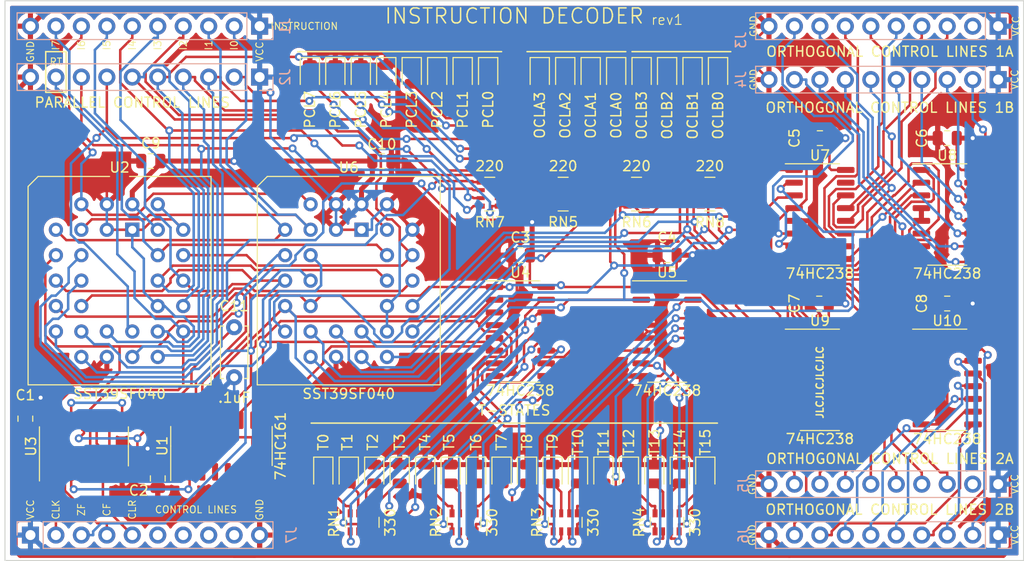
<source format=kicad_pcb>
(kicad_pcb (version 20211014) (generator pcbnew)
  (layers (0 "F.Cu" signal) (31 "B.Cu" signal) (34 "B.Paste" user) (35 "F.Paste" user) (36 "B.SilkS" user "B.Silkscreen") (37 "F.SilkS" user "F.Silkscreen") (38 "B.Mask" user) (39 "F.Mask" user) (44 "Edge.Cuts" user))
  (net 0 "")
  (net 1 "Net-(D1-Pad2)")
  (net 2 "Net-(D5-Pad2)")
  (net 3 "Net-(D2-Pad2)")
  (net 4 "Net-(D6-Pad2)")
  (net 5 "Net-(D3-Pad2)")
  (net 6 "Net-(D7-Pad2)")
  (net 7 "Net-(D4-Pad2)")
  (net 8 "Net-(D8-Pad2)")
  (net 9 "Net-(D20-Pad2)")
  (net 10 "Net-(D21-Pad2)")
  (net 11 "Net-(D22-Pad2)")
  (net 12 "Net-(D23-Pad2)")
  (net 13 "Net-(D14-Pad2)")
  (net 14 "Net-(D15-Pad2)")
  (net 15 "Net-(D16-Pad2)")
  (net 16 "Net-(D17-Pad2)")
  (net 17 "Net-(D18-Pad2)")
  (net 18 "Net-(D19-Pad2)")
  (net 19 "Net-(D24-Pad2)")
  (net 20 "Net-(D25-Pad2)")
  (net 21 "Net-(D26-Pad2)")
  (net 22 "GND")
  (net 23 "Net-(D27-Pad2)")
  (net 24 "Net-(D28-Pad2)")
  (net 25 "Net-(D29-Pad2)")
  (net 26 "Net-(D30-Pad2)")
  (net 27 "Net-(D31-Pad2)")
  (net 28 "Net-(D32-Pad2)")
  (net 29 "OCB1")
  (net 30 "OCB2")
  (net 31 "VCC")
  (net 32 "OCB3")
  (net 33 "OCB4")
  (net 34 "OCB5")
  (net 35 "OCB6")
  (net 36 "OCB7")
  (net 37 "OCB8")
  (net 38 "OCB9")
  (net 39 "OCB10")
  (net 40 "OCB11")
  (net 41 "OCB12")
  (net 42 "OCB13")
  (net 43 "OCB14")
  (net 44 "OCB15")
  (net 45 "~{CLR}")
  (net 46 "~{MR}")
  (net 47 "Net-(D9-Pad2)")
  (net 48 "Net-(D10-Pad2)")
  (net 49 "Net-(D11-Pad2)")
  (net 50 "Net-(D12-Pad2)")
  (net 51 "~{PCL7}")
  (net 52 "Net-(D13-Pad2)")
  (net 53 "I0")
  (net 54 "I1")
  (net 55 "I2")
  (net 56 "I3")
  (net 57 "I4")
  (net 58 "I5")
  (net 59 "I6")
  (net 60 "I7")
  (net 63 "CLK")
  (net 68 "TL03")
  (net 69 "TL02")
  (net 70 "TL01")
  (net 71 "TL00")
  (net 72 "TL07")
  (net 73 "TL06")
  (net 74 "TL05")
  (net 75 "TL04")
  (net 76 "TL11")
  (net 77 "TL10")
  (net 78 "TL09")
  (net 79 "TL08")
  (net 80 "TL15")
  (net 81 "TL14")
  (net 82 "TL13")
  (net 83 "TL12")
  (net 84 "OCA4")
  (net 85 "OCA3")
  (net 86 "OCA2")
  (net 87 "OCA1")
  (net 88 "PCL3")
  (net 89 "PCL2")
  (net 90 "PCL1")
  (net 91 "PCL0")
  (net 92 "OCA8")
  (net 93 "OCA7")
  (net 94 "OCA6")
  (net 95 "OCA5")
  (net 96 "PCL7")
  (net 97 "PCL6")
  (net 98 "PCL5")
  (net 99 "PCL4")
  (net 100 "OCA12")
  (net 101 "OCA11")
  (net 102 "OCA10")
  (net 103 "OCA9")
  (net 104 "OCA15")
  (net 105 "OCA14")
  (net 106 "OCA13")
  (net 107 "~{CLK}")
  (net 112 "T3")
  (net 113 "T2")
  (net 114 "T1")
  (net 115 "T0")
  (net 117 "CF")
  (net 118 "ZF")
  (net 119 "OCBA0")
  (net 120 "OCBA1")
  (net 121 "OCBA2")
  (net 122 "OCBA3")
  (net 123 "OCBB0")
  (net 124 "OCBB1")
  (net 125 "OCBB2")
  (net 126 "OCBB3")
  (net 129 "Net-(U3-Pad12)")
  (footprint "Resistor_SMD:R_Array_Convex_4x0603" (layer "F.Cu") (at 76.2 69.85 90)
    (fp_text reference "RN3")
    (fp_text value "330")
  )
  (footprint "Resistor_SMD:R_Array_Convex_4x0603" (layer "F.Cu") (at 66.11 69.85 90)
    (fp_text reference "RN2")
    (fp_text value "330")
  )
  (footprint "LED_SMD:LED_0805_2012Metric" (layer "F.Cu") (at 69.85 65.024 -90)
    (fp_text reference "D8")
    (fp_text value "T7")
  )
  (footprint "Capacitor_SMD:C_0805_2012Metric" (layer "F.Cu") (at 101.6 31.496 180)
    (fp_text reference "C5")
    (fp_text value "C")
  )
  (footprint "LED_SMD:LED_0805_2012Metric" (layer "F.Cu") (at 81.28 25.135 -90)
    (fp_text reference "D21")
    (fp_text value "OCLA0")
  )
  (footprint "Capacitor_SMD:C_0805_2012Metric" (layer "F.Cu") (at 101.534 48.006 180)
    (fp_text reference "C7")
    (fp_text value "C")
  )
  (footprint "Resistor_SMD:R_Array_Convex_4x0603" (layer "F.Cu") (at 83.312 37.084 180)
    (fp_text reference "RN6")
    (fp_text value "220")
  )
  (footprint "LED_SMD:LED_0805_2012Metric" (layer "F.Cu") (at 64.77 65.024 -90)
    (fp_text reference "D6")
    (fp_text value "T5")
  )
  (footprint "Package_SO:SO-16_3.9x9.9mm_P1.27mm" (layer "F.Cu") (at 86.36 50.8)
    (fp_text reference "U5")
    (fp_text value "74HC238")
  )
  (footprint "Package_SO:SO-16_3.9x9.9mm_P1.27mm" (layer "F.Cu") (at 114.3 55.626)
    (fp_text reference "U10")
    (fp_text value "74HC238")
  )
  (footprint "LED_SMD:LED_0805_2012Metric" (layer "F.Cu") (at 63.43 25.135 -90)
    (fp_text reference "D19")
    (fp_text value "PCL2")
  )
  (footprint "Capacitor_SMD:C_0805_2012Metric" (layer "F.Cu") (at 114.3 31.496 180)
    (fp_text reference "C6")
    (fp_text value "C")
  )
  (footprint "LED_SMD:LED_0805_2012Metric" (layer "F.Cu") (at 77.47 65.024 -90)
    (fp_text reference "D11")
    (fp_text value "T10")
  )
  (footprint "Resistor_SMD:R_Array_Convex_4x0603" (layer "F.Cu") (at 86.36 69.85 90)
    (fp_text reference "RN4")
    (fp_text value "330")
  )
  (footprint "LED_SMD:LED_0805_2012Metric" (layer "F.Cu") (at 67.31 65.024 -90)
    (fp_text reference "D7")
    (fp_text value "T6")
  )
  (footprint "LED_SMD:LED_0805_2012Metric" (layer "F.Cu") (at 72.39 65.024 -90)
    (fp_text reference "D9")
    (fp_text value "T8")
  )
  (footprint "LED_SMD:LED_0805_2012Metric" (layer "F.Cu") (at 86.36 25.135 -90)
    (fp_text reference "D31")
    (fp_text value "OCLB2")
  )
  (footprint "Resistor_SMD:R_Array_Convex_4x0603" (layer "F.Cu") (at 55.95 69.85 90)
    (fp_text reference "RN1")
    (fp_text value "330")
  )
  (footprint "LED_SMD:LED_0805_2012Metric" (layer "F.Cu") (at 54.61 65.024 -90)
    (fp_text reference "D2")
    (fp_text value "T1")
  )
  (footprint "LED_SMD:LED_0805_2012Metric" (layer "F.Cu") (at 52.07 65.024 -90)
    (fp_text reference "D1")
    (fp_text value "T0")
  )
  (footprint "LED_SMD:LED_0805_2012Metric" (layer "F.Cu") (at 60.89 25.135 -90)
    (fp_text reference "D20")
    (fp_text value "PCL3")
  )
  (footprint "Package_SO:SO-16_3.9x9.9mm_P1.27mm" (layer "F.Cu") (at 71.72 50.8)
    (fp_text reference "U4")
    (fp_text value "74HC238")
  )
  (footprint "LED_SMD:LED_0805_2012Metric" (layer "F.Cu") (at 53.27 25.135 -90)
    (fp_text reference "D27")
    (fp_text value "PCL6")
  )
  (footprint "Capacitor_SMD:C_0805_2012Metric" (layer "F.Cu") (at 57.912 33.782)
    (fp_text reference "C10")
    (fp_text value "C")
  )
  (footprint "LED_SMD:LED_0805_2012Metric" (layer "F.Cu") (at 57.15 65.024 -90)
    (fp_text reference "D3")
    (fp_text value "T2")
  )
  (footprint "Package_SO:SO-16_3.9x9.9mm_P1.27mm" (layer "F.Cu") (at 101.6 39.116)
    (fp_text reference "U7")
    (fp_text value "74HC238")
  )
  (footprint "LED_SMD:LED_0805_2012Metric" (layer "F.Cu") (at 85.09 65.024 -90)
    (fp_text reference "D14")
    (fp_text value "T13")
  )
  (footprint "Capacitor_SMD:C_0805_2012Metric" (layer "F.Cu") (at 86.36 43.18 180)
    (fp_text reference "C4")
    (fp_text value "C")
  )
  (footprint "LED_SMD:LED_0805_2012Metric" (layer "F.Cu") (at 83.82 25.135 -90)
    (fp_text reference "D32")
    (fp_text value "OCLB3")
  )
  (footprint "LED_SMD:LED_0805_2012Metric" (layer "F.Cu") (at 80.01 65.024 -90)
    (fp_text reference "D12")
    (fp_text value "T11")
  )
  (footprint "Resistor_SMD:R_Array_Convex_4x0603" (layer "F.Cu") (at 75.992 37.084 180)
    (fp_text reference "RN5")
    (fp_text value "220")
  )
  (footprint "Package_SO:SO-16_3.9x9.9mm_P1.27mm" (layer "F.Cu") (at 114.3 39.116)
    (fp_text reference "U8")
    (fp_text value "74HC238")
  )
  (footprint "LED_SMD:LED_0805_2012Metric" (layer "F.Cu") (at 78.74 25.135 -90)
    (fp_text reference "D22")
    (fp_text value "OCLA1")
  )
  (footprint "LED_SMD:LED_0805_2012Metric" (layer "F.Cu") (at 59.69 65.024 -90)
    (fp_text reference "D4")
    (fp_text value "T3")
  )
  (footprint "LED_SMD:LED_0805_2012Metric" (layer "F.Cu") (at 88.9 25.135 -90)
    (fp_text reference "D30")
    (fp_text value "OCLB1")
  )
  (footprint "Capacitor_SMD:C_0805_2012Metric" (layer "F.Cu") (at 71.72 43.18 180)
    (fp_text reference "C3")
    (fp_text value "C")
  )
  (footprint "LED_SMD:LED_0805_2012Metric" (layer "F.Cu") (at 62.23 65.024 -90)
    (fp_text reference "D5")
    (fp_text value "T4")
  )
  (footprint "LED_SMD:LED_0805_2012Metric" (layer "F.Cu") (at 90.17 65.024 -90)
    (fp_text reference "D16")
    (fp_text value "T15")
  )
  (footprint "LED_SMD:LED_0805_2012Metric" (layer "F.Cu") (at 87.63 65.024 -90)
    (fp_text reference "D15")
    (fp_text value "T14")
  )
  (footprint "Package_SO:SO-14_3.9x8.65mm_P1.27mm" (layer "F.Cu") (at 28.194 62.265 90)
    (fp_text reference "U3")
    (fp_text value "74HC00")
  )
  (footprint "Capacitor_SMD:C_0805_2012Metric" (layer "F.Cu") (at 114.3 48.006 180)
    (fp_text reference "C8")
    (fp_text value "C")
  )
  (footprint "LED_SMD:LED_0805_2012Metric" (layer "F.Cu") (at 50.73 25.135 -90)
    (fp_text reference "D28")
    (fp_text value "PCL7")
  )
  (footprint "Capacitor_THT:C_Disc_D5.0mm_W2.5mm_P5.00mm" (layer "F.Cu") (at 43.18 55.372 90)
    (fp_text reference "C11")
    (fp_text value ".1uF")
  )
  (footprint "Capacitor_SMD:C_0805_2012Metric" (layer "F.Cu") (at 35.56 65.466 -90)
    (fp_text reference "C2")
    (fp_text value "C")
  )
  (footprint "LED_SMD:LED_0805_2012Metric" (layer "F.Cu") (at 73.66 25.135 -90)
    (fp_text reference "D24")
    (fp_text value "OCLA3")
  )
  (footprint "Package_LCC:PLCC-32_THT-Socket" (layer "F.Cu") (at 55.88 40.64)
    (fp_text reference "U6")
    (fp_text value "SST39SF040")
  )
  (footprint "Capacitor_SMD:C_0805_2012Metric" (layer "F.Cu") (at 22.352 59.502 -90)
    (fp_text reference "C1")
    (fp_text value "C")
  )
  (footprint "Package_SO:SO-16_3.9x9.9mm_P1.27mm" (layer "F.Cu") (at 101.6 55.626)
    (fp_text reference "U9")
    (fp_text value "74HC238")
  )
  (footprint "LED_SMD:LED_0805_2012Metric" (layer "F.Cu") (at 58.35 25.135 -90)
    (fp_text reference "D25")
    (fp_text value "PCL4")
  )
  (footprint "Resistor_SMD:R_Array_Convex_4x0603" (layer "F.Cu") (at 68.672 37.084 180)
    (fp_text reference "RN7")
    (fp_text value "220")
  )
  (footprint "Resistor_SMD:R_Array_Convex_4x0603" (layer "F.Cu") (at 90.632 37.084 180)
    (fp_text reference "RN8")
    (fp_text value "220")
  )
  (footprint "Package_SO:SO-16_3.9x9.9mm_P1.27mm" (layer "F.Cu") (at 41.91 62.23 90)
    (fp_text reference "U1")
    (fp_text value "74HC161")
  )
  (footprint "LED_SMD:LED_0805_2012Metric" (layer "F.Cu") (at 68.51 25.135 -90)
    (fp_text reference "D17")
    (fp_text value "PCL0")
  )
  (footprint "Package_LCC:PLCC-32_THT-Socket" (layer "F.Cu") (at 33.02 40.64)
    (fp_text reference "U2")
    (fp_text value "SST39SF040")
  )
  (footprint "LED_SMD:LED_0805_2012Metric" (layer "F.Cu") (at 91.44 25.135 -90)
    (fp_text reference "D29")
    (fp_text value "OCLB0")
  )
  (footprint "LED_SMD:LED_0805_2012Metric" (layer "F.Cu") (at 74.93 65.024 -90)
    (fp_text reference "D10")
    (fp_text value "T9")
  )
  (footprint "Capacitor_SMD:C_0805_2012Metric" (layer "F.Cu") (at 34.864 33.782 180)
    (fp_text reference "C9")
    (fp_text value "C")
  )
  (footprint "LED_SMD:LED_0805_2012Metric" (layer "F.Cu") (at 55.81 25.135 -90)
    (fp_text reference "D26")
    (fp_text value "PCL5")
  )
  (footprint "LED_SMD:LED_0805_2012Metric" (layer "F.Cu") (at 82.55 65.024 -90)
    (fp_text reference "D13")
    (fp_text value "T12")
  )
  (footprint "LED_SMD:LED_0805_2012Metric" (layer "F.Cu") (at 76.2 25.135 -90)
    (fp_text reference "D23")
    (fp_text value "OCLA2")
  )
  (footprint "LED_SMD:LED_0805_2012Metric" (layer "F.Cu") (at 65.97 25.135 -90)
    (fp_text reference "D18")
    (fp_text value "PCL1")
  )
  (footprint "Connector_PinHeader_2.54mm:PinHeader_1x10_P2.54mm_Vertical" (layer "B.Cu") (at 119.38 25.654 90)
    (fp_text reference "J4")
    (fp_text value "ORTHOGONAL CONTROL LINES 1B")
  )
  (footprint "Connector_PinHeader_2.54mm:PinHeader_1x10_P2.54mm_Vertical" (layer "B.Cu") (at 119.38 71.12 90)
    (fp_text reference "J6")
    (fp_text value "ORTHOGONAL CONTROL LINES 2B")
  )
  (footprint "Connector_PinHeader_2.54mm:PinHeader_1x10_P2.54mm_Vertical" (layer "B.Cu") (at 119.38 66.04 90)
    (fp_text reference "J5")
    (fp_text value "ORTHOGONAL CONTROL LINES 2A")
  )
  (footprint "Connector_PinHeader_2.54mm:PinHeader_1x10_P2.54mm_Vertical" (layer "B.Cu") (at 22.86 71.12 -90)
    (fp_text reference "J7")
    (fp_text value "CONTROL LINES")
  )
  (footprint "Connector_PinHeader_2.54mm:PinHeader_1x10_P2.54mm_Vertical" (layer "B.Cu") (at 45.72 20.32 90)
    (fp_text reference "J1")
    (fp_text value "INSTRUCTION")
  )
  (footprint "Connector_PinHeader_2.54mm:PinHeader_1x10_P2.54mm_Vertical" (layer "B.Cu") (at 45.72 25.4 90)
    (fp_text reference "J2")
    (fp_text value "PARALLEL CONTROL LINES")
  )
  (footprint "Connector_PinHeader_2.54mm:PinHeader_1x10_P2.54mm_Vertical" (layer "B.Cu") (at 119.38 20.32 90)
    (fp_text reference "J3")
    (fp_text value "ORTHOGONAL CONTROL LINES 1A")
  )
  (gr_rect (start 24.384 26.924) (end 26.416 22.86) (layer "F.SilkS") (width 0.15) (fill none))
  (gr_line (start 69.215 22.86) (end 69.85 22.86) (layer "F.SilkS") (width 0.15))
  (gr_line (start 82.86 22.86) (end 92.71 22.86) (layer "F.SilkS") (width 0.15))
  (gr_line (start 50.8635 59.944) (end 91.3765 59.944) (layer "F.SilkS") (width 0.15))
  (gr_line (start 49.53 22.86) (end 69.215 22.86) (layer "F.SilkS") (width 0.15))
  (gr_line (start 82.24 22.86) (end 72.39 22.86) (layer "F.SilkS") (width 0.15))
  (gr_line (start 20.32 73.66) (end 20.32 17.78) (layer "Edge.Cuts") (width 0.1))
  (gr_line (start 20.32 17.78) (end 121.92 17.78) (layer "Edge.Cuts") (width 0.1))
  (gr_line (start 121.92 17.78) (end 121.92 73.66) (layer "Edge.Cuts") (width 0.1))
  (gr_line (start 121.92 73.66) (end 20.32 73.66) (layer "Edge.Cuts") (width 0.1))
  (gr_text "CF" (at 30.48 68.58 90) (layer "F.SilkS") (effects (font (size 0.7 0.7) (thickness 0.1))))
  (gr_text "GND" (at 94.996 25.654 90) (layer "F.SilkS") (effects (font (size 0.7 0.7) (thickness 0.1))))
  (gr_text "VCC" (at 121.031 25.654 90) (layer "F.SilkS") (effects (font (size 0.7 0.7) (thickness 0.1))))
  (gr_text "RT" (at 25.4 23.876) (layer "F.SilkS") (effects (font (size 0.7 0.7) (thickness 0.1))))
  (gr_text "I3" (at 35.56 22.225 90) (layer "F.SilkS") (effects (font (size 0.7 0.7) (thickness 0.1))))
  (gr_text "GND" (at 94.996 20.32 90) (layer "F.SilkS") (effects (font (size 0.7 0.7) (thickness 0.1))))
  (gr_text "I5" (at 30.48 22.225 90) (layer "F.SilkS") (effects (font (size 0.7 0.7) (thickness 0.1))))
  (gr_text "VCC" (at 45.72 22.86 90) (layer "F.SilkS") (effects (font (size 0.7 0.7) (thickness 0.1))))
  (gr_text "VCC" (at 121.158 20.32 90) (layer "F.SilkS") (effects (font (size 0.7 0.7) (thickness 0.1))))
  (gr_text "I6" (at 27.94 22.225 90) (layer "F.SilkS") (effects (font (size 0.7 0.7) (thickness 0.1))))
  (gr_text "GND" (at 94.869 71.12 90) (layer "F.SilkS") (effects (font (size 0.7 0.7) (thickness 0.1))))
  (gr_text "T-STATES" (at 71.12 58.674) (layer "F.SilkS") (effects (font (size 1 1))))
  (gr_text "GND" (at 22.86 22.86 90) (layer "F.SilkS") (effects (font (size 0.7 0.7) (thickness 0.1))))
  (gr_text "CLK" (at 25.4 68.58 90) (layer "F.SilkS") (effects (font (size 0.7 0.7) (thickness 0.1))))
  (gr_text "I4" (at 33.02 22.225 90) (layer "F.SilkS") (effects (font (size 0.7 0.7) (thickness 0.1))))
  (gr_text "CLR" (at 33.02 68.58 90) (layer "F.SilkS") (effects (font (size 0.7 0.7) (thickness 0.1))))
  (gr_text "GND" (at 45.72 68.58 90) (layer "F.SilkS") (effects (font (size 0.7 0.7) (thickness 0.1))))
  (gr_text "I2" (at 38.1 22.225 90) (layer "F.SilkS") (effects (font (size 0.7 0.7) (thickness 0.1))))
  (gr_text "VCC" (at 121.031 66.04 90) (layer "F.SilkS") (effects (font (size 0.7 0.7) (thickness 0.1))))
  (gr_text "rev1" (at 86.36 19.685) (layer "F.SilkS") (effects (font (size 1 1) (thickness 0.1))))
  (gr_text "ZF" (at 27.94 68.58 90) (layer "F.SilkS") (effects (font (size 0.7 0.7) (thickness 0.1))))
  (gr_text "INSTRUCTION DECODER" (at 71.12 19.304) (layer "F.SilkS") (effects (font (size 1.5 1.5))))
  (gr_text "JLCJLCJLCJLC" (at 101.6 55.88 90) (layer "F.SilkS") (effects (font (size 0.7 0.7))))
  (gr_text "VCC" (at 121.031 71.12 90) (layer "F.SilkS") (effects (font (size 0.7 0.7) (thickness 0.1))))
  (gr_text "I0" (at 43.18 22.225 90) (layer "F.SilkS") (effects (font (size 0.7 0.7) (thickness 0.1))))
  (gr_text "GND" (at 94.869 66.04 90) (layer "F.SilkS") (effects (font (size 0.7 0.7) (thickness 0.1))))
  (gr_text "I1" (at 40.64 22.225 90) (layer "F.SilkS") (effects (font (size 0.7 0.7) (thickness 0.1))))
  (gr_text "I7" (at 25.4 22.225 90) (layer "F.SilkS") (effects (font (size 0.7 0.7) (thickness 0.1))))
  (gr_text "VCC" (at 22.86 68.58 90) (layer "F.SilkS") (effects (font (size 0.7 0.7) (thickness 0.1))))
  (segment (start 54.3332 68.2247) (end 54.75 68.2247) (width 0.25) (layer "F.Cu") (net 1))
  (segment (start 52.07 65.9615) (end 54.3332 68.2247) (width 0.25) (layer "F.Cu") (net 1))
  (segment (start 54.75 68.95) (end 54.75 68.2247) (width 0.25) (layer "F.Cu") (net 1))
  (segment (start 64.4932 68.2247) (end 64.91 68.2247) (width 0.25) (layer "F.Cu") (net 2))
  (segment (start 62.23 65.9615) (end 64.4932 68.2247) (width 0.25) (layer "F.Cu") (net 2))
  (segment (start 64.91 68.95) (end 64.91 68.2247) (width 0.25) (layer "F.Cu") (net 2))
  (segment (start 55.55 66.9015) (end 55.55 68.95) (width 0.25) (layer "F.Cu") (net 3))
  (segment (start 54.61 65.9615) (end 55.55 66.9015) (width 0.25) (layer "F.Cu") (net 3))
  (segment (start 65.71 66.9015) (end 65.71 68.95) (width 0.25) (layer "F.Cu") (net 4))
  (segment (start 64.77 65.9615) (end 65.71 66.9015) (width 0.25) (layer "F.Cu") (net 4))
  (segment (start 56.35 66.7615) (end 56.35 68.95) (width 0.25) (layer "F.Cu") (net 5))
  (segment (start 57.15 65.9615) (end 56.35 66.7615) (width 0.25) (layer "F.Cu") (net 5))
  (segment (start 66.51 66.7615) (end 66.51 68.95) (width 0.25) (layer "F.Cu") (net 6))
  (segment (start 67.31 65.9615) (end 66.51 66.7615) (width 0.25) (layer "F.Cu") (net 6))
  (segment (start 57.15 68.95) (end 57.15 68.2247) (width 0.25) (layer "F.Cu") (net 7))
  (segment (start 59.4132 65.9615) (end 57.15 68.2247) (width 0.25) (layer "F.Cu") (net 7))
  (segment (start 59.69 65.9615) (end 59.4132 65.9615) (width 0.25) (layer "F.Cu") (net 7))
  (segment (start 67.5868 68.2247) (end 67.31 68.2247) (width 0.25) (layer "F.Cu") (net 8))
  (segment (start 69.85 65.9615) (end 67.5868 68.2247) (width 0.25) (layer "F.Cu") (net 8))
  (segment (start 67.31 68.95) (end 67.31 68.2247) (width 0.25) (layer "F.Cu") (net 8))
  (segment (start 76.1667 35.884) (end 76.1667 35.8121) (width 0.25) (layer "F.Cu") (net 9))
  (segment (start 69.8586 29.504) (end 64.3215 29.504) (width 0.25) (layer "F.Cu") (net 9))
  (segment (start 64.3215 29.504) (end 60.89 26.0725) (width 0.25) (layer "F.Cu") (net 9))
  (segment (start 76.1667 35.8121) (end 69.8586 29.504) (width 0.25) (layer "F.Cu") (net 9))
  (segment (start 76.892 35.884) (end 76.1667 35.884) (width 0.25) (layer "F.Cu") (net 9))
  (segment (start 81.28 26.0725) (end 85.8379 30.6304) (width 0.25) (layer "F.Cu") (net 10))
  (segment (start 84.212 38.284) (end 84.9373 38.284) (width 0.25) (layer "F.Cu") (net 10))
  (segment (start 85.8379 37.3834) (end 84.9373 38.284) (width 0.25) (layer "F.Cu") (net 10))
  (segment (start 85.8379 30.6304) (end 85.8379 37.3834) (width 0.25) (layer "F.Cu") (net 10))
  (segment (start 84.9373 37.484) (end 85.3876 37.0337) (width 0.25) (layer "F.Cu") (net 11))
  (segment (start 85.3876 37.0337) (end 85.3876 32.7201) (width 0.25) (layer "F.Cu") (net 11))
  (segment (start 84.212 37.484) (end 84.9373 37.484) (width 0.25) (layer "F.Cu") (net 11))
  (segment (start 85.3876 32.7201) (end 78.74 26.0725) (width 0.25) (layer "F.Cu") (net 11))
  (segment (start 76.2 26.0725) (end 84.9373 34.8098) (width 0.25) (layer "F.Cu") (net 12))
  (segment (start 84.9373 34.8098) (end 84.9373 36.684) (width 0.25) (layer "F.Cu") (net 12))
  (segment (start 84.212 36.684) (end 84.9373 36.684) (width 0.25) (layer "F.Cu") (net 12))
  (segment (start 85.09 65.9615) (end 85.96 66.8315) (width 0.25) (layer "F.Cu") (net 13))
  (segment (start 85.96 66.8315) (end 85.96 68.95) (width 0.25) (layer "F.Cu") (net 13))
  (segment (start 86.76 66.8315) (end 86.76 68.95) (width 0.25) (layer "F.Cu") (net 14))
  (segment (start 87.63 65.9615) (end 86.76 66.8315) (width 0.25) (layer "F.Cu") (net 14))
  (segment (start 87.9068 68.2247) (end 87.56 68.2247) (width 0.25) (layer "F.Cu") (net 15))
  (segment (start 90.17 65.9615) (end 87.9068 68.2247) (width 0.25) (layer "F.Cu") (net 15))
  (segment (start 87.56 68.95) (end 87.56 68.2247) (width 0.25) (layer "F.Cu") (net 15))
  (segment (start 78.5179 35.1249) (end 69.4655 26.0725) (width 0.25) (layer "F.Cu") (net 16))
  (segment (start 78.5179 37.3834) (end 78.5179 35.1249) (width 0.25) (layer "F.Cu") (net 16))
  (segment (start 69.4655 26.0725) (end 68.51 26.0725) (width 0.25) (layer "F.Cu") (net 16))
  (segment (start 76.892 38.284) (end 77.6173 38.284) (width 0.25) (layer "F.Cu") (net 16))
  (segment (start 77.6173 38.284) (end 78.5179 37.3834) (width 0.25) (layer "F.Cu") (net 16))
  (segment (start 71.1105 28.3544) (end 68.2519 28.3544) (width 0.25) (layer "F.Cu") (net 17))
  (segment (start 76.892 37.484) (end 77.6173 37.484) (width 0.25) (layer "F.Cu") (net 17))
  (segment (start 77.6173 37.484) (end 78.0676 37.0337) (width 0.25) (layer "F.Cu") (net 17))
  (segment (start 68.2519 28.3544) (end 65.97 26.0725) (width 0.25) (layer "F.Cu") (net 17))
  (segment (start 78.0676 35.3115) (end 71.1105 28.3544) (width 0.25) (layer "F.Cu") (net 17))
  (segment (start 78.0676 37.0337) (end 78.0676 35.3115) (width 0.25) (layer "F.Cu") (net 17))
  (segment (start 70.9239 28.8047) (end 66.1622 28.8047) (width 0.25) (layer "F.Cu") (net 18))
  (segment (start 76.892 36.684) (end 77.6173 36.684) (width 0.25) (layer "F.Cu") (net 18))
  (segment (start 77.6173 36.684) (end 77.6173 35.4981) (width 0.25) (layer "F.Cu") (net 18))
  (segment (start 77.6173 35.4981) (end 70.9239 28.8047) (width 0.25) (layer "F.Cu") (net 18))
  (segment (start 66.1622 28.8047) (end 63.43 26.0725) (width 0.25) (layer "F.Cu") (net 18))
  (segment (start 73.7471 26.0725) (end 83.4867 35.8121) (width 0.25) (layer "F.Cu") (net 19))
  (segment (start 83.4867 35.8121) (end 83.4867 35.884) (width 0.25) (layer "F.Cu") (net 19))
  (segment (start 73.66 26.0725) (end 73.7471 26.0725) (width 0.25) (layer "F.Cu") (net 19))
  (segment (start 84.212 35.884) (end 83.4867 35.884) (width 0.25) (layer "F.Cu") (net 19))
  (segment (start 58.35 26.0725) (end 58.6496 26.3721) (width 0.25) (layer "F.Cu") (net 20))
  (segment (start 68.8467 38.7598) (end 68.691 38.9155) (width 0.25) (layer "F.Cu") (net 20))
  (segment (start 69.572 38.284) (end 68.8467 38.284) (width 0.25) (layer "F.Cu") (net 20))
  (segment (start 58.6496 26.3721) (end 58.6496 28.8638) (width 0.25) (layer "F.Cu") (net 20))
  (segment (start 68.8467 38.284) (end 68.8467 38.7598) (width 0.25) (layer "F.Cu") (net 20))
  (via (at 58.6496 28.8638) (size 0.8) (drill 0.4) (layers "F.Cu" "B.Cu") (net 20))
  (via (at 68.691 38.9155) (size 0.8) (drill 0.4) (layers "F.Cu" "B.Cu") (net 20))
  (segment (start 68.691 38.9155) (end 68.691 37.8599) (width 0.25) (layer "B.Cu") (net 20))
  (segment (start 59.695 28.8639) (end 58.6496 28.8639) (width 0.25) (layer "B.Cu") (net 20))
  (segment (start 68.691 37.8599) (end 59.695 28.8639) (width 0.25) (layer "B.Cu") (net 20))
  (segment (start 58.6496 28.8639) (end 58.6496 28.8638) (width 0.25) (layer "B.Cu") (net 20))
  (segment (start 55.81 26.0725) (end 57.87 28.1325) (width 0.25) (layer "F.Cu") (net 21))
  (segment (start 70.7828 36.9985) (end 70.7828 35.3212) (width 0.25) (layer "F.Cu") (net 21))
  (segment (start 69.0083 33.5467) (end 65.6845 33.5467) (width 0.25) (layer "F.Cu") (net 21))
  (segment (start 70.2973 37.484) (end 70.7828 36.9985) (width 0.25) (layer "F.Cu") (net 21))
  (segment (start 69.572 37.484) (end 70.2973 37.484) (width 0.25) (layer "F.Cu") (net 21))
  (segment (start 57.87 28.1325) (end 57.9112 28.1325) (width 0.25) (layer "F.Cu") (net 21))
  (segment (start 70.7828 35.3212) (end 69.0083 33.5467) (width 0.25) (layer "F.Cu") (net 21))
  (via (at 65.6845 33.5467) (size 0.8) (drill 0.4) (layers "F.Cu" "B.Cu") (net 21))
  (via (at 57.9112 28.1325) (size 0.8) (drill 0.4) (layers "F.Cu" "B.Cu") (net 21))
  (segment (start 60.2703 28.1325) (end 65.6845 33.5467) (width 0.25) (layer "B.Cu") (net 21))
  (segment (start 57.9112 28.1325) (end 60.2703 28.1325) (width 0.25) (layer "B.Cu") (net 21))
  (segment (start 62.23 64.0865) (end 64.77 64.0865) (width 0.5) (layer "F.Cu") (net 22))
  (segment (start 63.8329 39.1949) (end 62.4051 39.1949) (width 0.25) (layer "F.Cu") (net 22))
  (segment (start 101.219 43.561) (end 101.219 39.751) (width 0.25) (layer "F.Cu") (net 22))
  (segment (start 21.336 61.468) (end 21.177 61.309) (width 0.5) (layer "F.Cu") (net 22))
  (segment (start 113.3099 43.561) (end 113.35 43.6011) (width 0.25) (layer "F.Cu") (net 22))
  (segment (start 114.3 48.956) (end 113.35 48.006) (width 0.25) (layer "F.Cu") (net 22))
  (segment (start 114.3 40.7538) (end 114.3 32.446) (width 0.25) (layer "F.Cu") (net 22))
  (segment (start 73.66 21.082) (end 71.374 18.796) (width 0.25) (layer "F.Cu") (net 22))
  (segment (start 59.5 33.144) (end 59.5 34.862) (width 0.5) (layer "F.Cu") (net 22))
  (segment (start 45.212 73.152) (end 43.18 73.152) (width 0.5) (layer "F.Cu") (net 22))
  (segment (start 34.0565 40.64) (end 35.0931 39.6034) (width 0.25) (layer "F.Cu") (net 22))
  (segment (start 93.98 18.796) (end 94.996 18.796) (width 0.5) (layer "F.Cu") (net 22))
  (segment (start 87.63 64.0865) (end 90.17 64.0865) (width 0.5) (layer "F.Cu") (net 22))
  (segment (start 86.106 50.8) (end 84.42 50.8) (width 0.25) (layer "F.Cu") (net 22))
  (segment (start 83.82 64.0865) (end 85.09 64.0865) (width 0.5) (layer "F.Cu") (net 22))
  (segment (start 101.6 58.166) (end 98.0939 58.166) (width 0.25) (layer "F.Cu") (net 22))
  (segment (start 85.09 64.0865) (end 87.63 64.0865) (width 0.5) (layer "F.Cu") (net 22))
  (segment (start 113.3978 41.656) (end 110.7743 41.656) (width 0.25) (layer "F.Cu") (net 22))
  (segment (start 60.5911 35.9531) (end 63.8329 39.1949) (width 0.5) (layer "F.Cu") (net 22))
  (segment (start 113.3099 43.561) (end 113.919 43.561) (width 0.25) (layer "F.Cu") (net 22))
  (segment (start 94.996 18.796) (end 96.52 20.32) (width 0.5) (layer "F.Cu") (net 22))
  (segment (start 30.48 33.782) (end 33.914 33.782) (width 0.5) (layer "F.Cu") (net 22))
  (segment (start 29.464 55.88) (end 30.48 54.864) (width 0.5) (layer "F.Cu") (net 22))
  (segment (start 22.86 20.32) (end 24.384 18.796) (width 0.5) (layer "F.Cu") (net 22))
  (segment (start 98.552 73.152) (end 45.212 73.152) (width 0.5) (layer "F.Cu") (net 22))
  (segment (start 30.48 54.864) (end 30.48 53.34) (width 0.5) (layer "F.Cu") (net 22))
  (segment (start 83.785 55.245) (end 83.8028 55.245) (width 0.25) (layer "F.Cu") (net 22))
  (segment (start 21.177 32.925) (end 21.177 27.083) (width 0.5) (layer "F.Cu") (net 22))
  (segment (start 71.374 18.796) (end 93.98 18.796) (width 0.5) (layer "F.Cu") (net 22))
  (segment (start 53.34 53.34) (end 53.34 56.388) (width 0.5) (layer "F.Cu") (net 22))
  (segment (start 99.025 43.561) (end 101.219 43.561) (width 0.25) (layer "F.Cu") (net 22))
  (segment (start 67.818 43.18) (end 70.77 43.18) (width 0.5) (layer "F.Cu") (net 22))
  (segment (start 45.72 71.12) (end 45.72 72.644) (width 0.5) (layer "F.Cu") (net 22))
  (segment (start 119.888 73.152) (end 98.552 73.152) (width 0.5) (layer "F.Cu") (net 22))
  (segment (start 45.72 68.072) (end 46.355 67.437) (width 0.5) (layer "F.Cu") (net 22))
  (segment (start 114.3 32.446) (end 113.35 31.496) (width 0.25) (layer "F.Cu") (net 22))
  (segment (start 21.336 72.644) (end 21.336 61.468) (width 0.5) (layer "F.Cu") (net 22))
  (segment (start 82.55 64.0865) (end 83.82 64.0865) (width 0.5) (layer "F.Cu") (net 22))
  (segment (start 91.44 24.1975) (end 92.6425 24.1975) (width 0.25) (layer "F.Cu") (net 22))
  (segment (start 46.355 67.437) (end 46.355 64.805) (width 0.5) (layer "F.Cu") (net 22))
  (segment (start 45.72 69.596) (end 45.72 69.088) (width 0.5) (layer "F.Cu") (net 22))
  (segment (start 33.02 40.64) (end 30.48 40.64) (width 0.25) (layer "F.Cu") (net 22))
  (segment (start 83.82 55.2622) (end 83.8028 55.245) (width 0.25) (layer "F.Cu") (net 22))
  (segment (start 60.5911 35.9531) (end 60.5669 35.9531) (width 0.25) (layer "F.Cu") (net 22))
  (segment (start 100.965 60.071) (end 101.6 59.436) (width 0.25) (layer "F.Cu") (net 22))
  (segment (start 30.48 33.782) (end 30.48 38.1) (width 0.25) (layer "F.Cu") (net 22))
  (segment (start 111.4462 39.751) (end 111.725 39.751) (width 0.25) (layer "F.Cu") (net 22))
  (segment (start 46.99 18.796) (end 50.73 22.536) (width 0.5) (layer "F.Cu") (net 22))
  (segment (start 90.17 64.0865) (end 94.5665 64.0865) (width 0.5) (layer "F.Cu") (net 22))
  (segment (start 36.068 68.58) (end 35.56 68.072) (width 0.5) (layer "F.Cu") (net 22))
  (segment (start 92.6425 24.1975) (end 96.52 20.32) (width 0.25) (layer "F.Cu") (net 22))
  (segment (start 45.72 69.596) (end 45.72 69.088) (width 0.5) (layer "F.Cu") (net 22))
  (segment (start 101.219 39.751) (end 99.025 39.751) (width 0.25) (layer "F.Cu") (net 22))
  (segment (start 55.88 40.64) (end 53.34 40.64) (width 0.25) (layer "F.Cu") (net 22))
  (segment (start 59.5 24.201) (end 50.7335 24.201) (width 0.5) (layer "F.Cu") (net 22))
  (segment (start 86.106 54.864) (end 86.106 50.8) (width 0.25) (layer "F.Cu") (net 22))
  (segment (start 112.36 55.626) (end 111.725 54.991) (width 0.25) (layer "F.Cu") (net 22))
  (segment (start 98.552 73.152) (end 96.52 71.12) (width 0.5) (layer "F.Cu") (net 22))
  (segment (start 70.485 55.245) (end 71.374 54.356) (width 0.25) (layer "F.Cu") (net 22))
  (segment (start 119.186 29.21) (end 114.3 29.21) (width 0.5) (layer "F.Cu") (net 22))
  (segment (start 101.6 56.261) (end 101.6 49.022) (width 0.25) (layer "F.Cu") (net 22))
  (segment (start 113.665 60.071) (end 114.3 59.436) (width 0.25) (layer "F.Cu") (net 22))
  (segment (start 114.3 55.626) (end 114.3 48.956) (width 0.25) (layer "F.Cu") (net 22))
  (segment (start 101.6 58.166) (end 101.6 56.261) (width 0.25) (layer "F.Cu") (net 22))
  (segment (start 46.99 18.796) (end 70.358 18.796) (width 0.5) (layer "F.Cu") (net 22))
  (segment (start 83.82 24.1975) (end 81.28 24.1975) (width 0.25) (layer "F.Cu") (net 22))
  (segment (start 80.01 64.0865) (end 82.55 64.0865) (width 0.5) (layer "F.Cu") (net 22))
  (segment (start 71.374 54.356) (end 71.374 50.165) (width 0.25) (layer "F.Cu") (net 22))
  (segment (start 45.72 72.644) (end 45.212 73.152) (width 0.5) (layer "F.Cu") (net 22))
  (segment (start 49.495 64.805) (end 50.292 64.008) (width 0.5) (layer "F.Cu") (net 22))
  (segment (start 88.9 24.1975) (end 86.36 24.1975) (width 0.25) (layer "F.Cu") (net 22))
  (segment (start 73.66 24.1975) (end 73.66 21.082) (width 0.25) (layer "F.Cu") (net 22))
  (segment (start 111.725 43.561) (end 113.3099 43.561) (width 0.25) (layer "F.Cu") (net 22))
  (segment (start 69.85 64.0865) (end 72.39 64.0865) (width 0.5) (layer "F.Cu") (net 22))
  (segment (start 86.106 43.876) (end 85.41 43.18) (width 0.25) (layer "F.Cu") (net 22))
  (segment (start 45.212 68.58) (end 36.068 68.58) (width 0.5) (layer "F.Cu") (net 22))
  (segment (start 114.3 40.7538) (end 113.3978 41.656) (width 0.25) (layer "F.Cu") (net 22))
  (segment (start 58.35 24.1975) (end 55.81 24.1975) (width 0.25) (layer "F.Cu") (net 22))
  (segment (start 76.2 24.1975) (end 73.66 24.1975) (width 0.25) (layer "F.Cu") (net 22))
  (segment (start 120.68 27.716) (end 120.68 72.36) (width 0.5) (layer "F.Cu") (net 22))
  (segment (start 63.43 24.1975) (end 65.97 24.1975) (width 0.5) (layer "F.Cu") (net 22))
  (segment (start 50.292 59.436) (end 50.292 64.008) (width 0.5) (layer "F.Cu") (net 22))
  (segment (start 59.5 33.144) (end 59.5 24.201) (width 0.5) (layer "F.Cu") (net 22))
  (segment (start 97.028 31.496) (end 100.65 31.496) (width 0.25) (layer "F.Cu") (net 22))
  (segment (start 94.5665 61.6934) (end 94.5665 64.0865) (width 0.25) (layer "F.Cu") (net 22))
  (segment (start 32.38 66.416) (end 35.56 66.416) (width 0.25) (layer "F.Cu") (net 22))
  (segment (start 58.862 33.782) (end 59.5 33.144) (width 0.5) (layer "F.Cu") (net 22))
  (segment (start 21.336 61.468) (end 22.352 60.452) (width 0.5) (layer "F.Cu") (net 22))
  (segment (start 114.3 55.626) (end 112.36 55.626) (width 0.25) (layer "F.Cu") (net 22))
  (segment (start 50.73 22.536) (end 50.73 24.1975) (width 0.5) (layer "F.Cu") (net 22))
  (segment (start 43.18 73.152) (end 21.844 73.152) (width 0.5) (layer "F.Cu") (net 22))
  (segment (start 54.61 64.0865) (end 57.15 64.0865) (width 0.5) (layer "F.Cu") (net 22))
  (segment (start 45.72 69.088) (end 45.212 68.58) (width 0.5) (layer "F.Cu") (net 22))
  (segment (start 72.39 64.0865) (end 74.93 64.0865) (width 0.5) (layer "F.Cu") (net 22))
  (segment (start 59.69 64.0865) (end 62.23 64.0865) (width 0.5) (layer "F.Cu") (net 22))
  (segment (start 50.292 64.008) (end 51.9915 64.008) (width 0.5) (layer "F.Cu") (net 22))
  (segment (start 57.15 64.0865) (end 59.69 64.0865) (width 0.5) (layer "F.Cu") (net 22))
  (segment (start 35.56 68.072) (end 35.56 66.416) (width 0.5) (layer "F.Cu") (net 22))
  (segment (start 81.28 24.1975) (end 78.74 24.1975) (width 0.25) (layer "F.Cu") (net 22))
  (segment (start 59.5035 24.1975) (end 58.35 24.1975) (width 0.25) (layer "F.Cu") (net 22))
  (segment (start 21.177 27.083) (end 22.86 25.4) (width 0.5) (layer "F.Cu") (net 22))
  (segment (start 59.5035 24.1975) (end 60.89 24.1975) (width 0.5) (layer "F.Cu") (net 22))
  (segment (start 55.81 24.1975) (end 53.27 24.1975) (width 0.25) (layer "F.Cu") (net 22))
  (segment (start 86.106 50.8) (end 86.106 43.876) (width 0.25) (layer "F.Cu") (net 22))
  (segment (start 71.374 43.784) (end 70.77 43.18) (width 0.25) (layer "F.Cu") (net 22))
  (segment (start 101.219 32.065) (end 100.65 31.496) (width 0.25) (layer "F.Cu") (net 22))
  (segment (start 22.86 25.4) (end 22.86 20.32) (width 0.5) (layer "F.Cu") (net 22))
  (segment (start 91.44 24.1975) (end 88.9 24.1975) (width 0.25) (layer "F.Cu") (net 22))
  (segment (start 68.51 24.1975) (end 68.51 20.644) (width 0.25) (layer "F.Cu") (net 22))
  (segment (start 74.93 64.0865) (end 77.47 64.0865) (width 0.5) (layer "F.Cu") (net 22))
  (segment (start 110.5235 40.6737) (end 111.4462 39.751) (width 0.25) (layer "F.Cu") (net 22))
  (segment (start 45.72 71.12) (end 45.72 69.596) (width 0.5) (layer "F.Cu") (net 22))
  (segment (start 113.919 43.561) (end 114.3 43.18) (width 0.25) (layer "F.Cu") (net 22))
  (segment (start 96.52 20.32) (end 96.52 25.654) (width 0.25) (layer "F.Cu") (net 22))
  (segment (start 110.5235 41.4052) (end 110.5235 40.6737) (width 0.25) (layer "F.Cu") (net 22))
  (segment (start 52.07 64.0865) (end 54.61 64.0865) (width 0.5) (layer "F.Cu") (net 22))
  (segment (start 91.44 24.1975) (end 92.6425 24.1975) (width 0.25) (layer "F.Cu") (net 22))
  (segment (start 65.97 24.1975) (end 68.51 24.1975) (width 0.5) (layer "F.Cu") (net 22))
  (segment (start 113.35 30.16) (end 113.35 31.496) (width 0.5) (layer "F.Cu") (net 22))
  (segment (start 45.72 69.088) (end 45.72 68.072) (width 0.5) (layer "F.Cu") (net 22))
  (segment (start 110.7743 41.656) (end 110.5235 41.4052) (width 0.25) (layer "F.Cu") (net 22))
  (segment (start 94.996 18.796) (end 120.396 18.796) (width 0.5) (layer "F.Cu") (net 22))
  (segment (start 22.034 33.782) (end 30.48 33.782) (width 0.5) (layer "F.Cu") (net 22))
  (segment (start 101.6 59.436) (end 101.6 58.166) (width 0.25) (layer "F.Cu") (net 22))
  (segment (start 69.145 50.165) (end 71.374 50.165) (width 0.25) (layer "F.Cu") (net 22))
  (segment (start 21.177 32.925) (end 22.034 33.782) (width 0.5) (layer "F.Cu") (net 22))
  (segment (start 21.177 56.547) (end 21.844 55.88) (width 0.5) (layer "F.Cu") (net 22))
  (segment (start 84.42 50.8) (end 83.785 50.165) (width 0.25) (layer "F.Cu") (net 22))
  (segment (start 96.52 25.654) (end 96.52 30.988) (width 0.25) (layer "F.Cu") (net 22))
  (segment (start 96.52 71.12) (end 96.52 66.04) (width 0.5) (layer "F.Cu") (net 22))
  (segment (start 85.725 55.245) (end 86.106 54.864) (width 0.25) (layer "F.Cu") (net 22))
  (segment (start 112.36 55.626) (end 111.725 56.261) (width 0.25) (layer "F.Cu") (net 22))
  (segment (start 101.219 39.751) (end 101.219 32.065) (width 0.25) (layer "F.Cu") (net 22))
  (segment (start 120.68 19.08) (end 120.68 27.716) (width 0.5) (layer "F.Cu") (net 22))
  (segment (start 101.6 56.261) (end 99.025 56.261) (width 0.25) (layer "F.Cu") (net 22))
  (segment (start 71.374 50.165) (end 71.374 43.784) (width 0.25) (layer "F.Cu") (net 22))
  (segment (start 92.6425 24.1975) (end 95.0635 24.1975) (width 0.25) (layer "F.Cu") (net 22))
  (segment (start 95.0635 24.1975) (end 96.52 25.654) (width 0.25) (layer "F.Cu") (net 22))
  (segment (start 59.5 34.862) (end 60.5911 35.9531) (width 0.5) (layer "F.Cu") (net 22))
  (segment (start 35.0931 39.6034) (end 37.0634 39.6034) (width 0.25) (layer "F.Cu") (net 22))
  (segment (start 32.004 64.74) (end 32.004 66.04) (width 0.25) (layer "F.Cu") (net 22))
  (segment (start 67.31 64.0865) (end 69.85 64.0865) (width 0.5) (layer "F.Cu") (net 22))
  (segment (start 53.27 24.1975) (end 50.73 24.1975) (width 0.25) (layer "F.Cu") (net 22))
  (segment (start 51.9915 64.008) (end 52.07 64.0865) (width 0.5) (layer "F.Cu") (net 22))
  (segment (start 60.5669 35.9531) (end 58.42 38.1) (width 0.25) (layer "F.Cu") (net 22))
  (segment (start 45.212 73.152) (end 43.18 73.152) (width 0.5) (layer "F.Cu") (net 22))
  (segment (start 59.5 24.201) (end 59.5035 24.1975) (width 0.5) (layer "F.Cu") (net 22))
  (segment (start 21.844 55.88) (end 29.464 55.88) (width 0.5) (layer "F.Cu") (net 22))
  (segment (start 32.004 66.04) (end 32.38 66.416) (width 0.25) (layer "F.Cu") (net 22))
  (segment (start 114.3 29.21) (end 113.35 30.16) (width 0.5) (layer "F.Cu") (net 22))
  (segment (start 69.145 55.245) (end 70.485 55.245) (width 0.25) (layer "F.Cu") (net 22))
  (segment (start 64.77 64.0865) (end 67.31 64.0865) (width 0.5) (layer "F.Cu") (net 22))
  (segment (start 120.68 27.716) (end 119.186 29.21) (width 0.5) (layer "F.Cu") (net 22))
  (segment (start 114.3 43.18) (end 114.3 40.7538) (width 0.25) (layer "F.Cu") (net 22))
  (segment (start 98.0939 58.166) (end 94.5665 61.6934) (width 0.25) (layer "F.Cu") (net 22))
  (segment (start 24.384 18.796) (end 46.99 18.796) (width 0.5) (layer "F.Cu") (net 22))
  (segment (start 62.4051 39.1949) (end 60.96 40.64) (width 0.25) (layer "F.Cu") (net 22))
  (segment (start 63.8329 39.1949) (end 67.818 43.18) (width 0.5) (layer "F.Cu") (net 22))
  (segment (start 83.82 64.0865) (end 83.82 55.2622) (width 0.25) (layer "F.Cu") (net 22))
  (segment (start 70.358 18.796) (end 71.374 18.796) (width 0.5) (layer "F.Cu") (net 22))
  (segment (start 33.02 40.64) (end 34.0565 40.64) (width 0.25) (layer "F.Cu") (net 22))
  (segment (start 21.844 73.152) (end 21.336 72.644) (width 0.5) (layer "F.Cu") (net 22))
  (segment (start 46.355 64.805) (end 49.495 64.805) (width 0.5) (layer "F.Cu") (net 22))
  (segment (start 114.3 59.436) (end 114.3 55.626) (width 0.25) (layer "F.Cu") (net 22))
  (segment (start 113.35 43.6011) (end 113.35 48.006) (width 0.25) (layer "F.Cu") (net 22))
  (segment (start 101.6 49.022) (end 100.584 48.006) (width 0.25) (layer "F.Cu") (net 22))
  (segment (start 84.42 50.8) (end 83.785 51.435) (width 0.25) (layer "F.Cu") (net 22))
  (segment (start 60.89 24.1975) (end 63.43 24.1975) (width 0.5) (layer "F.Cu") (net 22))
  (segment (start 99.025 60.071) (end 100.965 60.071) (width 0.25) (layer "F.Cu") (net 22))
  (segment (start 37.0634 39.6034) (end 38.1 40.64) (width 0.25) (layer "F.Cu") (net 22))
  (segment (start 83.8028 55.245) (end 85.725 55.245) (width 0.25) (layer "F.Cu") (net 22))
  (segment (start 50.7335 24.201) (end 50.73 24.1975) (width 0.5) (layer "F.Cu") (net 22))
  (segment (start 111.725 39.751) (end 111.725 38.481) (width 0.25) (layer "F.Cu") (net 22))
  (segment (start 68.51 20.644) (end 70.358 18.796) (width 0.25) (layer "F.Cu") (net 22))
  (segment (start 77.47 64.0865) (end 80.01 64.0865) (width 0.5) (layer "F.Cu") (net 22))
  (segment (start 86.36 24.1975) (end 83.82 24.1975) (width 0.25) (layer "F.Cu") (net 22))
  (segment (start 78.74 24.1975) (end 76.2 24.1975) (width 0.25) (layer "F.Cu") (net 22))
  (segment (start 94.5665 64.0865) (end 96.52 66.04) (width 0.5) (layer "F.Cu") (net 22))
  (segment (start 120.396 18.796) (end 120.68 19.08) (width 0.5) (layer "F.Cu") (net 22))
  (segment (start 111.725 60.071) (end 113.665 60.071) (width 0.25) (layer "F.Cu") (net 22))
  (segment (start 21.177 61.309) (end 21.177 56.547) (width 0.5) (layer "F.Cu") (net 22))
  (segment (start 120.68 72.36) (end 119.888 73.152) (width 0.5) (layer "F.Cu") (net 22))
  (segment (start 21.177 56.547) (end 21.177 32.925) (width 0.5) (layer "F.Cu") (net 22))
  (segment (start 96.52 30.988) (end 97.028 31.496) (width 0.25) (layer "F.Cu") (net 22))
  (segment (start 53.34 56.388) (end 50.292 59.436) (width 0.5) (layer "F.Cu") (net 22))
  (segment (start 93.98 18.796) (end 94.996 18.796) (width 0.5) (layer "F.Cu") (net 22))
  (segment (start 55.88 40.64) (end 56.9165 40.64) (width 0.25) (layer "B.Cu") (net 22))
  (segment (start 36.4771 50.8) (end 37.5137 51.8366) (width 0.25) (layer "B.Cu") (net 22))
  (segment (start 33.02 40.64) (end 33.02 42.3828) (width 0.25) (layer "B.Cu") (net 22))
  (segment (start 38.1 40.64) (end 35.56 38.1) (width 0.25) (layer "B.Cu") (net 22))
  (segment (start 30.48 40.64) (end 30.48 38.1) (width 0.25) (layer "B.Cu") (net 22))
  (segment (start 60.96 40.64) (end 59.69 41.91) (width 0.25) (layer "B.Cu") (net 22))
  (segment (start 38.5299 51.8366) (end 39.1501 51.2164) (width 0.25) (layer "B.Cu") (net 22))
  (segment (start 53.34 38.1) (end 53.34 40.64) (width 0.25) (layer "B.Cu") (net 22))
  (segment (start 58.42 38.1) (end 56.9165 39.6035) (width 0.25) (layer "B.Cu") (net 22))
  (segment (start 38.1575 49.3131) (end 37.3092 49.3131) (width 0.25) (layer "B.Cu") (net 22))
  (segment (start 34.1678 43.5306) (end 34.1678 46.8678) (width 0.25) (layer "B.Cu") (net 22))
  (segment (start 36.2561 48.26) (end 35.56 48.26) (width 0.25) (layer "B.Cu") (net 22))
  (segment (start 39.1501 51.2164) (end 39.1501 50.3057) (width 0.25) (layer "B.Cu") (net 22))
  (segment (start 58.42 48.26) (end 58.42 50.8) (width 0.25) (layer "B.Cu") (net 22))
  (segment (start 37.5137 51.8366) (end 38.5299 51.8366) (width 0.25) (layer "B.Cu") (net 22))
  (segment (start 35.56 50.8) (end 36.4771 50.8) (width 0.25) (layer "B.Cu") (net 22))
  (segment (start 56.9165 39.6035) (end 56.9165 40.64) (width 0.25) (layer "B.Cu") (net 22))
  (segment (start 39.1501 50.3057) (end 38.1575 49.3131) (width 0.25) (layer "B.Cu") (net 22))
  (segment (start 59.69 41.91) (end 59.69 46.99) (width 0.25) (layer "B.Cu") (net 22))
  (segment (start 34.1678 46.8678) (end 35.56 48.26) (width 0.25) (layer "B.Cu") (net 22))
  (segment (start 33.02 42.3828) (end 34.1678 43.5306) (width 0.25) (layer "B.Cu") (net 22))
  (segment (start 37.3092 49.3131) (end 36.2561 48.26) (width 0.25) (layer "B.Cu") (net 22))
  (segment (start 59.69 46.99) (end 58.42 48.26) (width 0.25) (layer "B.Cu") (net 22))
  (segment (start 70.2973 35.4888) (end 69.5309 34.7224) (width 0.25) (layer "F.Cu") (net 23))
  (segment (start 55.3949 28.1974) (end 55.7588 28.1974) (width 0.25) (layer "F.Cu") (net 23))
  (segment (start 69.5309 34.7224) (end 64.5277 34.7224) (width 0.25) (layer "F.Cu") (net 23))
  (segment (start 64.5277 34.7224) (end 62.3822 32.5769) (width 0.25) (layer "F.Cu") (net 23))
  (segment (start 69.572 36.684) (end 70.2973 36.684) (width 0.25) (layer "F.Cu") (net 23))
  (segment (start 70.2973 36.684) (end 70.2973 35.4888) (width 0.25) (layer "F.Cu") (net 23))
  (segment (start 53.27 26.0725) (end 55.3949 28.1974) (width 0.25) (layer "F.Cu") (net 23))
  (via (at 55.7588 28.1974) (size 0.8) (drill 0.4) (layers "F.Cu" "B.Cu") (net 23))
  (via (at 62.3822 32.5769) (size 0.8) (drill 0.4) (layers "F.Cu" "B.Cu") (net 23))
  (segment (start 58.0527 30.4913) (end 58.0527 30.4914) (width 0.25) (layer "B.Cu") (net 23))
  (segment (start 58.0527 30.4914) (end 60.3145 30.4914) (width 0.25) (layer "B.Cu") (net 23))
  (segment (start 62.3822 32.5591) (end 62.3822 32.5769) (width 0.25) (layer "B.Cu") (net 23))
  (segment (start 60.3145 30.4914) (end 62.3822 32.5591) (width 0.25) (layer "B.Cu") (net 23))
  (segment (start 55.7588 28.1974) (end 58.0527 30.4913) (width 0.25) (layer "B.Cu") (net 23))
  (segment (start 68.8467 35.884) (end 68.8467 35.8121) (width 0.25) (layer "F.Cu") (net 24))
  (segment (start 53.107 28.158) (end 51.0215 26.0725) (width 0.25) (layer "F.Cu") (net 24))
  (segment (start 68.2123 35.1777) (end 62.9841 35.1777) (width 0.25) (layer "F.Cu") (net 24))
  (segment (start 68.8467 35.8121) (end 68.2123 35.1777) (width 0.25) (layer "F.Cu") (net 24))
  (segment (start 69.572 35.884) (end 68.8467 35.884) (width 0.25) (layer "F.Cu") (net 24))
  (segment (start 62.9841 35.1777) (end 60.3833 32.5769) (width 0.25) (layer "F.Cu") (net 24))
  (segment (start 51.0215 26.0725) (end 50.73 26.0725) (width 0.25) (layer "F.Cu") (net 24))
  (via (at 60.3833 32.5769) (size 0.8) (drill 0.4) (layers "F.Cu" "B.Cu") (net 24))
  (via (at 53.107 28.158) (size 0.8) (drill 0.4) (layers "F.Cu" "B.Cu") (net 24))
  (segment (start 60.3833 32.5769) (end 57.6723 32.5769) (width 0.25) (layer "B.Cu") (net 24))
  (segment (start 57.6723 32.5769) (end 53.2534 28.158) (width 0.25) (layer "B.Cu") (net 24))
  (segment (start 53.2534 28.158) (end 53.107 28.158) (width 0.25) (layer "B.Cu") (net 24))
  (segment (start 93.1759 37.3654) (end 92.2573 38.284) (width 0.25) (layer "F.Cu") (net 25))
  (segment (start 91.44 26.0725) (end 93.1759 27.8084) (width 0.25) (layer "F.Cu") (net 25))
  (segment (start 91.532 38.284) (end 92.2573 38.284) (width 0.25) (layer "F.Cu") (net 25))
  (segment (start 93.1759 27.8084) (end 93.1759 37.3654) (width 0.25) (layer "F.Cu") (net 25))
  (segment (start 92.7255 29.898) (end 88.9 26.0725) (width 0.25) (layer "F.Cu") (net 26))
  (segment (start 91.532 37.484) (end 92.2573 37.484) (width 0.25) (layer "F.Cu") (net 26))
  (segment (start 92.2573 37.484) (end 92.7255 37.0158) (width 0.25) (layer "F.Cu") (net 26))
  (segment (start 92.7255 37.0158) (end 92.7255 29.898) (width 0.25) (layer "F.Cu") (net 26))
  (segment (start 91.532 36.684) (end 92.2573 36.684) (width 0.25) (layer "F.Cu") (net 27))
  (segment (start 86.36 26.0725) (end 92.2573 31.9698) (width 0.25) (layer "F.Cu") (net 27))
  (segment (start 92.2573 31.9698) (end 92.2573 36.684) (width 0.25) (layer "F.Cu") (net 27))
  (segment (start 90.8067 33.0592) (end 83.82 26.0725) (width 0.25) (layer "F.Cu") (net 28))
  (segment (start 90.8067 35.884) (end 90.8067 33.0592) (width 0.25) (layer "F.Cu") (net 28))
  (segment (start 91.532 35.884) (end 90.8067 35.884) (width 0.25) (layer "F.Cu") (net 28))
  (segment (start 113.6312 64.8647) (end 114.3 64.8647) (width 0.25) (layer "F.Cu") (net 29))
  (segment (start 109.2484 58.5147) (end 109.2484 60.4819) (width 0.25) (layer "F.Cu") (net 29))
  (segment (start 104.175 53.721) (end 104.4547 53.721) (width 0.25) (layer "F.Cu") (net 29))
  (segment (start 114.3 66.04) (end 114.3 64.8647) (width 0.25) (layer "F.Cu") (net 29))
  (segment (start 104.4547 53.721) (end 109.2484 58.5147) (width 0.25) (layer "F.Cu") (net 29))
  (segment (start 109.2484 60.4819) (end 113.6312 64.8647) (width 0.25) (layer "F.Cu") (net 29))
  (segment (start 108.7367 59.2745) (end 108.7367 61.8414) (width 0.25) (layer "F.Cu") (net 30))
  (segment (start 104.4532 54.991) (end 108.7367 59.2745) (width 0.25) (layer "F.Cu") (net 30))
  (segment (start 111.76 66.04) (end 111.76 64.8647) (width 0.25) (layer "F.Cu") (net 30))
  (segment (start 108.7367 61.8414) (end 111.76 64.8647) (width 0.25) (layer "F.Cu") (net 30))
  (segment (start 104.175 54.991) (end 104.4532 54.991) (width 0.25) (layer "F.Cu") (net 30))
  (segment (start 37.465 59.655) (end 37.465 61.3559) (width 0.25) (layer "F.Cu") (net 31))
  (segment (start 23.876 57.404) (end 22.86 57.404) (width 0.5) (layer "F.Cu") (net 31))
  (segment (start 116.84 48.006) (end 115.25 48.006) (width 0.5) (layer "F.Cu") (net 31))
  (segment (start 116.875 34.671) (end 115.697 34.671) (width 0.25) (layer "F.Cu") (net 31))
  (segment (start 55.88 38.1) (end 58.42 40.64) (width 0.25) (layer "F.Cu") (net 31))
  (segment (start 104.175 34.671) (end 102.743 34.671) (width 0.25) (layer "F.Cu") (net 31))
  (segment (start 104.175 51.181) (end 102.743 51.181) (width 0.25) (layer "F.Cu") (net 31))
  (segment (start 87.31 46.162) (end 87.31 43.18) (width 0.25) (layer "F.Cu") (net 31))
  (segment (start 44.9949 61.3559) (end 44.9949 64.7149) (width 0.25) (layer "F.Cu") (net 31))
  (segment (start 34.544 62.484) (end 35.56 63.5) (width 0.5) (layer "F.Cu") (net 31))
  (segment (start 22.352 57.912) (end 22.352 58.552) (width 0.5) (layer "F.Cu") (net 31))
  (segment (start 102.743 34.671) (end 102.55 34.478) (width 0.25) (layer "F.Cu") (net 31))
  (segment (start 45.085 59.655) (end 46.355 59.655) (width 0.25) (layer "F.Cu") (net 31))
  (segment (start 88.935 46.355) (end 89.2217 46.355) (width 0.25) (layer "F.Cu") (net 31))
  (segment (start 52.07 53.94) (end 52.07 53.1004) (width 0.25) (layer "F.Cu") (net 31))
  (segment (start 37.465 61.3559) (end 37.465 61.595) (width 0.25) (layer "F.Cu") (net 31))
  (segment (start 55.88 36.576) (end 55.88 38.1) (width 0.5) (layer "F.Cu") (net 31))
  (segment (start 56.962 33.782) (end 56.962 35.494) (width 0.5) (layer "F.Cu") (net 31))
  (segment (start 37.465 61.595) (end 35.56 63.5) (width 0.25) (layer "F.Cu") (net 31))
  (segment (start 52.8827 52.2877) (end 68.7277 52.2877) (width 0.25) (layer "F.Cu") (net 31))
  (segment (start 96.1539 53.2872) (end 96.1539 54.9384) (width 0.25) (layer "F.Cu") (net 31))
  (segment (start 115.25 34.224) (end 115.25 31.496) (width 0.25) (layer "F.Cu") (net 31))
  (segment (start 98.7465 57.531) (end 99.025 57.531) (width 0.25) (layer "F.Cu") (net 31))
  (segment (start 45.085 61.2658) (end 44.9949 61.3559) (width 0.25) (layer "F.Cu") (net 31))
  (segment (start 72.67 46) (end 72.67 43.18) (width 0.25) (layer "F.Cu") (net 31))
  (segment (start 104.14 48.006) (end 102.484 48.006) (width 0.5) (layer "F.Cu") (net 31))
  (segment (start 72.898 39.878) (end 72.898 42.952) (width 0.5) (layer "F.Cu") (net 31))
  (segment (start 44.9949 61.3559) (end 37.465 61.3559) (width 0.25) (layer "F.Cu") (net 31))
  (segment (start 115.25 31.496) (end 116.84 31.496) (width 0.5) (layer "F.Cu") (net 31))
  (segment (start 23.59 59.79) (end 22.352 58.552) (width 0.25) (layer "F.Cu") (net 31))
  (segment (start 115.697 34.671) (end 115.25 34.224) (width 0.25) (layer "F.Cu") (net 31))
  (segment (start 73.025 46.355) (end 72.67 46) (width 0.25) (layer "F.Cu") (net 31))
  (segment (start 43.18 33.782) (end 56.962 33.782) (width 0.5) (layer "F.Cu") (net 31))
  (segment (start 115.697 51.181) (end 115.25 50.734) (width 0.25) (layer "F.Cu") (net 31))
  (segment (start 102.55 34.478) (end 102.55 31.496) (width 0.25) (layer "F.Cu") (net 31))
  (segment (start 35.814 34.036) (end 33.02 36.83) (width 0.5) (layer "F.Cu") (net 31))
  (segment (start 99.025 41.021) (end 97.4852 41.021) (width 0.25) (layer "F.Cu") (net 31))
  (segment (start 102.743 51.181) (end 102.484 50.922) (width 0.25) (layer "F.Cu") (net 31))
  (segment (start 24.384 59.79) (end 23.59 59.79) (width 0.25) (layer "F.Cu") (net 31))
  (segment (start 96.1539 54.9384) (end 98.7465 57.531) (width 0.25) (layer "F.Cu") (net 31))
  (segment (start 52.07 53.1004) (end 52.8827 52.2877) (width 0.25) (layer "F.Cu") (net 31))
  (segment (start 35.56 63.5) (end 35.56 64.516) (width 0.5) (layer "F.Cu") (net 31))
  (segment (start 68.7277 52.2877) (end 69.145 52.705) (width 0.25) (layer "F.Cu") (net 31))
  (segment (start 88.935 46.355) (end 87.503 46.355) (width 0.25) (layer "F.Cu") (net 31))
  (segment (start 44.9949 64.7149) (end 45.085 64.805) (width 0.25) (layer "F.Cu") (net 31))
  (segment (start 56.962 35.494) (end 55.88 36.576) (width 0.5) (layer "F.Cu") (net 31))
  (segment (start 116.875 51.181) (end 115.697 51.181) (width 0.25) (layer "F.Cu") (net 31))
  (segment (start 46.355 59.655) (end 52.07 53.94) (width 0.25) (layer "F.Cu") (net 31))
  (segment (start 87.503 46.355) (end 87.31 46.162) (width 0.25) (layer "F.Cu") (net 31))
  (segment (start 74.295 46.355) (end 73.025 46.355) (width 0.25) (layer "F.Cu") (net 31))
  (segment (start 35.814 33.782) (end 35.814 34.036) (width 0.5) (layer "F.Cu") (net 31))
  (segment (start 102.484 50.922) (end 102.484 48.006) (width 0.25) (layer "F.Cu") (net 31))
  (segment (start 43.18 33.782) (end 35.814 33.782) (width 0.5) (layer "F.Cu") (net 31))
  (segment (start 22.86 57.404) (end 22.352 57.912) (width 0.5) (layer "F.Cu") (net 31))
  (segment (start 33.02 36.83) (end 33.02 38.1) (width 0.5) (layer "F.Cu") (net 31))
  (segment (start 72.898 42.952) (end 72.67 43.18) (width 0.5) (layer "F.Cu") (net 31))
  (segment (start 45.085 59.655) (end 45.085 61.2658) (width 0.25) (layer "F.Cu") (net 31))
  (segment (start 89.2217 46.355) (end 96.1539 53.2872) (width 0.25) (layer "F.Cu") (net 31))
  (segment (start 102.55 31.496) (end 104.14 31.496) (width 0.5) (layer "F.Cu") (net 31))
  (segment (start 115.25 50.734) (end 115.25 48.006) (width 0.25) (layer "F.Cu") (net 31))
  (segment (start 87.31 43.18) (end 88.9 43.18) (width 0.5) (layer "F.Cu") (net 31))
  (via (at 116.84 48.006) (size 0.8) (drill 0.4) (layers "F.Cu" "B.Cu") (net 31))
  (via (at 104.14 48.006) (size 0.8) (drill 0.4) (layers "F.Cu" "B.Cu") (net 31))
  (via (at 97.4852 41.021) (size 0.8) (drill 0.4) (layers "F.Cu" "B.Cu") (net 31))
  (via (at 34.544 62.484) (size 0.8) (drill 0.4) (layers "F.Cu" "B.Cu") (net 31))
  (via (at 43.18 33.782) (size 0.8) (drill 0.4) (layers "F.Cu" "B.Cu") (net 31))
  (via (at 104.14 31.496) (size 0.8) (drill 0.4) (layers "F.Cu" "B.Cu") (net 31))
  (via (at 116.84 31.496) (size 0.8) (drill 0.4) (layers "F.Cu" "B.Cu") (net 31))
  (via (at 88.9 43.18) (size 0.8) (drill 0.4) (layers "F.Cu" "B.Cu") (net 31))
  (via (at 72.898 39.878) (size 0.8) (drill 0.4) (layers "F.Cu" "B.Cu") (net 31))
  (via (at 23.876 57.404) (size 0.8) (drill 0.4) (layers "F.Cu" "B.Cu") (net 31))
  (segment (start 45.72 25.4) (end 45.72 31.242) (width 0.5) (layer "B.Cu") (net 31))
  (segment (start 93.472 18.796) (end 117.856 18.796) (width 0.5) (layer "B.Cu") (net 31))
  (segment (start 43.18 55.372) (end 43.18 61.976) (width 0.25) (layer "B.Cu") (net 31))
  (segment (start 88.9 43.18) (end 92.964 43.18) (width 0.5) (layer "B.Cu") (net 31))
  (segment (start 43.18 61.976) (end 42.672 62.484) (width 0.25) (layer "B.Cu") (net 31))
  (segment (start 22.86 58.42) (end 23.876 57.404) (width 0.5) (layer "B.Cu") (net 31))
  (segment (start 120.904 45.212) (end 120.904 46.736) (width 0.5) (layer "B.Cu") (net 31))
  (segment (start 120.904 46.736) (end 120.904 64.008) (width 0.5) (layer "B.Cu") (net 31))
  (segment (start 120.904 70.104) (end 120.904 72.644) (width 0.5) (layer "B.Cu") (net 31))
  (segment (start 93.472 42.672) (end 93.472 47.244) (width 0.5) (layer "B.Cu") (net 31))
  (segment (start 93.472 40.2575) (end 93.472 42.672) (width 0.5) (layer "B.Cu") (net 31))
  (segment (start 93.472 47.244) (end 94.234 48.006) (width 0.5) (layer "B.Cu") (net 31))
  (segment (start 120.904 45.212) (end 120.904 46.736) (width 0.5) (layer "B.Cu") (net 31))
  (segment (start 93.472 40.2575) (end 96.7217 40.2575) (width 0.25) (layer "B.Cu") (net 31))
  (segment (start 35.56 40.64) (end 33.02 38.1) (width 0.25) (layer "B.Cu") (net 31))
  (segment (start 120.904 64.008) (end 120.904 64.516) (width 0.5) (layer "B.Cu") (net 31))
  (segment (start 120.904 64.008) (end 120.904 64.516) (width 0.5) (layer "B.Cu") (net 31))
  (segment (start 94.234 48.006) (end 104.14 48.006) (width 0.5) (layer "B.Cu") (net 31))
  (segment (start 71.12 18.796) (end 71.12 38.1) (width 0.5) (layer "B.Cu") (net 31))
  (segment (start 120.904 64.516) (end 119.38 66.04) (width 0.5) (layer "B.Cu") (net 31))
  (segment (start 44.196 18.796) (end 45.72 20.32) (width 0.5) (layer "B.Cu") (net 31))
  (segment (start 119.888 31.496) (end 120.904 30.48) (width 0.5) (layer "B.Cu") (net 31))
  (segment (start 45.72 20.32) (end 45.72 25.4) (width 0.5) (layer "B.Cu") (net 31))
  (segment (start 71.12 38.1) (end 72.898 39.878) (width 0.5) (layer "B.Cu") (net 31))
  (segment (start 21.336 56.896) (end 21.336 19.304) (width 0.5) (layer "B.Cu") (net 31))
  (segment (start 117.856 18.796) (end 119.38 20.32) (width 0.5) (layer "B.Cu") (net 31))
  (segment (start 120.904 64.516) (end 120.904 70.104) (width 0.5) (layer "B.Cu") (net 31))
  (segment (start 22.86 63.5) (end 22.86 58.42) (width 0.5) (layer "B.Cu") (net 31))
  (segment (start 21.336 19.304) (end 21.844 18.796) (width 0.5) (layer "B.Cu") (net 31))
  (segment (start 21.844 18.796) (end 43.688 18.796) (width 0.5) (layer "B.Cu") (net 31))
  (segment (start 116.84 31.496) (end 119.888 31.496) (width 0.5) (layer "B.Cu") (net 31))
  (segment (start 119.38 27.94) (end 120.904 29.464) (width 0.5) (layer "B.Cu") (net 31))
  (segment (start 120.904 29.464) (end 120.904 30.48) (width 0.5) (layer "B.Cu") (net 31))
  (segment (start 96.012 31.496) (end 93.472 28.956) (width 0.5) (layer "B.Cu") (net 31))
  (segment (start 120.904 46.736) (end 119.634 48.006) (width 0.5) (layer "B.Cu") (net 31))
  (segment (start 22.86 63.5) (end 22.86 71.12) (width 0.5) (layer "B.Cu") (net 31))
  (segment (start 44.196 18.796) (end 71.12 18.796) (width 0.5) (layer "B.Cu") (net 31))
  (segment (start 71.12 18.796) (end 93.472 18.796) (width 0.5) (layer "B.Cu") (net 31))
  (segment (start 43.688 18.796) (end 44.196 18.796) (width 0.5) (layer "B.Cu") (net 31))
  (segment (start 119.634 48.006) (end 116.84 48.006) (width 0.5) (layer "B.Cu") (net 31))
  (segment (start 24.384 72.644) (end 22.86 71.12) (width 0.5) (layer "B.Cu") (net 31))
  (segment (start 34.544 62.484) (end 23.876 62.484) (width 0.5) (layer "B.Cu") (net 31))
  (segment (start 120.904 70.104) (end 119.888 71.12) (width 0.5) (layer "B.Cu") (net 31))
  (segment (start 119.38 20.32) (end 119.38 25.654) (width 0.5) (layer "B.Cu") (net 31))
  (segment (start 45.72 31.242) (end 43.18 33.782) (width 0.5) (layer "B.Cu") (net 31))
  (segment (start 23.876 62.484) (end 22.86 63.5) (width 0.5) (layer "B.Cu") (net 31))
  (segment (start 93.472 28.956) (end 93.472 40.2575) (width 0.5) (layer "B.Cu") (net 31))
  (segment (start 22.86 58.42) (end 21.336 56.896) (width 0.5) (layer "B.Cu") (net 31))
  (segment (start 120.904 30.48) (end 120.904 45.212) (width 0.5) (layer "B.Cu") (net 31))
  (segment (start 92.964 43.18) (end 93.472 42.672) (width 0.5) (layer "B.Cu") (net 31))
  (segment (start 43.688 18.796) (end 44.196 18.796) (width 0.5) (layer "B.Cu") (net 31))
  (segment (start 119.888 71.12) (end 119.38 71.12) (width 0.5) (layer "B.Cu") (net 31))
  (segment (start 120.904 72.644) (end 24.384 72.644) (width 0.5) (layer "B.Cu") (net 31))
  (segment (start 93.472 28.956) (end 93.472 18.796) (width 0.5) (layer "B.Cu") (net 31))
  (segment (start 104.14 31.496) (end 96.012 31.496) (width 0.5) (layer "B.Cu") (net 31))
  (segment (start 96.7217 40.2575) (end 97.4852 41.021) (width 0.25) (layer "B.Cu") (net 31))
  (segment (start 119.38 25.654) (end 119.38 27.94) (width 0.5) (layer "B.Cu") (net 31))
  (segment (start 42.672 62.484) (end 34.544 62.484) (width 0.25) (layer "B.Cu") (net 31))
  (segment (start 109.22 66.04) (end 109.22 64.8647) (width 0.25) (layer "F.Cu") (net 32))
  (segment (start 104.4825 56.261) (end 104.175 56.261) (width 0.25) (layer "F.Cu") (net 32))
  (segment (start 108.0447 59.8232) (end 104.4825 56.261) (width 0.25) (layer "F.Cu") (net 32))
  (segment (start 109.22 64.8647) (end 108.0447 63.6894) (width 0.25) (layer "F.Cu") (net 32))
  (segment (start 108.0447 63.6894) (end 108.0447 59.8232) (width 0.25) (layer "F.Cu") (net 32))
  (segment (start 106.68 59.7403) (end 106.68 66.04) (width 0.25) (layer "F.Cu") (net 33))
  (segment (start 104.175 57.531) (end 104.4707 57.531) (width 0.25) (layer "F.Cu") (net 33))
  (segment (start 104.4707 57.531) (end 106.68 59.7403) (width 0.25) (layer "F.Cu") (net 33))
  (segment (start 104.14 66.04) (end 104.14 64.8647) (width 0.25) (layer "F.Cu") (net 34))
  (segment (start 105.3832 59.6972) (end 104.487 58.801) (width 0.25) (layer "F.Cu") (net 34))
  (segment (start 104.487 58.801) (end 104.175 58.801) (width 0.25) (layer "F.Cu") (net 34))
  (segment (start 105.3832 63.6215) (end 105.3832 59.6972) (width 0.25) (layer "F.Cu") (net 34))
  (segment (start 104.14 64.8647) (end 105.3832 63.6215) (width 0.25) (layer "F.Cu") (net 34))
  (segment (start 101.6 66.04) (end 101.6 64.8647) (width 0.25) (layer "F.Cu") (net 35))
  (segment (start 101.6 64.8647) (end 104.175 62.2897) (width 0.25) (layer "F.Cu") (net 35))
  (segment (start 104.175 62.2897) (end 104.175 60.071) (width 0.25) (layer "F.Cu") (net 35))
  (segment (start 98.714 58.801) (end 99.025 58.801) (width 0.25) (layer "F.Cu") (net 36))
  (segment (start 99.06 64.8647) (end 97.811 63.6157) (width 0.25) (layer "F.Cu") (net 36))
  (segment (start 99.06 66.04) (end 99.06 64.8647) (width 0.25) (layer "F.Cu") (net 36))
  (segment (start 97.811 59.704) (end 98.714 58.801) (width 0.25) (layer "F.Cu") (net 36))
  (segment (start 97.811 63.6157) (end 97.811 59.704) (width 0.25) (layer "F.Cu") (net 36))
  (segment (start 117.6565 52.451) (end 118.3449 53.1394) (width 0.25) (layer "F.Cu") (net 37))
  (segment (start 116.875 52.451) (end 117.6565 52.451) (width 0.25) (layer "F.Cu") (net 37))
  (via (at 118.3449 53.1394) (size 0.8) (drill 0.4) (layers "F.Cu" "B.Cu") (net 37))
  (segment (start 118.0153 68.7694) (end 118.0153 53.469) (width 0.25) (layer "B.Cu") (net 37))
  (segment (start 118.0153 53.469) (end 118.3449 53.1394) (width 0.25) (layer "B.Cu") (net 37))
  (segment (start 116.84 71.12) (end 116.84 69.9447) (width 0.25) (layer "B.Cu") (net 37))
  (segment (start 116.84 69.9447) (end 118.0153 68.7694) (width 0.25) (layer "B.Cu") (net 37))
  (segment (start 115.3932 53.8088) (end 116.7872 53.8088) (width 0.25) (layer "F.Cu") (net 38))
  (segment (start 116.7872 53.8088) (end 116.875 53.721) (width 0.25) (layer "F.Cu") (net 38))
  (via (at 115.3932 53.8088) (size 0.8) (drill 0.4) (layers "F.Cu" "B.Cu") (net 38))
  (segment (start 115.4753 68.7694) (end 115.4753 62.4138) (width 0.25) (layer "B.Cu") (net 38))
  (segment (start 115.4753 62.4138) (end 116.2708 61.6183) (width 0.25) (layer "B.Cu") (net 38))
  (segment (start 116.2708 54.6864) (end 115.3932 53.8088) (width 0.25) (layer "B.Cu") (net 38))
  (segment (start 114.3 71.12) (end 114.3 69.9447) (width 0.25) (layer "B.Cu") (net 38))
  (segment (start 116.2708 61.6183) (end 116.2708 54.6864) (width 0.25) (layer "B.Cu") (net 38))
  (segment (start 114.3 69.9447) (end 115.4753 68.7694) (width 0.25) (layer "B.Cu") (net 38))
  (segment (start 118.0791 55.9149) (end 117.1552 54.991) (width 0.25) (layer "F.Cu") (net 39))
  (segment (start 118.0791 66.5329) (end 118.0791 55.9149) (width 0.25) (layer "F.Cu") (net 39))
  (segment (start 112.9353 70.7526) (end 113.7432 69.9447) (width 0.25) (layer "F.Cu") (net 39))
  (segment (start 112.9353 71.12) (end 112.9353 70.7526) (width 0.25) (layer "F.Cu") (net 39))
  (segment (start 114.6673 69.9447) (end 118.0791 66.5329) (width 0.25) (layer "F.Cu") (net 39))
  (segment (start 117.1552 54.991) (end 116.875 54.991) (width 0.25) (layer "F.Cu") (net 39))
  (segment (start 113.7432 69.9447) (end 114.6673 69.9447) (width 0.25) (layer "F.Cu") (net 39))
  (segment (start 111.76 71.12) (end 112.9353 71.12) (width 0.25) (layer "F.Cu") (net 39))
  (segment (start 116.8254 56.2114) (end 116.875 56.261) (width 0.25) (layer "F.Cu") (net 40))
  (segment (start 115.3626 56.2114) (end 116.8254 56.2114) (width 0.25) (layer "F.Cu") (net 40))
  (via (at 115.3626 56.2114) (size 0.8) (drill 0.4) (layers "F.Cu" "B.Cu") (net 40))
  (segment (start 109.22 69.9447) (end 110.3953 68.7694) (width 0.25) (layer "B.Cu") (net 40))
  (segment (start 115.7759 56.6247) (end 115.3626 56.2114) (width 0.25) (layer "B.Cu") (net 40))
  (segment (start 115.7759 58.0311) (end 115.7759 56.6247) (width 0.25) (layer "B.Cu") (net 40))
  (segment (start 110.3953 68.7694) (end 110.3953 63.4117) (width 0.25) (layer "B.Cu") (net 40))
  (segment (start 110.3953 63.4117) (end 115.7759 58.0311) (width 0.25) (layer "B.Cu") (net 40))
  (segment (start 109.22 71.12) (end 109.22 69.9447) (width 0.25) (layer "B.Cu") (net 40))
  (segment (start 116.875 57.531) (end 115.0505 57.531) (width 0.25) (layer "F.Cu") (net 41))
  (via (at 115.0505 57.531) (size 0.8) (drill 0.4) (layers "F.Cu" "B.Cu") (net 41))
  (segment (start 107.8553 68.7694) (end 107.8553 64.7262) (width 0.25) (layer "B.Cu") (net 41))
  (segment (start 106.68 71.12) (end 106.68 69.9447) (width 0.25) (layer "B.Cu") (net 41))
  (segment (start 107.8553 64.7262) (end 115.0505 57.531) (width 0.25) (layer "B.Cu") (net 41))
  (segment (start 106.68 69.9447) (end 107.8553 68.7694) (width 0.25) (layer "B.Cu") (net 41))
  (segment (start 110.5141 60.7219) (end 114.0949 60.7219) (width 0.25) (layer "F.Cu") (net 42))
  (segment (start 114.0949 60.7219) (end 116.0158 58.801) (width 0.25) (layer "F.Cu") (net 42))
  (segment (start 110.2415 60.4493) (end 110.5141 60.7219) (width 0.25) (layer "F.Cu") (net 42))
  (segment (start 116.0158 58.801) (end 116.875 58.801) (width 0.25) (layer "F.Cu") (net 42))
  (via (at 110.2415 60.4493) (size 0.8) (drill 0.4) (layers "F.Cu" "B.Cu") (net 42))
  (segment (start 105.3153 68.7694) (end 105.3153 65.3755) (width 0.25) (layer "B.Cu") (net 42))
  (segment (start 105.3153 65.3755) (end 110.2415 60.4493) (width 0.25) (layer "B.Cu") (net 42))
  (segment (start 104.14 71.12) (end 104.14 69.9447) (width 0.25) (layer "B.Cu") (net 42))
  (segment (start 104.14 69.9447) (end 105.3153 68.7694) (width 0.25) (layer "B.Cu") (net 42))
  (segment (start 102.7753 70.7526) (end 103.5832 69.9447) (width 0.25) (layer "F.Cu") (net 43))
  (segment (start 112.0709 69.9447) (end 115.57 66.4456) (width 0.25) (layer "F.Cu") (net 43))
  (segment (start 103.5832 69.9447) (end 112.0709 69.9447) (width 0.25) (layer "F.Cu") (net 43))
  (segment (start 101.6 71.12) (end 102.7753 71.12) (width 0.25) (layer "F.Cu") (net 43))
  (segment (start 115.57 61.376) (end 116.875 60.071) (width 0.25) (layer "F.Cu") (net 43))
  (segment (start 102.7753 71.12) (end 102.7753 70.7526) (width 0.25) (layer "F.Cu") (net 43))
  (segment (start 115.57 66.4456) (end 115.57 61.376) (width 0.25) (layer "F.Cu") (net 43))
  (segment (start 99.06 71.12) (end 99.06 69.9447) (width 0.25) (layer "F.Cu") (net 44))
  (segment (start 105.0953 53.086) (end 110.8103 58.801) (width 0.25) (layer "F.Cu") (net 44))
  (segment (start 110.8103 58.801) (end 111.725 58.801) (width 0.25) (layer "F.Cu") (net 44))
  (segment (start 102.3619 60.8902) (end 102.3619 53.974) (width 0.25) (layer "F.Cu") (net 44))
  (segment (start 103.2499 53.086) (end 105.0953 53.086) (width 0.25) (layer "F.Cu") (net 44))
  (segment (start 100.2353 68.7694) (end 100.2353 63.0168) (width 0.25) (layer "F.Cu") (net 44))
  (segment (start 99.06 69.9447) (end 100.2353 68.7694) (width 0.25) (layer "F.Cu") (net 44))
  (segment (start 102.3619 53.974) (end 103.2499 53.086) (width 0.25) (layer "F.Cu") (net 44))
  (segment (start 100.2353 63.0168) (end 102.3619 60.8902) (width 0.25) (layer "F.Cu") (net 44))
  (segment (start 30.089 68.189) (end 30.089 62.601) (width 0.25) (layer "F.Cu") (net 45))
  (segment (start 30.089 62.601) (end 29.464 61.976) (width 0.25) (layer "F.Cu") (net 45))
  (segment (start 33.02 71.12) (end 30.089 68.189) (width 0.25) (layer "F.Cu") (net 45))
  (segment (start 29.464 61.976) (end 29.464 59.79) (width 0.25) (layer "F.Cu") (net 45))
  (segment (start 36.8955 65.3745) (end 34.8287 65.3745) (width 0.25) (layer "F.Cu") (net 46))
  (segment (start 28.194 60.96) (end 27.686 61.468) (width 0.25) (layer "F.Cu") (net 46))
  (segment (start 28.194 59.79) (end 28.194 60.96) (width 0.25) (layer "F.Cu") (net 46))
  (segment (start 37.465 64.805) (end 36.8955 65.3745) (width 0.25) (layer "F.Cu") (net 46))
  (segment (start 33.8785 65.3745) (end 33.528 65.024) (width 0.25) (layer "F.Cu") (net 46))
  (segment (start 33.528 61.468) (end 38.92 56.076) (width 0.25) (layer "F.Cu") (net 46))
  (segment (start 33.528 65.024) (end 33.528 61.468) (width 0.25) (layer "F.Cu") (net 46))
  (segment (start 34.8287 65.3745) (end 33.8785 65.3745) (width 0.25) (layer "F.Cu") (net 46))
  (segment (start 38.92 56.076) (end 38.92 54.632) (width 0.25) (layer "F.Cu") (net 46))
  (segment (start 43.18 50.372) (end 38.92 54.632) (width 0.25) (layer "F.Cu") (net 46))
  (via (at 27.686 61.468) (size 0.8) (drill 0.4) (layers "F.Cu" "B.Cu") (net 46))
  (via (at 33.528 61.468) (size 0.8) (drill 0.4) (layers "F.Cu" "B.Cu") (net 46))
  (segment (start 33.528 61.468) (end 27.686 61.468) (width 0.25) (layer "B.Cu") (net 46))
  (segment (start 72.39 65.9615) (end 74.6532 68.2247) (width 0.25) (layer "F.Cu") (net 47))
  (segment (start 75 68.95) (end 75 68.2247) (width 0.25) (layer "F.Cu") (net 47))
  (segment (start 74.6532 68.2247) (end 75 68.2247) (width 0.25) (layer "F.Cu") (net 47))
  (segment (start 75.8 66.8315) (end 75.8 68.95) (width 0.25) (layer "F.Cu") (net 48))
  (segment (start 74.93 65.9615) (end 75.8 66.8315) (width 0.25) (layer "F.Cu") (net 48))
  (segment (start 77.47 65.9615) (end 76.6 66.8315) (width 0.25) (layer "F.Cu") (net 49))
  (segment (start 76.6 66.8315) (end 76.6 68.95) (width 0.25) (layer "F.Cu") (net 49))
  (segment (start 77.7468 68.2247) (end 77.4 68.2247) (width 0.25) (layer "F.Cu") (net 50))
  (segment (start 77.4 68.95) (end 77.4 68.2247) (width 0.25) (layer "F.Cu") (net 50))
  (segment (start 80.01 65.9615) (end 77.7468 68.2247) (width 0.25) (layer "F.Cu") (net 50))
  (segment (start 30.734 59.79) (end 30.734 64.74) (width 0.25) (layer "F.Cu") (net 51))
  (segment (start 82.55 65.9615) (end 84.8132 68.2247) (width 0.25) (layer "F.Cu") (net 52))
  (segment (start 85.16 68.95) (end 85.16 68.2247) (width 0.25) (layer "F.Cu") (net 52))
  (segment (start 84.8132 68.2247) (end 85.16 68.2247) (width 0.25) (layer "F.Cu") (net 52))
  (segment (start 49.313 39.153) (end 34.7341 39.153) (width 0.25) (layer "F.Cu") (net 53))
  (segment (start 34.7341 39.153) (end 34.2873 39.5998) (width 0.25) (layer "F.Cu") (net 53))
  (segment (start 28.9802 39.5998) (end 27.94 40.64) (width 0.25) (layer "F.Cu") (net 53))
  (segment (start 50.8 40.64) (end 49.313 39.153) (width 0.25) (layer "F.Cu") (net 53))
  (segment (start 34.2873 39.5998) (end 28.9802 39.5998) (width 0.25) (layer "F.Cu") (net 53))
  (segment (start 44.365 22.6803) (end 44.365 29.719) (width 0.25) (layer "B.Cu") (net 53))
  (segment (start 43.18 20.32) (end 43.18 21.4953) (width 0.25) (layer "B.Cu") (net 53))
  (segment (start 43.18 21.4953) (end 44.365 22.6803) (width 0.25) (layer "B.Cu") (net 53))
  (segment (start 42.4312 34.0599) (end 47.5079 39.1366) (width 0.25) (layer "B.Cu") (net 53))
  (segment (start 49.2966 39.1366) (end 50.8 40.64) (width 0.25) (layer "B.Cu") (net 53))
  (segment (start 44.365 29.719) (end 42.4312 31.6528) (width 0.25) (layer "B.Cu") (net 53))
  (segment (start 47.5079 39.1366) (end 49.2966 39.1366) (width 0.25) (layer "B.Cu") (net 53))
  (segment (start 42.4312 31.6528) (end 42.4312 34.0599) (width 0.25) (layer "B.Cu") (net 53))
  (segment (start 48.26 40.64) (end 47.2234 41.6766) (width 0.25) (layer "F.Cu") (net 54))
  (segment (start 47.2234 41.6766) (end 26.4366 41.6766) (width 0.25) (layer "F.Cu") (net 54))
  (segment (start 26.4366 41.6766) (end 25.4 40.64) (width 0.25) (layer "F.Cu") (net 54))
  (segment (start 41.8153 22.6706) (end 41.8153 34.1953) (width 0.25) (layer "B.Cu") (net 54))
  (segment (start 41.8153 34.1953) (end 48.26 40.64) (width 0.25) (layer "B.Cu") (net 54))
  (segment (start 40.64 21.4953) (end 41.8153 22.6706) (width 0.25) (layer "B.Cu") (net 54))
  (segment (start 40.64 20.32) (end 40.64 21.4953) (width 0.25) (layer "B.Cu") (net 54))
  (segment (start 38.1 20.32) (end 38.1 21.4953) (width 0.25) (layer "F.Cu") (net 55))
  (segment (start 57.8085 33.073) (end 55.5521 30.8166) (width 0.25) (layer "F.Cu") (net 55))
  (segment (start 60.96 43.18) (end 59.9234 44.2166) (width 0.25) (layer "F.Cu") (net 55))
  (segment (start 57.8085 35.4612) (end 57.8085 33.073) (width 0.25) (layer "F.Cu") (net 55))
  (segment (start 57.3689 35.9008) (end 57.8085 35.4612) (width 0.25) (layer "F.Cu") (net 55))
  (segment (start 51.8772 29.1792) (end 37.6591 29.1792) (width 0.25) (layer "F.Cu") (net 55))
  (segment (start 59.69 41.91) (end 59.69 40.3798) (width 0.25) (layer "F.Cu") (net 55))
  (segment (start 44.418 43.18) (end 38.1 43.18) (width 0.25) (layer "F.Cu") (net 55))
  (segment (start 57.3689 38.5247) (end 57.3689 35.9008) (width 0.25) (layer "F.Cu") (net 55))
  (segment (start 58.4476 39.6034) (end 57.3689 38.5247) (width 0.25) (layer "F.Cu") (net 55))
  (segment (start 34.3447 25.8648) (end 34.3447 24.8833) (width 0.25) (layer "F.Cu") (net 55))
  (segment (start 55.5521 30.8166) (end 53.5146 30.8166) (width 0.25) (layer "F.Cu") (net 55))
  (segment (start 37.7327 21.4953) (end 38.1 21.4953) (width 0.25) (layer "F.Cu") (net 55))
  (segment (start 59.9234 44.2166) (end 45.4546 44.2166) (width 0.25) (layer "F.Cu") (net 55))
  (segment (start 37.6591 29.1792) (end 34.3447 25.8648) (width 0.25) (layer "F.Cu") (net 55))
  (segment (start 58.9136 39.6034) (end 58.4476 39.6034) (width 0.25) (layer "F.Cu") (net 55))
  (segment (start 53.5146 30.8166) (end 51.8772 29.1792) (width 0.25) (layer "F.Cu") (net 55))
  (segment (start 45.4546 44.2166) (end 44.418 43.18) (width 0.25) (layer "F.Cu") (net 55))
  (segment (start 34.3447 24.8833) (end 37.7327 21.4953) (width 0.25) (layer "F.Cu") (net 55))
  (segment (start 60.96 43.18) (end 59.69 41.91) (width 0.25) (layer "F.Cu") (net 55))
  (segment (start 59.69 40.3798) (end 58.9136 39.6034) (width 0.25) (layer "F.Cu") (net 55))
  (segment (start 44.8248 44.2237) (end 45.2681 44.667) (width 0.25) (layer "F.Cu") (net 56))
  (segment (start 35.56 45.72) (end 37.0563 44.2237) (width 0.25) (layer "F.Cu") (net 56))
  (segment (start 37.0563 44.2237) (end 44.8248 44.2237) (width 0.25) (layer "F.Cu") (net 56))
  (segment (start 57.367 44.667) (end 58.42 45.72) (width 0.25) (layer "F.Cu") (net 56))
  (segment (start 45.2681 44.667) (end 57.367 44.667) (width 0.25) (layer "F.Cu") (net 56))
  (segment (start 36.6284 46.7884) (end 35.56 45.72) (width 0.25) (layer "B.Cu") (net 56))
  (segment (start 35.56 20.32) (end 35.56 21.4953) (width 0.25) (layer "B.Cu") (net 56))
  (segment (start 31.8434 24.8446) (end 31.8434 29.6796) (width 0.25) (layer "B.Cu") (net 56))
  (segment (start 38.5383 46.7884) (end 36.6284 46.7884) (width 0.25) (layer "B.Cu") (net 56))
  (segment (start 39.1431 36.9793) (end 39.1431 46.1836) (width 0.25) (layer "B.Cu") (net 56))
  (segment (start 35.1927 21.4953) (end 31.8434 24.8446) (width 0.25) (layer "B.Cu") (net 56))
  (segment (start 35.56 21.4953) (end 35.1927 21.4953) (width 0.25) (layer "B.Cu") (net 56))
  (segment (start 39.1431 46.1836) (end 38.5383 46.7884) (width 0.25) (layer "B.Cu") (net 56))
  (segment (start 31.8434 29.6796) (end 39.1431 36.9793) (width 0.25) (layer "B.Cu") (net 56))
  (segment (start 31.8153 22.7) (end 33.02 21.4953) (width 0.25) (layer "F.Cu") (net 57))
  (segment (start 49.8975 30.7328) (end 51.1815 32.0168) (width 0.25) (layer "F.Cu") (net 57))
  (segment (start 36.5913 30.7328) (end 31.8153 25.9568) (width 0.25) (layer "F.Cu") (net 57))
  (segment (start 31.8153 25.9568) (end 31.8153 22.7) (width 0.25) (layer "F.Cu") (net 57))
  (segment (start 36.7099 30.7328) (end 49.8975 30.7328) (width 0.25) (layer "F.Cu") (net 57))
  (segment (start 33.02 20.32) (end 33.02 21.4953) (width 0.25) (layer "F.Cu") (net 57))
  (segment (start 36.7099 30.7328) (end 36.5913 30.7328) (width 0.25) (layer "F.Cu") (net 57))
  (via (at 36.7099 30.7328) (size 0.8) (drill 0.4) (layers "F.Cu" "B.Cu") (net 57))
  (via (at 51.1815 32.0168) (size 0.8) (drill 0.4) (layers "F.Cu" "B.Cu") (net 57))
  (segment (start 64.6602 36.2098) (end 64.6602 44.5598) (width 0.25) (layer "B.Cu") (net 57))
  (segment (start 53.818 34.6533) (end 63.1037 34.6533) (width 0.25) (layer "B.Cu") (net 57))
  (segment (start 36.7099 30.7328) (end 36.7099 33.9092) (width 0.25) (layer "B.Cu") (net 57))
  (segment (start 51.1815 32.0168) (end 53.818 34.6533) (width 0.25) (layer "B.Cu") (net 57))
  (segment (start 36.7099 33.9092) (end 39.6461 36.8454) (width 0.25) (layer "B.Cu") (net 57))
  (segment (start 63.1037 34.6533) (end 64.6602 36.2098) (width 0.25) (layer "B.Cu") (net 57))
  (segment (start 64.6602 44.5598) (end 60.96 48.26) (width 0.25) (layer "B.Cu") (net 57))
  (segment (start 39.6461 46.3175) (end 38.1 47.8636) (width 0.25) (layer "B.Cu") (net 57))
  (segment (start 38.1 47.8636) (end 38.1 48.26) (width 0.25) (layer "B.Cu") (net 57))
  (segment (start 39.6461 36.8454) (end 39.6461 46.3175) (width 0.25) (layer "B.Cu") (net 57))
  (segment (start 39.1366 46.7566) (end 42.310803 46.7566) (width 0.25) (layer "F.Cu") (net 58))
  (segment (start 45.2322 46.7562) (end 59.9238 46.7562) (width 0.25) (layer "F.Cu") (net 58))
  (segment (start 44.549799 46.073799) (end 45.2322 46.7562) (width 0.25) (layer "F.Cu") (net 58))
  (segment (start 42.993604 46.073799) (end 44.549799 46.073799) (width 0.25) (layer "F.Cu") (net 58))
  (segment (start 38.1 45.72) (end 39.1366 46.7566) (width 0.25) (layer "F.Cu") (net 58))
  (segment (start 42.310803 46.7566) (end 42.993604 46.073799) (width 0.25) (layer "F.Cu") (net 58))
  (segment (start 59.9238 46.7562) (end 60.96 45.72) (width 0.25) (layer "F.Cu") (net 58))
  (segment (start 35.3542 39.37) (end 35.7736 39.37) (width 0.25) (layer "B.Cu") (net 58))
  (segment (start 36.83 40.4264) (end 36.83 44.45) (width 0.25) (layer "B.Cu") (net 58))
  (segment (start 36.83 44.45) (end 38.1 45.72) (width 0.25) (layer "B.Cu") (net 58))
  (segment (start 34.29 38.3058) (end 35.3542 39.37) (width 0.25) (layer "B.Cu") (net 58))
  (segment (start 30.48 20.32) (end 30.48 21.4953) (width 0.25) (layer "B.Cu") (net 58))
  (segment (start 35.7736 39.37) (end 36.83 40.4264) (width 0.25) (layer "B.Cu") (net 58))
  (segment (start 29.2894 22.6859) (end 29.2894 29.0166) (width 0.25) (layer "B.Cu") (net 58))
  (segment (start 30.48 21.4953) (end 29.2894 22.6859) (width 0.25) (layer "B.Cu") (net 58))
  (segment (start 34.29 34.0172) (end 34.29 38.3058) (width 0.25) (layer "B.Cu") (net 58))
  (segment (start 29.2894 29.0166) (end 34.29 34.0172) (width 0.25) (layer "B.Cu") (net 58))
  (segment (start 50.8 38.1) (end 49.7457 37.0457) (width 0.25) (layer "F.Cu") (net 59))
  (segment (start 28.9894 39.1494) (end 27.94 38.1) (width 0.25) (layer "F.Cu") (net 59))
  (segment (start 34.29 37.8814) (end 34.29 38.3371) (width 0.25) (layer "F.Cu") (net 59))
  (segment (start 27.94 20.32) (end 27.94 21.4953) (width 0.25) (layer "F.Cu") (net 59))
  (segment (start 33.4777 39.1494) (end 28.9894 39.1494) (width 0.25) (layer "F.Cu") (net 59))
  (segment (start 35.1257 37.0457) (end 34.29 37.8814) (width 0.25) (layer "F.Cu") (net 59))
  (segment (start 27.94 21.4953) (end 26.7295 22.7058) (width 0.25) (layer "F.Cu") (net 59))
  (segment (start 26.7295 30.586) (end 29.0687 32.9252) (width 0.25) (layer "F.Cu") (net 59))
  (segment (start 34.29 38.3371) (end 33.4777 39.1494) (width 0.25) (layer "F.Cu") (net 59))
  (segment (start 26.7295 22.7058) (end 26.7295 30.586) (width 0.25) (layer "F.Cu") (net 59))
  (segment (start 49.7457 37.0457) (end 35.1257 37.0457) (width 0.25) (layer "F.Cu") (net 59))
  (via (at 29.0687 32.9252) (size 0.8) (drill 0.4) (layers "F.Cu" "B.Cu") (net 59))
  (segment (start 27.94 34.0539) (end 29.0687 32.9252) (width 0.25) (layer "B.Cu") (net 59))
  (segment (start 27.94 38.1) (end 27.94 34.0539) (width 0.25) (layer "B.Cu") (net 59))
  (segment (start 57.3834 42.1434) (end 58.42 43.18) (width 0.25) (layer "F.Cu") (net 60))
  (segment (start 35.56 43.18) (end 36.5966 42.1434) (width 0.25) (layer "F.Cu") (net 60))
  (segment (start 36.5966 42.1434) (end 57.3834 42.1434) (width 0.25) (layer "F.Cu") (net 60))
  (segment (start 34.1307 41.7507) (end 34.1307 39.8476) (width 0.25) (layer "B.Cu") (net 60))
  (segment (start 34.1307 39.8476) (end 33.6531 39.37) (width 0.25) (layer "B.Cu") (net 60))
  (segment (start 31.9751 32.3393) (end 26.7391 27.1033) (width 0.25) (layer "B.Cu") (net 60))
  (segment (start 33.6531 39.37) (end 32.7492 39.37) (width 0.25) (layer "B.Cu") (net 60))
  (segment (start 31.9751 38.5959) (end 31.9751 32.3393) (width 0.25) (layer "B.Cu") (net 60))
  (segment (start 25.4 20.32) (end 25.4 21.4953) (width 0.25) (layer "B.Cu") (net 60))
  (segment (start 35.56 43.18) (end 34.1307 41.7507) (width 0.25) (layer "B.Cu") (net 60))
  (segment (start 26.739 22.8343) (end 25.4 21.4953) (width 0.25) (layer "B.Cu") (net 60))
  (segment (start 26.7391 27.1033) (end 26.7391 22.8343) (width 0.25) (layer "B.Cu") (net 60))
  (segment (start 32.7492 39.37) (end 31.9751 38.5959) (width 0.25) (layer "B.Cu") (net 60))
  (segment (start 26.7391 22.8343) (end 26.739 22.8343) (width 0.25) (layer "B.Cu") (net 60))
  (segment (start 24.384 64.74) (end 25.654 64.74) (width 0.25) (layer "F.Cu") (net 63))
  (segment (start 25.4 71.12) (end 25.4 66.548) (width 0.25) (layer "F.Cu") (net 63))
  (segment (start 25.4 66.548) (end 25.654 66.294) (width 0.25) (layer "F.Cu") (net 63))
  (segment (start 25.654 66.294) (end 25.654 64.74) (width 0.25) (layer "F.Cu") (net 63))
  (segment (start 74.295 51.435) (end 73.9827 51.435) (width 0.25) (layer "F.Cu") (net 68))
  (segment (start 57.15 70.0247) (end 57.222 70.0247) (width 0.25) (layer "F.Cu") (net 68))
  (segment (start 57.15 70.75) (end 57.15 70.0247) (width 0.25) (layer "F.Cu") (net 68))
  (segment (start 58.6469 68.5998) (end 58.6469 68.2163) (width 0.25) (layer "F.Cu") (net 68))
  (segment (start 73.9827 51.435) (end 72.8164 52.6013) (width 0.25) (layer "F.Cu") (net 68))
  (segment (start 57.222 70.0247) (end 58.6469 68.5998) (width 0.25) (layer "F.Cu") (net 68))
  (via (at 58.6469 68.2163) (size 0.8) (drill 0.4) (layers "F.Cu" "B.Cu") (net 68))
  (via (at 72.8164 52.6013) (size 0.8) (drill 0.4) (layers "F.Cu" "B.Cu") (net 68))
  (segment (start 58.6469 66.7708) (end 58.6469 68.2163) (width 0.25) (layer "B.Cu") (net 68))
  (segment (start 72.8164 52.6013) (end 58.6469 66.7708) (width 0.25) (layer "B.Cu") (net 68))
  (segment (start 58.092 71.4753) (end 56.35 71.4753) (width 0.25) (layer "F.Cu") (net 69))
  (segment (start 74.295 50.165) (end 73.9513 50.165) (width 0.25) (layer "F.Cu") (net 69))
  (segment (start 61.2382 68.3291) (end 58.092 71.4753) (width 0.25) (layer "F.Cu") (net 69))
  (segment (start 73.9513 50.165) (end 72.091 52.0253) (width 0.25) (layer "F.Cu") (net 69))
  (segment (start 56.35 70.75) (end 56.35 71.4753) (width 0.25) (layer "F.Cu") (net 69))
  (segment (start 72.091 54.2783) (end 72.1378 54.3251) (width 0.25) (layer "F.Cu") (net 69))
  (segment (start 72.091 52.0253) (end 72.091 54.2783) (width 0.25) (layer "F.Cu") (net 69))
  (via (at 61.2382 68.3291) (size 0.8) (drill 0.4) (layers "F.Cu" "B.Cu") (net 69))
  (via (at 72.1378 54.3251) (size 0.8) (drill 0.4) (layers "F.Cu" "B.Cu") (net 69))
  (segment (start 61.2382 68.3291) (end 61.2382 65.2247) (width 0.25) (layer "B.Cu") (net 69))
  (segment (start 61.2382 65.2247) (end 72.1378 54.3251) (width 0.25) (layer "B.Cu") (net 69))
  (segment (start 73.5756 48.895) (end 72.9378 49.5328) (width 0.25) (layer "F.Cu") (net 70))
  (segment (start 74.295 48.895) (end 73.5756 48.895) (width 0.25) (layer "F.Cu") (net 70))
  (segment (start 54.0809 69.8792) (end 54.2264 70.0247) (width 0.25) (layer "F.Cu") (net 70))
  (segment (start 55.55 70.75) (end 55.55 70.0247) (width 0.25) (layer "F.Cu") (net 70))
  (segment (start 54.2264 70.0247) (end 55.55 70.0247) (width 0.25) (layer "F.Cu") (net 70))
  (via (at 54.0809 69.8792) (size 0.8) (drill 0.4) (layers "F.Cu" "B.Cu") (net 70))
  (via (at 72.9378 49.5328) (size 0.8) (drill 0.4) (layers "F.Cu" "B.Cu") (net 70))
  (segment (start 72.3003 49.5328) (end 72.9378 49.5328) (width 0.25) (layer "B.Cu") (net 70))
  (segment (start 54.0809 67.7522) (end 72.3003 49.5328) (width 0.25) (layer "B.Cu") (net 70))
  (segment (start 54.0809 69.8792) (end 54.0809 67.7522) (width 0.25) (layer "B.Cu") (net 70))
  (segment (start 74.295 47.625) (end 73.8197 47.625) (width 0.25) (layer "F.Cu") (net 71))
  (segment (start 73.8197 47.625) (end 72.2124 49.2323) (width 0.25) (layer "F.Cu") (net 71))
  (segment (start 72.2124 49.2323) (end 72.2124 50.6502) (width 0.25) (layer "F.Cu") (net 71))
  (segment (start 54.8166 71.772) (end 54.75 71.7054) (width 0.25) (layer "F.Cu") (net 71))
  (segment (start 54.75 71.7054) (end 54.75 70.75) (width 0.25) (layer "F.Cu") (net 71))
  (via (at 54.8166 71.772) (size 0.8) (drill 0.4) (layers "F.Cu" "B.Cu") (net 71))
  (via (at 72.2124 50.6502) (size 0.8) (drill 0.4) (layers "F.Cu" "B.Cu") (net 71))
  (segment (start 54.8166 68.046) (end 72.2124 50.6502) (width 0.25) (layer "B.Cu") (net 71))
  (segment (start 54.8166 71.772) (end 54.8166 68.046) (width 0.25) (layer "B.Cu") (net 71))
  (segment (start 67.31 70.75) (end 67.31 70.0247) (width 0.25) (layer "F.Cu") (net 72))
  (segment (start 67.4713 54.6691) (end 67.4713 56.5142) (width 0.25) (layer "F.Cu") (net 72))
  (segment (start 68.1654 53.975) (end 67.4713 54.6691) (width 0.25) (layer "F.Cu") (net 72))
  (segment (start 67.4713 56.5142) (end 70.4573 59.5002) (width 0.25) (layer "F.Cu") (net 72))
  (segment (start 68.0193 69.9231) (end 67.9177 70.0247) (width 0.25) (layer "F.Cu") (net 72))
  (segment (start 69.145 53.975) (end 68.1654 53.975) (width 0.25) (layer "F.Cu") (net 72))
  (segment (start 67.9177 70.0247) (end 67.31 70.0247) (width 0.25) (layer "F.Cu") (net 72))
  (via (at 68.0193 69.9231) (size 0.8) (drill 0.4) (layers "F.Cu" "B.Cu") (net 72))
  (via (at 70.4573 59.5002) (size 0.8) (drill 0.4) (layers "F.Cu" "B.Cu") (net 72))
  (segment (start 68.0193 61.9382) (end 70.4573 59.5002) (width 0.25) (layer "B.Cu") (net 72))
  (segment (start 68.0193 69.9231) (end 68.0193 61.9382) (width 0.25) (layer "B.Cu") (net 72))
  (segment (start 67.7125 71.4753) (end 66.51 71.4753) (width 0.25) (layer "F.Cu") (net 73))
  (segment (start 74.295 55.245) (end 71.5993 57.9407) (width 0.25) (layer "F.Cu") (net 73))
  (segment (start 70.9026 68.2852) (end 67.7125 71.4753) (width 0.25) (layer "F.Cu") (net 73))
  (segment (start 70.9026 66.8584) (end 70.9026 68.2852) (width 0.25) (layer "F.Cu") (net 73))
  (segment (start 66.51 70.75) (end 66.51 71.4753) (width 0.25) (layer "F.Cu") (net 73))
  (segment (start 71.5993 57.9407) (end 71.5993 58.3546) (width 0.25) (layer "F.Cu") (net 73))
  (via (at 70.9026 66.8584) (size 0.8) (drill 0.4) (layers "F.Cu" "B.Cu") (net 73))
  (via (at 71.5993 58.3546) (size 0.8) (drill 0.4) (layers "F.Cu" "B.Cu") (net 73))
  (segment (start 71.5993 66.1617) (end 70.9026 66.8584) (width 0.25) (layer "B.Cu") (net 73))
  (segment (start 71.5993 58.3546) (end 71.5993 66.1617) (width 0.25) (layer "B.Cu") (net 73))
  (segment (start 75.5324 54.9263) (end 75.5324 55.6173) (width 0.25) (layer "F.Cu") (net 74))
  (segment (start 74.295 53.975) (end 74.5811 53.975) (width 0.25) (layer "F.Cu") (net 74))
  (segment (start 74.5811 53.975) (end 75.5324 54.9263) (width 0.25) (layer "F.Cu") (net 74))
  (segment (start 65.6216 71.772) (end 65.71 71.6836) (width 0.25) (layer "F.Cu") (net 74))
  (segment (start 73.4672 57.6825) (end 72.9468 57.6825) (width 0.25) (layer "F.Cu") (net 74))
  (segment (start 75.5324 55.6173) (end 73.4672 57.6825) (width 0.25) (layer "F.Cu") (net 74))
  (segment (start 65.71 71.6836) (end 65.71 70.75) (width 0.25) (layer "F.Cu") (net 74))
  (via (at 65.6216 71.772) (size 0.8) (drill 0.4) (layers "F.Cu" "B.Cu") (net 74))
  (via (at 72.9468 57.6825) (size 0.8) (drill 0.4) (layers "F.Cu" "B.Cu") (net 74))
  (segment (start 72.8936 57.6293) (end 71.2989 57.6293) (width 0.25) (layer "B.Cu") (net 74))
  (segment (start 65.6216 63.3066) (end 65.6216 71.772) (width 0.25) (layer "B.Cu") (net 74))
  (segment (start 72.9468 57.6825) (end 72.8936 57.6293) (width 0.25) (layer "B.Cu") (net 74))
  (segment (start 71.2989 57.6293) (end 65.6216 63.3066) (width 0.25) (layer "B.Cu") (net 74))
  (segment (start 64.91 70.75) (end 64.91 70.0247) (width 0.25) (layer "F.Cu") (net 75))
  (segment (start 64.91 70.0247) (end 64.0587 70.0247) (width 0.25) (layer "F.Cu") (net 75))
  (segment (start 75.6639 52.705) (end 75.7839 52.585) (width 0.25) (layer "F.Cu") (net 75))
  (segment (start 74.295 52.705) (end 75.6639 52.705) (width 0.25) (layer "F.Cu") (net 75))
  (via (at 75.7839 52.585) (size 0.8) (drill 0.4) (layers "F.Cu" "B.Cu") (net 75))
  (via (at 64.0587 70.0247) (size 0.8) (drill 0.4) (layers "F.Cu" "B.Cu") (net 75))
  (segment (start 64.0587 64.2326) (end 64.0587 70.0247) (width 0.25) (layer "B.Cu") (net 75))
  (segment (start 75.7839 52.585) (end 75.7063 52.585) (width 0.25) (layer "B.Cu") (net 75))
  (segment (start 75.7063 52.585) (end 64.0587 64.2326) (width 0.25) (layer "B.Cu") (net 75))
  (segment (start 77.4719 70.0247) (end 77.4 70.0247) (width 0.25) (layer "F.Cu") (net 76))
  (segment (start 81.2442 66.2524) (end 77.4719 70.0247) (width 0.25) (layer "F.Cu") (net 76))
  (segment (start 88.935 51.435) (end 87.2776 51.435) (width 0.25) (layer "F.Cu") (net 76))
  (segment (start 81.2442 65.2927) (end 81.2442 66.2524) (width 0.25) (layer "F.Cu") (net 76))
  (segment (start 77.4 70.75) (end 77.4 70.0247) (width 0.25) (layer "F.Cu") (net 76))
  (segment (start 87.2776 51.435) (end 87.2034 51.5092) (width 0.25) (layer "F.Cu") (net 76))
  (via (at 87.2034 51.5092) (size 0.8) (drill 0.4) (layers "F.Cu" "B.Cu") (net 76))
  (via (at 81.2442 65.2927) (size 0.8) (drill 0.4) (layers "F.Cu" "B.Cu") (net 76))
  (segment (start 81.2442 57.2894) (end 81.2442 65.2927) (width 0.25) (layer "B.Cu") (net 76))
  (segment (start 87.0244 51.5092) (end 81.2442 57.2894) (width 0.25) (layer "B.Cu") (net 76))
  (segment (start 87.2034 51.5092) (end 87.0244 51.5092) (width 0.25) (layer "B.Cu") (net 76))
  (segment (start 88.935 50.165) (end 88.6167 50.4833) (width 0.25) (layer "F.Cu") (net 77))
  (segment (start 76.6 70.75) (end 76.6 71.4753) (width 0.25) (layer "F.Cu") (net 77))
  (segment (start 76.6286 71.4753) (end 76.6 71.4753) (width 0.25) (layer "F.Cu") (net 77))
  (segment (start 76.9253 71.772) (end 76.6286 71.4753) (width 0.25) (layer "F.Cu") (net 77))
  (segment (start 88.6167 50.4833) (end 87.1706 50.4833) (width 0.25) (layer "F.Cu") (net 77))
  (via (at 76.9253 71.772) (size 0.8) (drill 0.4) (layers "F.Cu" "B.Cu") (net 77))
  (via (at 87.1706 50.4833) (size 0.8) (drill 0.4) (layers "F.Cu" "B.Cu") (net 77))
  (segment (start 76.9253 60.7286) (end 87.1706 50.4833) (width 0.25) (layer "B.Cu") (net 77))
  (segment (start 76.9253 71.772) (end 76.9253 60.7286) (width 0.25) (layer "B.Cu") (net 77))
  (segment (start 75.5033 71.772) (end 75.8 71.4753) (width 0.25) (layer "F.Cu") (net 78))
  (segment (start 88.355 49.475) (end 87.2255 49.475) (width 0.25) (layer "F.Cu") (net 78))
  (segment (start 88.935 48.895) (end 88.355 49.475) (width 0.25) (layer "F.Cu") (net 78))
  (segment (start 75.8 70.75) (end 75.8 71.4753) (width 0.25) (layer "F.Cu") (net 78))
  (segment (start 75.0803 71.772) (end 75.5033 71.772) (width 0.25) (layer "F.Cu") (net 78))
  (via (at 75.0803 71.772) (size 0.8) (drill 0.4) (layers "F.Cu" "B.Cu") (net 78))
  (via (at 87.2255 49.475) (size 0.8) (drill 0.4) (layers "F.Cu" "B.Cu") (net 78))
  (segment (start 75.0803 61.545) (end 75.0803 71.772) (width 0.25) (layer "B.Cu") (net 78))
  (segment (start 87.2255 49.475) (end 87.1503 49.475) (width 0.25) (layer "B.Cu") (net 78))
  (segment (start 87.1503 49.475) (end 75.0803 61.545) (width 0.25) (layer "B.Cu") (net 78))
  (segment (start 75 70.75) (end 75 70.0247) (width 0.25) (layer "F.Cu") (net 79))
  (segment (start 88.0455 47.625) (end 87.3006 48.3699) (width 0.25) (layer "F.Cu") (net 79))
  (segment (start 74.1749 70.0247) (end 75 70.0247) (width 0.25) (layer "F.Cu") (net 79))
  (segment (start 88.935 47.625) (end 88.0455 47.625) (width 0.25) (layer "F.Cu") (net 79))
  (via (at 87.3006 48.3699) (size 0.8) (drill 0.4) (layers "F.Cu" "B.Cu") (net 79))
  (via (at 74.1749 70.0247) (size 0.8) (drill 0.4) (layers "F.Cu" "B.Cu") (net 79))
  (segment (start 74.1749 61.4956) (end 87.3006 48.3699) (width 0.25) (layer "B.Cu") (net 79))
  (segment (start 74.1749 70.0247) (end 74.1749 61.4956) (width 0.25) (layer "B.Cu") (net 79))
  (segment (start 87.56 70.0247) (end 88.2832 70.0247) (width 0.25) (layer "F.Cu") (net 80))
  (segment (start 87.56 70.75) (end 87.56 70.0247) (width 0.25) (layer "F.Cu") (net 80))
  (segment (start 88.2832 70.0247) (end 88.3208 69.9871) (width 0.25) (layer "F.Cu") (net 80))
  (segment (start 83.785 53.975) (end 84.0189 54.2089) (width 0.25) (layer "F.Cu") (net 80))
  (segment (start 84.0189 54.2089) (end 85.3533 54.2089) (width 0.25) (layer "F.Cu") (net 80))
  (via (at 88.3208 69.9871) (size 0.8) (drill 0.4) (layers "F.Cu" "B.Cu") (net 80))
  (via (at 85.3533 54.2089) (size 0.8) (drill 0.4) (layers "F.Cu" "B.Cu") (net 80))
  (segment (start 88.3208 57.0584) (end 85.4714 54.209) (width 0.25) (layer "B.Cu") (net 80))
  (segment (start 88.3208 69.9871) (end 88.3208 57.0584) (width 0.25) (layer "B.Cu") (net 80))
  (segment (start 85.4714 54.209) (end 85.3533 54.209) (width 0.25) (layer "B.Cu") (net 80))
  (segment (start 85.3533 54.209) (end 85.3533 54.2089) (width 0.25) (layer "B.Cu") (net 80))
  (segment (start 87.5814 57.4229) (end 88.935 56.0693) (width 0.25) (layer "F.Cu") (net 81))
  (segment (start 88.935 56.0693) (end 88.935 55.245) (width 0.25) (layer "F.Cu") (net 81))
  (segment (start 87.1752 71.4753) (end 87.4719 71.772) (width 0.25) (layer "F.Cu") (net 81))
  (segment (start 86.76 71.4753) (end 87.1752 71.4753) (width 0.25) (layer "F.Cu") (net 81))
  (segment (start 86.76 70.75) (end 86.76 71.4753) (width 0.25) (layer "F.Cu") (net 81))
  (via (at 87.5814 57.4229) (size 0.8) (drill 0.4) (layers "F.Cu" "B.Cu") (net 81))
  (via (at 87.4719 71.772) (size 0.8) (drill 0.4) (layers "F.Cu" "B.Cu") (net 81))
  (segment (start 87.5814 71.6625) (end 87.5814 57.4229) (width 0.25) (layer "B.Cu") (net 81))
  (segment (start 87.4719 71.772) (end 87.5814 71.6625) (width 0.25) (layer "B.Cu") (net 81))
  (segment (start 85.6681 60.6745) (end 85.6681 57.7176) (width 0.25) (layer "F.Cu") (net 82))
  (segment (start 85.6317 71.4753) (end 85.335 71.772) (width 0.25) (layer "F.Cu") (net 82))
  (segment (start 87.4363 55.9494) (end 87.4363 55.1531) (width 0.25) (layer "F.Cu") (net 82))
  (segment (start 85.96 70.75) (end 85.96 71.4753) (width 0.25) (layer "F.Cu") (net 82))
  (segment (start 87.4363 55.1531) (end 88.6144 53.975) (width 0.25) (layer "F.Cu") (net 82))
  (segment (start 85.6681 57.7176) (end 87.4363 55.9494) (width 0.25) (layer "F.Cu") (net 82))
  (segment (start 85.96 71.4753) (end 85.6317 71.4753) (width 0.25) (layer "F.Cu") (net 82))
  (segment (start 88.6144 53.975) (end 88.935 53.975) (width 0.25) (layer "F.Cu") (net 82))
  (via (at 85.335 71.772) (size 0.8) (drill 0.4) (layers "F.Cu" "B.Cu") (net 82))
  (via (at 85.6681 60.6745) (size 0.8) (drill 0.4) (layers "F.Cu" "B.Cu") (net 82))
  (segment (start 85.335 71.772) (end 85.6681 71.4389) (width 0.25) (layer "B.Cu") (net 82))
  (segment (start 85.6681 71.4389) (end 85.6681 60.6745) (width 0.25) (layer "B.Cu") (net 82))
  (segment (start 85.9628 55.989) (end 86.9859 54.9659) (width 0.25) (layer "F.Cu") (net 83))
  (segment (start 86.9859 54.3277) (end 88.6086 52.705) (width 0.25) (layer "F.Cu") (net 83))
  (segment (start 88.6086 52.705) (end 88.935 52.705) (width 0.25) (layer "F.Cu") (net 83))
  (segment (start 85.16 70.0247) (end 84.4763 70.0247) (width 0.25) (layer "F.Cu") (net 83))
  (segment (start 84.4763 70.0247) (end 84.4294 69.9778) (width 0.25) (layer "F.Cu") (net 83))
  (segment (start 86.9859 54.9659) (end 86.9859 54.3277) (width 0.25) (layer "F.Cu") (net 83))
  (segment (start 85.16 70.75) (end 85.16 70.0247) (width 0.25) (layer "F.Cu") (net 83))
  (via (at 85.9628 55.989) (size 0.8) (drill 0.4) (layers "F.Cu" "B.Cu") (net 83))
  (via (at 84.4294 69.9778) (size 0.8) (drill 0.4) (layers "F.Cu" "B.Cu") (net 83))
  (segment (start 84.4294 69.9778) (end 84.4294 57.5224) (width 0.25) (layer "B.Cu") (net 83))
  (segment (start 84.4294 57.5224) (end 85.9628 55.989) (width 0.25) (layer "B.Cu") (net 83))
  (segment (start 102.5082 40.2774) (end 103.2518 41.021) (width 0.25) (layer "F.Cu") (net 84))
  (segment (start 107.4261 34.3161) (end 105.1662 36.576) (width 0.25) (layer "F.Cu") (net 84))
  (segment (start 107.8763 29.9228) (end 107.4261 30.373) (width 0.25) (layer "F.Cu") (net 84))
  (segment (start 103.2286 36.576) (end 102.5082 37.2964) (width 0.25) (layer "F.Cu") (net 84))
  (segment (start 106.68 21.4953) (end 107.8763 22.6916) (width 0.25) (layer "F.Cu") (net 84))
  (segment (start 107.4261 30.373) (end 107.4261 34.3161) (width 0.25) (layer "F.Cu") (net 84))
  (segment (start 107.8763 22.6916) (end 107.8763 29.9228) (width 0.25) (layer "F.Cu") (net 84))
  (segment (start 106.68 20.32) (end 106.68 21.4953) (width 0.25) (layer "F.Cu") (net 84))
  (segment (start 102.5082 37.2964) (end 102.5082 40.2774) (width 0.25) (layer "F.Cu") (net 84))
  (segment (start 105.1662 36.576) (end 103.2286 36.576) (width 0.25) (layer "F.Cu") (net 84))
  (segment (start 103.2518 41.021) (end 104.175 41.021) (width 0.25) (layer "F.Cu") (net 84))
  (segment (start 105.4045 38.1675) (end 105.4045 38.8143) (width 0.25) (layer "F.Cu") (net 85))
  (segment (start 105.4045 38.8143) (end 104.4678 39.751) (width 0.25) (layer "F.Cu") (net 85))
  (segment (start 108.7752 31.3234) (end 108.7752 34.7968) (width 0.25) (layer "F.Cu") (net 85))
  (segment (start 104.4678 39.751) (end 104.175 39.751) (width 0.25) (layer "F.Cu") (net 85))
  (segment (start 108.7752 34.7968) (end 105.4045 38.1675) (width 0.25) (layer "F.Cu") (net 85))
  (via (at 108.7752 31.3234) (size 0.8) (drill 0.4) (layers "F.Cu" "B.Cu") (net 85))
  (segment (start 108.0124 30.5606) (end 108.7752 31.3234) (width 0.25) (layer "B.Cu") (net 85))
  (segment (start 109.22 20.32) (end 109.22 21.4953) (width 0.25) (layer "B.Cu") (net 85))
  (segment (start 109.22 21.4953) (end 108.0124 22.7029) (width 0.25) (layer "B.Cu") (net 85))
  (segment (start 108.0124 22.7029) (end 108.0124 30.5606) (width 0.25) (layer "B.Cu") (net 85))
  (segment (start 104.4536 38.481) (end 104.175 38.481) (width 0.25) (layer "F.Cu") (net 86))
  (segment (start 111.76 21.4953) (end 110.5847 22.6706) (width 0.25) (layer "F.Cu") (net 86))
  (segment (start 111.76 20.32) (end 111.76 21.4953) (width 0.25) (layer "F.Cu") (net 86))
  (segment (start 107.9421 34.9925) (end 104.4536 38.481) (width 0.25) (layer "F.Cu") (net 86))
  (segment (start 110.5847 22.6706) (end 110.5847 28.1696) (width 0.25) (layer "F.Cu") (net 86))
  (segment (start 107.9421 30.8122) (end 107.9421 34.9925) (width 0.25) (layer "F.Cu") (net 86))
  (segment (start 110.5847 28.1696) (end 107.9421 30.8122) (width 0.25) (layer "F.Cu") (net 86))
  (segment (start 105.8818 38.3283) (end 109.741 34.4691) (width 0.25) (layer "F.Cu") (net 87))
  (segment (start 103.2579 40.3902) (end 105.0916 40.3902) (width 0.25) (layer "F.Cu") (net 87))
  (segment (start 104.175 37.211) (end 103.8276 37.211) (width 0.25) (layer "F.Cu") (net 87))
  (segment (start 103.8276 37.211) (end 102.9585 38.0801) (width 0.25) (layer "F.Cu") (net 87))
  (segment (start 105.8818 39.6) (end 105.8818 38.3283) (width 0.25) (layer "F.Cu") (net 87))
  (segment (start 109.741 29.863) (end 113.1247 26.4793) (width 0.25) (layer "F.Cu") (net 87))
  (segment (start 113.1247 26.4793) (end 113.1247 22.6706) (width 0.25) (layer "F.Cu") (net 87))
  (segment (start 109.741 34.4691) (end 109.741 29.863) (width 0.25) (layer "F.Cu") (net 87))
  (segment (start 102.9585 38.0801) (end 102.9585 40.0908) (width 0.25) (layer "F.Cu") (net 87))
  (segment (start 102.9585 40.0908) (end 103.2579 40.3902) (width 0.25) (layer "F.Cu") (net 87))
  (segment (start 114.3 20.32) (end 114.3 21.4953) (width 0.25) (layer "F.Cu") (net 87))
  (segment (start 113.1247 22.6706) (end 114.3 21.4953) (width 0.25) (layer "F.Cu") (net 87))
  (segment (start 105.0916 40.3902) (end 105.8818 39.6) (width 0.25) (layer "F.Cu") (net 87))
  (segment (start 36.7353 25.0327) (end 38.3841 23.3839) (width 0.25) (layer "F.Cu") (net 88))
  (segment (start 38.3841 23.3839) (end 49.638 23.3839) (width 0.25) (layer "F.Cu") (net 88))
  (segment (start 75.092 35.884) (end 74.3667 35.884) (width 0.25) (layer "F.Cu") (net 88))
  (segment (start 68.7121 30.2294) (end 74.3667 35.884) (width 0.25) (layer "F.Cu") (net 88))
  (segment (start 36.7353 25.4) (end 36.7353 25.0327) (width 0.25) (layer "F.Cu") (net 88))
  (segment (start 64.3043 30.2294) (end 68.7121 30.2294) (width 0.25) (layer "F.Cu") (net 88))
  (segment (start 35.56 25.4) (end 36.7353 25.4) (width 0.25) (layer "F.Cu") (net 88))
  (via (at 64.3043 30.2294) (size 0.8) (drill 0.4) (layers "F.Cu" "B.Cu") (net 88))
  (via (at 49.638 23.3839) (size 0.8) (drill 0.4) (layers "F.Cu" "B.Cu") (net 88))
  (segment (start 57.4588 23.3839) (end 64.3043 30.2294) (width 0.25) (layer "B.Cu") (net 88))
  (segment (start 38.7164 52.287) (end 39.6569 51.3465) (width 0.25) (layer "B.Cu") (net 88))
  (segment (start 30.48 50.8) (end 31.5167 51.8367) (width 0.25) (layer "B.Cu") (net 88))
  (segment (start 40.1347 36.6971) (end 38.0139 34.5763) (width 0.25) (layer "B.Cu") (net 88))
  (segment (start 31.5167 51.8367) (end 36.6516 51.8367) (width 0.25) (layer "B.Cu") (net 88))
  (segment (start 37.1019 52.287) (end 38.7164 52.287) (width 0.25) (layer "B.Cu") (net 88))
  (segment (start 39.6569 51.3465) (end 39.6569 46.9436) (width 0.25) (layer "B.Cu") (net 88))
  (segment (start 49.638 23.3839) (end 57.4588 23.3839) (width 0.25) (layer "B.Cu") (net 88))
  (segment (start 38.0139 29.0292) (end 35.56 26.5753) (width 0.25) (layer "B.Cu") (net 88))
  (segment (start 35.56 25.4) (end 35.56 26.5753) (width 0.25) (layer "B.Cu") (net 88))
  (segment (start 39.6569 46.9436) (end 40.1347 46.4658) (width 0.25) (layer "B.Cu") (net 88))
  (segment (start 38.0139 34.5763) (end 38.0139 29.0292) (width 0.25) (layer "B.Cu") (net 88))
  (segment (start 36.6516 51.8367) (end 37.1019 52.287) (width 0.25) (layer "B.Cu") (net 88))
  (segment (start 40.1347 46.4658) (end 40.1347 36.6971) (width 0.25) (layer "B.Cu") (net 88))
  (segment (start 38.1 25.4) (end 39.2753 25.4) (width 0.25) (layer "F.Cu") (net 89))
  (segment (start 52.0638 28.7288) (end 42.2368 28.7288) (width 0.25) (layer "F.Cu") (net 89))
  (segment (start 75.092 36.684) (end 74.3667 36.684) (width 0.25) (layer "F.Cu") (net 89))
  (segment (start 69.2592 31.5765) (end 74.3667 36.684) (width 0.25) (layer "F.Cu") (net 89))
  (segment (start 39.2753 25.7673) (end 39.2753 25.4) (width 0.25) (layer "F.Cu") (net 89))
  (segment (start 60.3738 31.5765) (end 69.2592 31.5765) (width 0.25) (layer "F.Cu") (net 89))
  (segment (start 52.9575 29.6225) (end 52.0638 28.7288) (width 0.25) (layer "F.Cu") (net 89))
  (segment (start 42.2368 28.7288) (end 39.2753 25.7673) (width 0.25) (layer "F.Cu") (net 89))
  (segment (start 56.0073 29.6225) (end 52.9575 29.6225) (width 0.25) (layer "F.Cu") (net 89))
  (via (at 56.0073 29.6225) (size 0.8) (drill 0.4) (layers "F.Cu" "B.Cu") (net 89))
  (via (at 60.3738 31.5765) (size 0.8) (drill 0.4) (layers "F.Cu" "B.Cu") (net 89))
  (segment (start 40.6253 32.2628) (end 40.175 31.8125) (width 0.25) (layer "B.Cu") (net 89))
  (segment (start 38.6792 53.6379) (end 39.2762 53.6379) (width 0.25) (layer "B.Cu") (net 89))
  (segment (start 40.6253 35.277) (end 40.6253 32.2628) (width 0.25) (layer "B.Cu") (net 89))
  (segment (start 27.94 50.8) (end 29.21 52.07) (width 0.25) (layer "B.Cu") (net 89))
  (segment (start 40.175 31.8125) (end 40.1749 31.8125) (width 0.25) (layer "B.Cu") (net 89))
  (segment (start 31.75 53.1375) (end 31.75 53.6023) (width 0.25) (layer "B.Cu") (net 89))
  (segment (start 41.5231 36.1748) (end 40.6253 35.277) (width 0.25) (layer "B.Cu") (net 89))
  (segment (start 37.9385 54.3786) (end 38.6792 53.6379) (width 0.25) (layer "B.Cu") (net 89))
  (segment (start 38.1 25.4) (end 38.1 26.5753) (width 0.25) (layer "B.Cu") (net 89))
  (segment (start 32.5263 54.3786) (end 37.9385 54.3786) (width 0.25) (layer "B.Cu") (net 89))
  (segment (start 40.1749 28.6502) (end 38.1 26.5753) (width 0.25) (layer "B.Cu") (net 89))
  (segment (start 41.5231 47.1896) (end 41.5231 36.1748) (width 0.25) (layer "B.Cu") (net 89))
  (segment (start 31.75 53.6023) (end 32.5263 54.3786) (width 0.25) (layer "B.Cu") (net 89))
  (segment (start 39.2762 53.6379) (end 41.0078 51.9063) (width 0.25) (layer "B.Cu") (net 89))
  (segment (start 57.9613 31.5765) (end 60.3738 31.5765) (width 0.25) (layer "B.Cu") (net 89))
  (segment (start 30.6825 52.07) (end 31.75 53.1375) (width 0.25) (layer "B.Cu") (net 89))
  (segment (start 29.21 52.07) (end 30.6825 52.07) (width 0.25) (layer "B.Cu") (net 89))
  (segment (start 41.0078 51.9063) (end 41.0078 47.7049) (width 0.25) (layer "B.Cu") (net 89))
  (segment (start 41.0078 47.7049) (end 41.5231 47.1896) (width 0.25) (layer "B.Cu") (net 89))
  (segment (start 56.0073 29.6225) (end 57.9613 31.5765) (width 0.25) (layer "B.Cu") (net 89))
  (segment (start 40.1749 31.8125) (end 40.1749 28.6502) (width 0.25) (layer "B.Cu") (net 89))
  (segment (start 41.8153 25.7673) (end 43.8264 27.7784) (width 0.25) (layer "F.Cu") (net 90))
  (segment (start 40.64 25.4) (end 41.8153 25.4) (width 0.25) (layer "F.Cu") (net 90))
  (segment (start 75.092 37.484) (end 74.3667 37.484) (width 0.25) (layer "F.Cu") (net 90))
  (segment (start 69.429 32.5463) (end 74.3667 37.484) (width 0.25) (layer "F.Cu") (net 90))
  (segment (start 43.8264 27.7784) (end 50.6708 27.7784) (width 0.25) (layer "F.Cu") (net 90))
  (segment (start 41.8153 25.4) (end 41.8153 25.7673) (width 0.25) (layer "F.Cu") (net 90))
  (segment (start 65.7269 32.5463) (end 69.429 32.5463) (width 0.25) (layer "F.Cu") (net 90))
  (via (at 50.6708 27.7784) (size 0.8) (drill 0.4) (layers "F.Cu" "B.Cu") (net 90))
  (via (at 65.7269 32.5463) (size 0.8) (drill 0.4) (layers "F.Cu" "B.Cu") (net 90))
  (segment (start 27.94 53.34) (end 29.4746 54.8746) (width 0.25) (layer "B.Cu") (net 90))
  (segment (start 38.0794 54.8746) (end 38.8658 54.0882) (width 0.25) (layer "B.Cu") (net 90))
  (segment (start 60.4557 27.4065) (end 51.0427 27.4065) (width 0.25) (layer "B.Cu") (net 90))
  (segment (start 41.4581 48.0921) (end 42.0132 47.537) (width 0.25) (layer "B.Cu") (net 90))
  (segment (start 42.0132 35.0301) (end 41.0757 34.0926) (width 0.25) (layer "B.Cu") (net 90))
  (segment (start 39.4628 54.0882) (end 41.4581 52.0929) (width 0.25) (layer "B.Cu") (net 90))
  (segment (start 41.0757 34.0926) (end 41.0757 27.011) (width 0.25) (layer "B.Cu") (net 90))
  (segment (start 65.7269 32.5463) (end 65.5955 32.5463) (width 0.25) (layer "B.Cu") (net 90))
  (segment (start 40.64 25.4) (end 40.64 26.5753) (width 0.25) (layer "B.Cu") (net 90))
  (segment (start 41.4581 52.0929) (end 41.4581 48.0921) (width 0.25) (layer "B.Cu") (net 90))
  (segment (start 65.5955 32.5463) (end 60.4557 27.4065) (width 0.25) (layer "B.Cu") (net 90))
  (segment (start 41.0757 27.011) (end 40.64 26.5753) (width 0.25) (layer "B.Cu") (net 90))
  (segment (start 51.0427 27.4065) (end 50.6708 27.7784) (width 0.25) (layer "B.Cu") (net 90))
  (segment (start 29.4746 54.8746) (end 38.0794 54.8746) (width 0.25) (layer "B.Cu") (net 90))
  (segment (start 38.8658 54.0882) (end 39.4628 54.0882) (width 0.25) (layer "B.Cu") (net 90))
  (segment (start 42.0132 47.537) (end 42.0132 35.0301) (width 0.25) (layer "B.Cu") (net 90))
  (segment (start 65.2567 39.6473) (end 71.9855 39.6473) (width 0.25) (layer "F.Cu") (net 91))
  (segment (start 71.9855 39.6473) (end 73.3488 38.284) (width 0.25) (layer "F.Cu") (net 91))
  (segment (start 61.8648 36.2554) (end 65.2567 39.6473) (width 0.25) (layer "F.Cu") (net 91))
  (segment (start 45.0989 26.9516) (end 46.7989 26.9516) (width 0.25) (layer "F.Cu") (net 91))
  (segment (start 44.3553 25.4) (end 44.3553 26.208) (width 0.25) (layer "F.Cu") (net 91))
  (segment (start 61.8648 36.0217) (end 61.8648 36.2554) (width 0.25) (layer "F.Cu") (net 91))
  (segment (start 73.3488 38.284) (end 75.092 38.284) (width 0.25) (layer "F.Cu") (net 91))
  (segment (start 44.3553 26.208) (end 45.0989 26.9516) (width 0.25) (layer "F.Cu") (net 91))
  (segment (start 43.18 25.4) (end 44.3553 25.4) (width 0.25) (layer "F.Cu") (net 91))
  (via (at 46.7989 26.9516) (size 0.8) (drill 0.4) (layers "F.Cu" "B.Cu") (net 91))
  (via (at 61.8648 36.0217) (size 0.8) (drill 0.4) (layers "F.Cu" "B.Cu") (net 91))
  (segment (start 25.4 52.3328) (end 28.4252 55.358) (width 0.25) (layer "B.Cu") (net 91))
  (segment (start 46.7989 31.3664) (end 46.7989 26.9516) (width 0.25) (layer "B.Cu") (net 91))
  (segment (start 41.9084 52.2795) (end 41.9084 48.2787) (width 0.25) (layer "B.Cu") (net 91))
  (segment (start 39.6494 54.5385) (end 41.9084 52.2795) (width 0.25) (layer "B.Cu") (net 91))
  (segment (start 53.8959 36.0217) (end 52.6751 37.2425) (width 0.25) (layer "B.Cu") (net 91))
  (segment (start 52.6751 37.2425) (end 46.7989 31.3664) (width 0.25) (layer "B.Cu") (net 91))
  (segment (start 41.9084 48.2787) (end 42.4632 47.7239) (width 0.25) (layer "B.Cu") (net 91))
  (segment (start 51.2861 41.6766) (end 52.0642 40.8985) (width 0.25) (layer "B.Cu") (net 91))
  (segment (start 44.7286 41.6766) (end 48.7474 41.6766) (width 0.25) (layer "B.Cu") (net 91))
  (segment (start 25.4 50.8) (end 25.4 52.3328) (width 0.25) (layer "B.Cu") (net 91))
  (segment (start 48.7474 41.6766) (end 51.2861 41.6766) (width 0.25) (layer "B.Cu") (net 91))
  (segment (start 42.4632 43.942) (end 44.7286 41.6766) (width 0.25) (layer "B.Cu") (net 91))
  (segment (start 52.0642 40.8985) (end 52.0642 37.8534) (width 0.25) (layer "B.Cu") (net 91))
  (segment (start 28.4252 55.358) (end 38.3096 55.358) (width 0.25) (layer "B.Cu") (net 91))
  (segment (start 39.1291 54.5385) (end 39.6494 54.5385) (width 0.25) (layer "B.Cu") (net 91))
  (segment (start 61.8648 36.0217) (end 53.8959 36.0217) (width 0.25) (layer "B.Cu") (net 91))
  (segment (start 42.4632 47.7239) (end 42.4632 43.942) (width 0.25) (layer "B.Cu") (net 91))
  (segment (start 52.0642 37.8534) (end 52.6751 37.2425) (width 0.25) (layer "B.Cu") (net 91))
  (segment (start 38.3096 55.358) (end 39.1291 54.5385) (width 0.25) (layer "B.Cu") (net 91))
  (segment (start 117.8723 30.6324) (end 118.1042 30.8643) (width 0.25) (layer "F.Cu") (net 92))
  (segment (start 117.156 35.941) (end 116.875 35.941) (width 0.25) (layer "F.Cu") (net 92))
  (segment (start 118.1042 34.9928) (end 117.156 35.941) (width 0.25) (layer "F.Cu") (net 92))
  (segment (start 118.1042 30.8643) (end 118.1042 34.9928) (width 0.25) (layer "F.Cu") (net 92))
  (via (at 117.8723 30.6324) (size 0.8) (drill 0.4) (layers "F.Cu" "B.Cu") (net 92))
  (segment (start 116.84 25.654) (end 116.84 29.6001) (width 0.25) (layer "B.Cu") (net 92))
  (segment (start 116.84 29.6001) (end 117.8723 30.6324) (width 0.25) (layer "B.Cu") (net 92))
  (segment (start 99.025 42.291) (end 98.7757 42.0417) (width 0.25) (layer "F.Cu") (net 93))
  (segment (start 98.7757 42.0417) (end 97.525 42.0417) (width 0.25) (layer "F.Cu") (net 93))
  (via (at 97.525 42.0417) (size 0.8) (drill 0.4) (layers "F.Cu" "B.Cu") (net 93))
  (segment (start 104.8795 31.7886) (end 101.3485 35.3196) (width 0.25) (layer "B.Cu") (net 93))
  (segment (start 98.2106 38.9984) (end 98.2106 41.3561) (width 0.25) (layer "B.Cu") (net 93))
  (segment (start 97.8799 26.1378) (end 101.022 29.2799) (width 0.25) (layer "B.Cu") (net 93))
  (segment (start 101.3485 35.3196) (end 97.9172 35.3196) (width 0.25) (layer "B.Cu") (net 93))
  (segment (start 97.9172 35.3196) (end 96.9415 36.2953) (width 0.25) (layer "B.Cu") (net 93))
  (segment (start 98.2106 41.3561) (end 97.525 42.0417) (width 0.25) (layer "B.Cu") (net 93))
  (segment (start 97.8799 22.6754) (end 97.8799 26.1378) (width 0.25) (layer "B.Cu") (net 93))
  (segment (start 99.06 20.32) (end 99.06 21.4953) (width 0.25) (layer "B.Cu") (net 93))
  (segment (start 104.8795 31.1722) (end 104.8795 31.7886) (width 0.25) (layer "B.Cu") (net 93))
  (segment (start 96.9415 37.7293) (end 98.2106 38.9984) (width 0.25) (layer "B.Cu") (net 93))
  (segment (start 102.9872 29.2799) (end 104.8795 31.1722) (width 0.25) (layer "B.Cu") (net 93))
  (segment (start 101.022 29.2799) (end 102.9872 29.2799) (width 0.25) (layer "B.Cu") (net 93))
  (segment (start 99.06 21.4953) (end 97.8799 22.6754) (width 0.25) (layer "B.Cu") (net 93))
  (segment (start 96.9415 36.2953) (end 96.9415 37.7293) (width 0.25) (layer "B.Cu") (net 93))
  (segment (start 104.175 43.561) (end 104.4888 43.561) (width 0.25) (layer "F.Cu") (net 94))
  (segment (start 106.3321 41.7177) (end 106.3321 38.904) (width 0.25) (layer "F.Cu") (net 94))
  (segment (start 104.4888 43.561) (end 106.3321 41.7177) (width 0.25) (layer "F.Cu") (net 94))
  (segment (start 106.3321 38.904) (end 108.763 36.4731) (width 0.25) (layer "F.Cu") (net 94))
  (via (at 108.763 36.4731) (size 0.8) (drill 0.4) (layers "F.Cu" "B.Cu") (net 94))
  (segment (start 105.3302 25.152) (end 105.3302 27.9256) (width 0.25) (layer "B.Cu") (net 94))
  (segment (start 101.6 21.4953) (end 101.6735 21.4953) (width 0.25) (layer "B.Cu") (net 94))
  (segment (start 106.8569 34.567) (end 108.763 36.4731) (width 0.25) (layer "B.Cu") (net 94))
  (segment (start 106.8569 29.4523) (end 106.8569 34.567) (width 0.25) (layer "B.Cu") (net 94))
  (segment (start 105.3302 27.9256) (end 106.8569 29.4523) (width 0.25) (layer "B.Cu") (net 94))
  (segment (start 101.6735 21.4953) (end 105.3302 25.152) (width 0.25) (layer "B.Cu") (net 94))
  (segment (start 101.6 20.32) (end 101.6 21.4953) (width 0.25) (layer "B.Cu") (net 94))
  (segment (start 105.127 35.306) (end 103.2407 35.306) (width 0.25) (layer "F.Cu") (net 95))
  (segment (start 103.2407 35.306) (end 102.0579 36.4888) (width 0.25) (layer "F.Cu") (net 95))
  (segment (start 104.14 21.4953) (end 105.3821 22.7374) (width 0.25) (layer "F.Cu") (net 95))
  (segment (start 105.3821 22.7374) (end 105.3821 35.0509) (width 0.25) (layer "F.Cu") (net 95))
  (segment (start 105.3821 35.0509) (end 105.127 35.306) (width 0.25) (layer "F.Cu") (net 95))
  (segment (start 104.14 20.32) (end 104.14 21.4953) (width 0.25) (layer "F.Cu") (net 95))
  (segment (start 102.0579 36.4888) (end 102.0579 40.464) (width 0.25) (layer "F.Cu") (net 95))
  (segment (start 103.8849 42.291) (end 104.175 42.291) (width 0.25) (layer "F.Cu") (net 95))
  (segment (start 102.0579 40.464) (end 103.8849 42.291) (width 0.25) (layer "F.Cu") (net 95))
  (segment (start 63.4141 35.7794) (end 62.9143 36.2792) (width 0.25) (layer "F.Cu") (net 96))
  (segment (start 28.819 58.557) (end 30.734 56.642) (width 0.25) (layer "F.Cu") (net 96))
  (segment (start 30.734 56.642) (end 37.592 56.642) (width 0.25) (layer "F.Cu") (net 96))
  (segment (start 28.819 62.347) (end 28.819 58.557) (width 0.25) (layer "F.Cu") (net 96))
  (segment (start 29.464 62.992) (end 29.464 64.74) (width 0.25) (layer "F.Cu") (net 96))
  (segment (start 28.194 64.74) (end 29.464 64.74) (width 0.25) (layer "F.Cu") (net 96))
  (segment (start 38.1 56.134) (end 38.1 50.8) (width 0.25) (layer "F.Cu") (net 96))
  (segment (start 28.819 62.347) (end 29.464 62.992) (width 0.25) (layer "F.Cu") (net 96))
  (segment (start 67.0467 35.884) (end 66.9421 35.7794) (width 0.25) (layer "F.Cu") (net 96))
  (segment (start 37.592 56.642) (end 38.1 56.134) (width 0.25) (layer "F.Cu") (net 96))
  (segment (start 41.161009 50.8) (end 42.939009 49.022) (width 0.25) (layer "F.Cu") (net 96))
  (segment (start 42.939009 49.022) (end 43.6209 49.022) (width 0.25) (layer "F.Cu") (net 96))
  (segment (start 66.9421 35.7794) (end 63.4141 35.7794) (width 0.25) (layer "F.Cu") (net 96))
  (segment (start 67.772 35.884) (end 67.0467 35.884) (width 0.25) (layer "F.Cu") (net 96))
  (segment (start 38.1 50.8) (end 41.161009 50.8) (width 0.25) (layer "F.Cu") (net 96))
  (via (at 62.9143 36.2792) (size 0.8) (drill 0.4) (layers "F.Cu" "B.Cu") (net 96))
  (via (at 43.6209 49.022) (size 0.8) (drill 0.4) (layers "F.Cu" "B.Cu") (net 96))
  (segment (start 49.2966 43.6194) (end 49.2966 43.2004) (width 0.25) (layer "B.Cu") (net 96))
  (segment (start 25.5742 26.5753) (end 25.4 26.5753) (width 0.25) (layer "B.Cu") (net 96))
  (segment (start 60.0208 39.1727) (end 62.9143 36.2792) (width 0.25) (layer "B.Cu") (net 96))
  (segment (start 31.5247 32.5258) (end 25.5742 26.5753) (width 0.25) (layer "B.Cu") (net 96))
  (segment (start 57.3835 40.2107) (end 58.4215 39.1727) (width 0.25) (layer "B.Cu") (net 96))
  (segment (start 25.4 25.4) (end 25.4 26.5753) (width 0.25) (layer "B.Cu") (net 96))
  (segment (start 33.2451 44.8014) (end 31.5247 43.081) (width 0.25) (layer "B.Cu") (net 96))
  (segment (start 49.2966 43.2004) (end 50.3583 42.1387) (width 0.25) (layer "B.Cu") (net 96))
  (segment (start 58.4215 39.1727) (end 60.0208 39.1727) (width 0.25) (layer "B.Cu") (net 96))
  (segment (start 38.1 50.8) (end 36.83 49.53) (width 0.25) (layer "B.Cu") (net 96))
  (segment (start 47.211 44.229) (end 48.687 44.229) (width 0.25) (layer "B.Cu") (net 96))
  (segment (start 36.83 49.53) (end 35.326 49.53) (width 0.25) (layer "B.Cu") (net 96))
  (segment (start 44.196 47.244) (end 47.211 44.229) (width 0.25) (layer "B.Cu") (net 96))
  (segment (start 56.2684 42.1387) (end 57.3835 41.0236) (width 0.25) (layer "B.Cu") (net 96))
  (segment (start 57.3835 41.0236) (end 57.3835 40.2107) (width 0.25) (layer "B.Cu") (net 96))
  (segment (start 33.2451 47.4491) (end 33.2451 44.8014) (width 0.25) (layer "B.Cu") (net 96))
  (segment (start 44.196 48.4469) (end 44.196 47.244) (width 0.25) (layer "B.Cu") (net 96))
  (segment (start 50.3583 42.1387) (end 56.2684 42.1387) (width 0.25) (layer "B.Cu") (net 96))
  (segment (start 35.326 49.53) (end 33.2451 47.4491) (width 0.25) (layer "B.Cu") (net 96))
  (segment (start 48.687 44.229) (end 49.2966 43.6194) (width 0.25) (layer "B.Cu") (net 96))
  (segment (start 43.6209 49.022) (end 44.196 48.4469) (width 0.25) (layer "B.Cu") (net 96))
  (segment (start 31.5247 43.081) (end 31.5247 32.5258) (width 0.25) (layer "B.Cu") (net 96))
  (segment (start 67.772 36.684) (end 67.0467 36.684) (width 0.25) (layer "F.Cu") (net 97))
  (segment (start 66.9137 36.551) (end 63.9146 36.551) (width 0.25) (layer "F.Cu") (net 97))
  (segment (start 27.94 26.5753) (end 27.94 30.9927) (width 0.25) (layer "F.Cu") (net 97))
  (segment (start 29.1471 32.1998) (end 39.5779 32.1998) (width 0.25) (layer "F.Cu") (net 97))
  (segment (start 39.9 32.5219) (end 49.002 32.5219) (width 0.25) (layer "F.Cu") (net 97))
  (segment (start 27.94 30.9927) (end 29.1471 32.1998) (width 0.25) (layer "F.Cu") (net 97))
  (segment (start 27.94 25.4) (end 27.94 26.5753) (width 0.25) (layer "F.Cu") (net 97))
  (segment (start 67.0467 36.684) (end 66.9137 36.551) (width 0.25) (layer "F.Cu") (net 97))
  (segment (start 39.5779 32.1998) (end 39.9 32.5219) (width 0.25) (layer "F.Cu") (net 97))
  (segment (start 39.9 32.5219) (end 39.9 32.5633) (width 0.25) (layer "F.Cu") (net 97))
  (via (at 63.9146 36.551) (size 0.8) (drill 0.4) (layers "F.Cu" "B.Cu") (net 97))
  (via (at 49.002 32.5219) (size 0.8) (drill 0.4) (layers "F.Cu" "B.Cu") (net 97))
  (via (at 39.9 32.5633) (size 0.8) (drill 0.4) (layers "F.Cu" "B.Cu") (net 97))
  (segment (start 35.7124 53.1876) (end 39.0896 53.1876) (width 0.25) (layer "B.Cu") (net 97))
  (segment (start 51.6579 35.1778) (end 62.9115 35.1778) (width 0.25) (layer "B.Cu") (net 97))
  (segment (start 40.5575 47.5183) (end 41.0356 47.0402) (width 0.25) (layer "B.Cu") (net 97))
  (segment (start 39.9 35.1886) (end 39.9 32.5633) (width 0.25) (layer "B.Cu") (net 97))
  (segment (start 39.0896 53.1876) (end 40.5575 51.7197) (width 0.25) (layer "B.Cu") (net 97))
  (segment (start 41.0356 47.0402) (end 41.0356 36.3242) (width 0.25) (layer "B.Cu") (net 97))
  (segment (start 40.5575 51.7197) (end 40.5575 47.5183) (width 0.25) (layer "B.Cu") (net 97))
  (segment (start 41.0356 36.3242) (end 39.9 35.1886) (width 0.25) (layer "B.Cu") (net 97))
  (segment (start 49.002 32.5219) (end 51.6579 35.1778) (width 0.25) (layer "B.Cu") (net 97))
  (segment (start 62.9115 35.1778) (end 63.9146 36.1809) (width 0.25) (layer "B.Cu") (net 97))
  (segment (start 63.9146 36.1809) (end 63.9146 36.551) (width 0.25) (layer "B.Cu") (net 97))
  (segment (start 35.56 53.34) (end 35.7124 53.1876) (width 0.25) (layer "B.Cu") (net 97))
  (segment (start 31.5304 31.4924) (end 49.1438 31.4924) (width 0.25) (layer "F.Cu") (net 98))
  (segment (start 30.48 30.442) (end 31.5304 31.4924) (width 0.25) (layer "F.Cu") (net 98))
  (segment (start 66.485 37.3992) (end 66.9619 37.3992) (width 0.25) (layer "F.Cu") (net 98))
  (segment (start 67.772 37.484) (end 67.0467 37.484) (width 0.25) (layer "F.Cu") (net 98))
  (segment (start 30.48 30.442) (end 29.4475 31.4745) (width 0.25) (layer "F.Cu") (net 98))
  (segment (start 30.48 26.5753) (end 30.48 30.442) (width 0.25) (layer "F.Cu") (net 98))
  (segment (start 66.9619 37.3992) (end 67.0467 37.484) (width 0.25) (layer "F.Cu") (net 98))
  (segment (start 30.48 25.4) (end 30.48 26.5753) (width 0.25) (layer "F.Cu") (net 98))
  (via (at 49.1438 31.4924) (size 0.8) (drill 0.4) (layers "F.Cu" "B.Cu") (net 98))
  (via (at 29.4475 31.4745) (size 0.8) (drill 0.4) (layers "F.Cu" "B.Cu") (net 98))
  (via (at 66.485 37.3992) (size 0.8) (drill 0.4) (layers "F.Cu" "B.Cu") (net 98))
  (segment (start 32.5697 50.3497) (end 33.02 50.8) (width 0.25) (layer "B.Cu") (net 98))
  (segment (start 57.7608 33.3023) (end 55.7141 31.2556) (width 0.25) (layer "B.Cu") (net 98))
  (segment (start 63.1155 33.3023) (end 57.7608 33.3023) (width 0.25) (layer "B.Cu") (net 98))
  (segment (start 49.3806 31.2556) (end 49.1438 31.4924) (width 0.25) (layer "B.Cu") (net 98))
  (segment (start 27.6896 41.91) (end 28.1723 41.91) (width 0.25) (layer "B.Cu") (net 98))
  (segment (start 66.485 36.6718) (end 63.1155 33.3023) (width 0.25) (layer "B.Cu") (net 98))
  (segment (start 29.4475 31.4745) (end 26.9034 34.0186) (width 0.25) (layer "B.Cu") (net 98))
  (segment (start 28.1723 41.91) (end 32.5697 46.3074) (width 0.25) (layer "B.Cu") (net 98))
  (segment (start 26.9034 41.1238) (end 27.6896 41.91) (width 0.25) (layer "B.Cu") (net 98))
  (segment (start 55.7141 31.2556) (end 49.3806 31.2556) (width 0.25) (layer "B.Cu") (net 98))
  (segment (start 32.5697 46.3074) (end 32.5697 50.3497) (width 0.25) (layer "B.Cu") (net 98))
  (segment (start 26.9034 34.0186) (end 26.9034 41.1238) (width 0.25) (layer "B.Cu") (net 98))
  (segment (start 66.485 37.3992) (end 66.485 36.6718) (width 0.25) (layer "B.Cu") (net 98))
  (segment (start 33.02 25.4) (end 37.2495 29.6295) (width 0.25) (layer "F.Cu") (net 99))
  (segment (start 66.67 38.6607) (end 67.0467 38.284) (width 0.25) (layer "F.Cu") (net 99))
  (segment (start 67.772 38.284) (end 67.0467 38.284) (width 0.25) (layer "F.Cu") (net 99))
  (segment (start 66.3966 38.6607) (end 66.67 38.6607) (width 0.25) (layer "F.Cu") (net 99))
  (segment (start 53.9713 32.2285) (end 55.6612 32.2285) (width 0.25) (layer "F.Cu") (net 99))
  (segment (start 37.2495 29.6295) (end 51.3723 29.6295) (width 0.25) (layer "F.Cu") (net 99))
  (segment (start 51.3723 29.6295) (end 53.9713 32.2285) (width 0.25) (layer "F.Cu") (net 99))
  (via (at 55.6612 32.2285) (size 0.8) (drill 0.4) (layers "F.Cu" "B.Cu") (net 99))
  (via (at 66.3966 38.6607) (size 0.8) (drill 0.4) (layers "F.Cu" "B.Cu") (net 99))
  (segment (start 57.1854 33.7527) (end 62.8467 33.7527) (width 0.25) (layer "B.Cu") (net 99))
  (segment (start 65.1106 36.0166) (end 65.1106 37.3747) (width 0.25) (layer "B.Cu") (net 99))
  (segment (start 36.7354 25.8476) (end 36.7354 24.8565) (width 0.25) (layer "B.Cu") (net 99))
  (segment (start 40.5851 46.8538) (end 40.5851 36.5106) (width 0.25) (layer "B.Cu") (net 99))
  (segment (start 33.02 25.4) (end 34.1953 25.4) (width 0.25) (layer "B.Cu") (net 99))
  (segment (start 40.1072 47.3317) (end 40.5851 46.8538) (width 0.25) (layer "B.Cu") (net 99))
  (segment (start 36.4691 52.2911) (end 36.9153 52.7373) (width 0.25) (layer "B.Cu") (net 99))
  (segment (start 34.1953 25.0327) (end 34.1953 25.4) (width 0.25) (layer "B.Cu") (net 99))
  (segment (start 55.6612 32.2285) (end 57.1854 33.7527) (width 0.25) (layer "B.Cu") (net 99))
  (segment (start 34.0689 52.2911) (end 36.4691 52.2911) (width 0.25) (layer "B.Cu") (net 99))
  (segment (start 36.7354 24.8565) (end 36.0997 24.2208) (width 0.25) (layer "B.Cu") (net 99))
  (segment (start 36.9153 52.7373) (end 38.903 52.7373) (width 0.25) (layer "B.Cu") (net 99))
  (segment (start 65.1106 37.3747) (end 66.3966 38.6607) (width 0.25) (layer "B.Cu") (net 99))
  (segment (start 35.0072 24.2208) (end 34.1953 25.0327) (width 0.25) (layer "B.Cu") (net 99))
  (segment (start 33.02 53.34) (end 34.0689 52.2911) (width 0.25) (layer "B.Cu") (net 99))
  (segment (start 40.5851 36.5106) (end 38.7243 34.6498) (width 0.25) (layer "B.Cu") (net 99))
  (segment (start 36.0997 24.2208) (end 35.0072 24.2208) (width 0.25) (layer "B.Cu") (net 99))
  (segment (start 40.1072 51.5331) (end 40.1072 47.3317) (width 0.25) (layer "B.Cu") (net 99))
  (segment (start 62.8467 33.7527) (end 65.1106 36.0166) (width 0.25) (layer "B.Cu") (net 99))
  (segment (start 38.7243 27.8365) (end 36.7354 25.8476) (width 0.25) (layer "B.Cu") (net 99))
  (segment (start 38.903 52.7373) (end 40.1072 51.5331) (width 0.25) (layer "B.Cu") (net 99))
  (segment (start 38.7243 34.6498) (end 38.7243 27.8365) (width 0.25) (layer "B.Cu") (net 99))
  (segment (start 116.8553 41.0013) (end 116.875 41.021) (width 0.25) (layer "F.Cu") (net 100))
  (segment (start 115.3241 41.0013) (end 116.8553 41.0013) (width 0.25) (layer "F.Cu") (net 100))
  (via (at 115.3241 41.0013) (size 0.8) (drill 0.4) (layers "F.Cu" "B.Cu") (net 100))
  (segment (start 115.3241 41.0013) (end 107.5111 33.1883) (width 0.25) (layer "B.Cu") (net 100))
  (segment (start 106.68 25.654) (end 106.68 26.8293) (width 0.25) (layer "B.Cu") (net 100))
  (segment (start 107.5111 27.6604) (end 106.68 26.8293) (width 0.25) (layer "B.Cu") (net 100))
  (segment (start 107.5111 33.1883) (end 107.5111 27.6604) (width 0.25) (layer "B.Cu") (net 100))
  (segment (start 115.4042 39.2728) (end 115.8824 39.751) (width 0.25) (layer "F.Cu") (net 101))
  (segment (start 115.8824 39.751) (end 116.875 39.751) (width 0.25) (layer "F.Cu") (net 101))
  (via (at 115.4042 39.2728) (size 0.8) (drill 0.4) (layers "F.Cu" "B.Cu") (net 101))
  (segment (start 109.5005 27.1098) (end 109.22 26.8293) (width 0.25) (layer "B.Cu") (net 101))
  (segment (start 109.22 25.654) (end 109.22 26.8293) (width 0.25) (layer "B.Cu") (net 101))
  (segment (start 109.5005 33.3691) (end 109.5005 27.1098) (width 0.25) (layer "B.Cu") (net 101))
  (segment (start 115.4042 39.2728) (end 109.5005 33.3691) (width 0.25) (layer "B.Cu") (net 101))
  (segment (start 116.3195 38.481) (end 116.875 38.481) (width 0.25) (layer "F.Cu") (net 102))
  (segment (start 115.3869 37.5484) (end 116.3195 38.481) (width 0.25) (layer "F.Cu") (net 102))
  (via (at 115.3869 37.5484) (size 0.8) (drill 0.4) (layers "F.Cu" "B.Cu") (net 102))
  (segment (start 111.76 25.654) (end 111.76 26.8293) (width 0.25) (layer "B.Cu") (net 102))
  (segment (start 111.76 33.9215) (end 115.3869 37.5484) (width 0.25) (layer "B.Cu") (net 102))
  (segment (start 111.76 26.8293) (end 111.76 33.9215) (width 0.25) (layer "B.Cu") (net 102))
  (segment (start 116.875 37.211) (end 116.5955 37.211) (width 0.25) (layer "F.Cu") (net 103))
  (segment (start 116.5955 37.211) (end 115.3904 36.0059) (width 0.25) (layer "F.Cu") (net 103))
  (via (at 115.3904 36.0059) (size 0.8) (drill 0.4) (layers "F.Cu" "B.Cu") (net 103))
  (segment (start 114.3 26.8293) (end 115.3904 27.9197) (width 0.25) (layer "B.Cu") (net 103))
  (segment (start 114.3 25.654) (end 114.3 26.8293) (width 0.25) (layer "B.Cu") (net 103))
  (segment (start 115.3904 27.9197) (end 115.3904 36.0059) (width 0.25) (layer "B.Cu") (net 103))
  (segment (start 111.725 42.291) (end 110.7234 42.291) (width 0.25) (layer "F.Cu") (net 104))
  (segment (start 110.7234 42.291) (end 109.8268 41.3944) (width 0.25) (layer "F.Cu") (net 104))
  (segment (start 109.8268 41.3944) (end 109.8268 40.3022) (width 0.25) (layer "F.Cu") (net 104))
  (via (at 109.8268 40.3022) (size 0.8) (drill 0.4) (layers "F.Cu" "B.Cu") (net 104))
  (segment (start 105.5058 35.9812) (end 109.8268 40.3022) (width 0.25) (layer "B.Cu") (net 104))
  (segment (start 105.5058 31.1505) (end 105.5058 35.9812) (width 0.25) (layer "B.Cu") (net 104))
  (segment (start 102.0133 27.8953) (end 102.2506 27.8953) (width 0.25) (layer "B.Cu") (net 104))
  (segment (start 100.2353 26.1173) (end 102.0133 27.8953) (width 0.25) (layer "B.Cu") (net 104))
  (segment (start 102.2506 27.8953) (end 105.5058 31.1505) (width 0.25) (layer "B.Cu") (net 104))
  (segment (start 99.06 25.654) (end 100.2353 25.654) (width 0.25) (layer "B.Cu") (net 104))
  (segment (start 100.2353 25.654) (end 100.2353 26.1173) (width 0.25) (layer "B.Cu") (net 104))
  (segment (start 115.133 43.856) (end 116.58 43.856) (width 0.25) (layer "F.Cu") (net 105))
  (segment (start 116.58 43.856) (end 116.875 43.561) (width 0.25) (layer "F.Cu") (net 105))
  (via (at 115.133 43.856) (size 0.8) (drill 0.4) (layers "F.Cu" "B.Cu") (net 105))
  (segment (start 101.6 26.8293) (end 101.8938 26.8293) (width 0.25) (layer "B.Cu") (net 105))
  (segment (start 101.8938 26.8293) (end 105.9562 30.8917) (width 0.25) (layer "B.Cu") (net 105))
  (segment (start 101.6 25.654) (end 101.6 26.8293) (width 0.25) (layer "B.Cu") (net 105))
  (segment (start 105.9562 35.3865) (end 114.4257 43.856) (width 0.25) (layer "B.Cu") (net 105))
  (segment (start 105.9562 30.8917) (end 105.9562 35.3865) (width 0.25) (layer "B.Cu") (net 105))
  (segment (start 114.4257 43.856) (end 115.133 43.856) (width 0.25) (layer "B.Cu") (net 105))
  (segment (start 116.875 42.291) (end 115.0314 42.291) (width 0.25) (layer "F.Cu") (net 106))
  (via (at 115.0314 42.291) (size 0.8) (drill 0.4) (layers "F.Cu" "B.Cu") (net 106))
  (segment (start 115.0314 42.291) (end 113.4976 42.291) (width 0.25) (layer "B.Cu") (net 106))
  (segment (start 104.14 25.654) (end 104.14 26.8293) (width 0.25) (layer "B.Cu") (net 106))
  (segment (start 104.14 27.3724) (end 104.14 26.8293) (width 0.25) (layer "B.Cu") (net 106))
  (segment (start 113.4976 42.291) (end 106.4066 35.2) (width 0.25) (layer "B.Cu") (net 106))
  (segment (start 106.4066 29.639) (end 104.14 27.3724) (width 0.25) (layer "B.Cu") (net 106))
  (segment (start 106.4066 35.2) (end 106.4066 29.639) (width 0.25) (layer "B.Cu") (net 106))
  (segment (start 26.924 64.74) (end 26.924 66.294) (width 0.25) (layer "F.Cu") (net 107))
  (segment (start 38.735 64.805) (end 38.735 66.421) (width 0.25) (layer "F.Cu") (net 107))
  (segment (start 26.924 66.294) (end 27.178 66.548) (width 0.25) (layer "F.Cu") (net 107))
  (segment (start 38.735 66.421) (end 38.608 66.548) (width 0.25) (layer "F.Cu") (net 107))
  (via (at 38.608 66.548) (size 0.8) (drill 0.4) (layers "F.Cu" "B.Cu") (net 107))
  (via (at 27.178 66.548) (size 0.8) (drill 0.4) (layers "F.Cu" "B.Cu") (net 107))
  (segment (start 38.608 66.548) (end 27.178 66.548) (width 0.25) (layer "B.Cu") (net 107))
  (segment (start 35.9961 46.7566) (end 26.4366 46.7566) (width 0.25) (layer "F.Cu") (net 112))
  (segment (start 68.1725 53.331) (end 67.0105 54.493) (width 0.25) (layer "F.Cu") (net 112))
  (segment (start 44.0014 44.6741) (end 37.6607 44.6741) (width 0.25) (layer "F.Cu") (net 112))
  (segment (start 70.3709 53.1059) (end 70.1458 53.331) (width 0.25) (layer "F.Cu") (net 112))
  (segment (start 70.1253 60.2507) (end 72.6593 60.2507) (width 0.25) (layer "F.Cu") (net 112))
  (segment (start 70.1458 53.331) (end 68.1725 53.331) (width 0.25) (layer "F.Cu") (net 112))
  (segment (start 69.4719 51.435) (end 70.3709 52.334) (width 0.25) (layer "F.Cu") (net 112))
  (segment (start 68.7427 51.8373) (end 69.145 51.435) (width 0.25) (layer "F.Cu") (net 112))
  (segment (start 69.145 51.435) (end 69.4719 51.435) (width 0.25) (layer "F.Cu") (net 112))
  (segment (start 37.6607 44.6741) (end 36.83 45.5048) (width 0.25) (layer "F.Cu") (net 112))
  (segment (start 80.205 52.705) (end 83.785 52.705) (width 0.25) (layer "F.Cu") (net 112))
  (segment (start 26.4366 46.7566) (end 25.4 45.72) (width 0.25) (layer "F.Cu") (net 112))
  (segment (start 45.0473 45.72) (end 44.0014 44.6741) (width 0.25) (layer "F.Cu") (net 112))
  (segment (start 36.83 45.9227) (end 35.9961 46.7566) (width 0.25) (layer "F.Cu") (net 112))
  (segment (start 72.6593 60.2507) (end 80.205 52.705) (width 0.25) (layer "F.Cu") (net 112))
  (segment (start 70.3709 52.334) (end 70.3709 53.1059) (width 0.25) (layer "F.Cu") (net 112))
  (segment (start 36.83 45.5048) (end 36.83 45.9227) (width 0.25) (layer "F.Cu") (net 112))
  (segment (start 43.815 59.655) (end 43.815 58.8591) (width 0.25) (layer "F.Cu") (net 112))
  (segment (start 43.815 58.8591) (end 46.0624 56.6117) (width 0.25) (layer "F.Cu") (net 112))
  (segment (start 67.0105 54.493) (end 67.0105 57.1359) (width 0.25) (layer "F.Cu") (net 112))
  (segment (start 46.0624 56.6117) (end 46.0624 52.0858) (width 0.25) (layer "F.Cu") (net 112))
  (segment (start 67.0105 57.1359) (end 70.1253 60.2507) (width 0.25) (layer "F.Cu") (net 112))
  (segment (start 46.3109 51.8373) (end 68.7427 51.8373) (width 0.25) (layer "F.Cu") (net 112))
  (segment (start 48.26 45.72) (end 45.0473 45.72) (width 0.25) (layer "F.Cu") (net 112))
  (segment (start 46.0624 52.0858) (end 46.3109 51.8373) (width 0.25) (layer "F.Cu") (net 112))
  (via (at 46.0624 52.0858) (size 0.8) (drill 0.4) (layers "F.Cu" "B.Cu") (net 112))
  (segment (start 46.0624 47.6354) (end 46.0624 52.0858) (width 0.25) (layer "B.Cu") (net 112))
  (segment (start 47.9778 45.72) (end 46.0624 47.6354) (width 0.25) (layer "B.Cu") (net 112))
  (segment (start 48.26 45.72) (end 47.9778 45.72) (width 0.25) (layer "B.Cu") (net 112))
  (segment (start 73.3047 53.349) (end 73.0482 53.6055) (width 0.25) (layer "F.Cu") (net 113))
  (segment (start 45.3371 52.2401) (end 44.8576 52.7196) (width 0.25) (layer "F.Cu") (net 113))
  (segment (start 45.762 51.3605) (end 45.3371 51.7854) (width 0.25) (layer "F.Cu") (net 113))
  (segment (start 73.0482 53.6055) (end 73.0482 54.5403) (width 0.25) (layer "F.Cu") (net 113))
  (segment (start 67.6314 50.0814) (end 67.3134 49.7634) (width 0.25) (layer "F.Cu") (net 113))
  (segment (start 73.0482 54.5403) (end 71.7144 55.8741) (width 0.25) (layer "F.Cu") (net 113))
  (segment (start 80.5269 48.895) (end 76.0729 53.349) (width 0.25) (layer "F.Cu") (net 113))
  (segment (start 45.3371 51.7854) (end 45.3371 52.2401) (width 0.25) (layer "F.Cu") (net 113))
  (segment (start 70.8212 51.51) (end 70.1112 50.8) (width 0.25) (layer "F.Cu") (net 113))
  (segment (start 68.1729 55.8741) (end 67.9217 55.6229) (width 0.25) (layer "F.Cu") (net 113))
  (segment (start 68.8178 48.895) (end 69.145 48.895) (width 0.25) (layer "F.Cu") (net 113))
  (segment (start 67.6314 50.2818) (end 67.6314 50.0814) (width 0.25) (layer "F.Cu") (net 113))
  (segment (start 83.785 48.895) (end 80.5269 48.895) (width 0.25) (layer "F.Cu") (net 113))
  (segment (start 44.8576 56.1226) (end 44.8576 52.7196) (width 0.25) (layer "F.Cu") (net 113))
  (segment (start 47.8138 49.7634) (end 46.2167 51.3605) (width 0.25) (layer "F.Cu") (net 113))
  (segment (start 67.9217 55.6229) (end 67.9217 54.8784) (width 0.25) (layer "F.Cu") (net 113))
  (segment (start 67.9217 54.8784) (end 68.1901 54.61) (width 0.25) (layer "F.Cu") (net 113))
  (segment (start 70.1112 50.8) (end 68.1496 50.8) (width 0.25) (layer "F.Cu") (net 113))
  (segment (start 68.1901 54.61) (end 70.0878 54.61) (width 0.25) (layer "F.Cu") (net 113))
  (segment (start 67.3134 49.7634) (end 47.8138 49.7634) (width 0.25) (layer "F.Cu") (net 113))
  (segment (start 70.0878 54.61) (end 70.8212 53.8766) (width 0.25) (layer "F.Cu") (net 113))
  (segment (start 68.1496 50.8) (end 67.6314 50.2818) (width 0.25) (layer "F.Cu") (net 113))
  (segment (start 70.8212 53.8766) (end 70.8212 51.51) (width 0.25) (layer "F.Cu") (net 113))
  (segment (start 46.2167 51.3605) (end 45.762 51.3605) (width 0.25) (layer "F.Cu") (net 113))
  (segment (start 42.545 59.655) (end 42.545 58.4352) (width 0.25) (layer "F.Cu") (net 113))
  (segment (start 76.0729 53.349) (end 73.3047 53.349) (width 0.25) (layer "F.Cu") (net 113))
  (segment (start 71.7144 55.8741) (end 68.1729 55.8741) (width 0.25) (layer "F.Cu") (net 113))
  (segment (start 67.6314 50.0814) (end 68.8178 48.895) (width 0.25) (layer "F.Cu") (net 113))
  (segment (start 42.545 58.4352) (end 44.8576 56.1226) (width 0.25) (layer "F.Cu") (net 113))
  (via (at 44.8576 52.7196) (size 0.8) (drill 0.4) (layers "F.Cu" "B.Cu") (net 113))
  (segment (start 24.3611 50.2671) (end 25.0982 49.53) (width 0.25) (layer "B.Cu") (net 113))
  (segment (start 44.8576 47.6517) (end 47.8299 44.6794) (width 0.25) (layer "B.Cu") (net 113))
  (segment (start 26.6231 48.5574) (end 26.6231 47.0369) (width 0.25) (layer "B.Cu") (net 113))
  (segment (start 25.0982 49.53) (end 25.6505 49.53) (width 0.25) (layer "B.Cu") (net 113))
  (segment (start 49.7594 44.6794) (end 50.8 45.72) (width 0.25) (layer "B.Cu") (net 113))
  (segment (start 39.3353 55.8083) (end 28.2386 55.8083) (width 0.25) (layer "B.Cu") (net 113))
  (segment (start 42.424 52.7196) (end 39.3353 55.8083) (width 0.25) (layer "B.Cu") (net 113))
  (segment (start 26.6231 47.0369) (end 27.94 45.72) (width 0.25) (layer "B.Cu") (net 113))
  (segment (start 28.2386 55.8083) (end 24.3611 51.9308) (width 0.25) (layer "B.Cu") (net 113))
  (segment (start 25.6505 49.53) (end 26.6231 48.5574) (width 0.25) (layer "B.Cu") (net 113))
  (segment (start 44.8576 52.7196) (end 42.424 52.7196) (width 0.25) (layer "B.Cu") (net 113))
  (segment (start 44.8576 52.7196) (end 44.8576 47.6517) (width 0.25) (layer "B.Cu") (net 113))
  (segment (start 24.3611 51.9308) (end 24.3611 50.2671) (width 0.25) (layer "B.Cu") (net 113))
  (segment (start 47.8299 44.6794) (end 49.7594 44.6794) (width 0.25) (layer "B.Cu") (net 113))
  (segment (start 43.350195 46.99) (end 43.942 46.99) (width 0.25) (layer "F.Cu") (net 114))
  (segment (start 44.3454 50.7982) (end 44.3454 48.1554) (width 0.25) (layer "F.Cu") (net 114))
  (segment (start 39.6277 60.8917) (end 39.37 60.634) (width 0.25) (layer "F.Cu") (net 114))
  (segment (start 44.8868 51.5988) (end 44.8868 51.6332) (width 0.25) (layer "F.Cu") (net 114))
  (segment (start 49.313 49.313) (end 48.26 48.26) (width 0.25) (layer "F.Cu") (net 114))
  (segment (start 25.4 48.26) (end 26.453 49.313) (width 0.25) (layer "F.Cu") (net 114))
  (segment (start 44.8868 51.6332) (end 41.275 55.245) (width 0.25) (layer "F.Cu") (net 114))
  (segment (start 45.5754 50.9102) (end 44.8868 51.5988) (width 0.25) (layer "F.Cu") (net 114))
  (segment (start 40.3346 60.8917) (end 39.6277 60.8917) (width 0.25) (layer "F.Cu") (net 114))
  (segment (start 41.275 59.655) (end 41.275 59.9513) (width 0.25) (layer "F.Cu") (net 114))
  (segment (start 41.275 59.9513) (end 40.3346 60.8917) (width 0.25) (layer "F.Cu") (net 114))
  (segment (start 68.8462 47.625) (end 67.1582 49.313) (width 0.25) (layer "F.Cu") (net 114))
  (segment (start 69.145 47.625) (end 68.8462 47.625) (width 0.25) (layer "F.Cu") (net 114))
  (segment (start 41.027195 49.313) (end 43.350195 46.99) (width 0.25) (layer "F.Cu") (net 114))
  (segment (start 76.5428 47.625) (end 75.7654 48.4024) (width 0.25) (layer "F.Cu") (net 114))
  (segment (start 67.1582 49.313) (end 49.313 49.313) (width 0.25) (layer "F.Cu") (net 114))
  (segment (start 48.26 48.26) (end 45.6098 50.9102) (width 0.25) (layer "F.Cu") (net 114))
  (segment (start 43.942 46.99) (end 44.3454 47.3934) (width 0.25) (layer "F.Cu") (net 114))
  (segment (start 26.453 49.313) (end 41.027195 49.313) (width 0.25) (layer "F.Cu") (net 114))
  (segment (start 41.275 55.245) (end 41.275 59.655) (width 0.25) (layer "F.Cu") (net 114))
  (segment (start 39.37 60.634) (end 39.37 55.7736) (width 0.25) (layer "F.Cu") (net 114))
  (segment (start 83.785 47.625) (end 76.5428 47.625) (width 0.25) (layer "F.Cu") (net 114))
  (segment (start 44.3454 47.3934) (end 44.3454 48.3646) (width 0.25) (layer "F.Cu") (net 114))
  (segment (start 39.37 55.7736) (end 44.3454 50.7982) (width 0.25) (layer "F.Cu") (net 114))
  (segment (start 45.6098 50.9102) (end 45.5754 50.9102) (width 0.25) (layer "F.Cu") (net 114))
  (via (at 75.7654 48.4024) (size 0.8) (drill 0.4) (layers "F.Cu" "B.Cu") (net 114))
  (segment (start 48.26 48.26) (end 49.3152 49.3152) (width 0.25) (layer "B.Cu") (net 114))
  (segment (start 70.736 48.4024) (end 75.7654 48.4024) (width 0.25) (layer "B.Cu") (net 114))
  (segment (start 62.9416 56.1968) (end 70.736 48.4024) (width 0.25) (layer "B.Cu") (net 114))
  (segment (start 49.3152 49.3152) (end 49.3152 53.4321) (width 0.25) (layer "B.Cu") (net 114))
  (segment (start 52.0799 56.1968) (end 62.9416 56.1968) (width 0.25) (layer "B.Cu") (net 114))
  (segment (start 49.3152 53.4321) (end 52.0799 56.1968) (width 0.25) (layer "B.Cu") (net 114))
  (segment (start 43.18 46.523799) (end 44.237799 46.523799) (width 0.25) (layer "F.Cu") (net 115))
  (segment (start 44.237799 46.523799) (end 44.803 47.089) (width 0.25) (layer "F.Cu") (net 115))
  (segment (start 44.4365 51.4122) (end 44.4365 51.4466) (width 0.25) (layer "F.Cu") (net 115))
  (segment (start 44.4365 51.4466) (end 40.005 55.8781) (width 0.25) (layer "F.Cu") (net 115))
  (segment (start 28.9934 47.2066) (end 42.497199 47.2066) (width 0.25) (layer "F.Cu") (net 115))
  (segment (start 51.8366 47.2234) (end 61.7632 47.2234) (width 0.25) (layer "F.Cu") (net 115))
  (segment (start 83.785 46.355) (end 75.9623 46.355) (width 0.25) (layer "F.Cu") (net 115))
  (segment (start 49.747 47.207) (end 50.8 48.26) (width 0.25) (layer "F.Cu") (net 115))
  (segment (start 69.145 46.355) (end 70.6445 46.355) (width 0.25) (layer "F.Cu") (net 115))
  (segment (start 61.7632 47.2234) (end 62.6316 46.355) (width 0.25) (layer "F.Cu") (net 115))
  (segment (start 44.803 47.207) (end 49.747 47.207) (width 0.25) (layer "F.Cu") (net 115))
  (segment (start 44.803 47.207) (end 44.803 51.0457) (width 0.25) (layer "F.Cu") (net 115))
  (segment (start 44.803 51.0457) (end 44.4365 51.4122) (width 0.25) (layer "F.Cu") (net 115))
  (segment (start 42.497199 47.2066) (end 43.18 46.523799) (width 0.25) (layer "F.Cu") (net 115))
  (segment (start 62.6316 46.355) (end 69.145 46.355) (width 0.25) (layer "F.Cu") (net 115))
  (segment (start 27.94 48.26) (end 28.9934 47.2066) (width 0.25) (layer "F.Cu") (net 115))
  (segment (start 50.8 48.26) (end 51.8366 47.2234) (width 0.25) (layer "F.Cu") (net 115))
  (segment (start 75.9623 46.355) (end 75.7757 46.1684) (width 0.25) (layer "F.Cu") (net 115))
  (segment (start 44.803 47.089) (end 44.803 47.207) (width 0.25) (layer "F.Cu") (net 115))
  (segment (start 40.005 55.8781) (end 40.005 59.655) (width 0.25) (layer "F.Cu") (net 115))
  (via (at 75.7757 46.1684) (size 0.8) (drill 0.4) (layers "F.Cu" "B.Cu") (net 115))
  (via (at 70.6445 46.355) (size 0.8) (drill 0.4) (layers "F.Cu" "B.Cu") (net 115))
  (segment (start 75.7757 46.1684) (end 70.8311 46.1684) (width 0.25) (layer "B.Cu") (net 115))
  (segment (start 70.8311 46.1684) (end 70.6445 46.355) (width 0.25) (layer "B.Cu") (net 115))
  (segment (start 26.299 66.694305) (end 26.299 63.637) (width 0.25) (layer "F.Cu") (net 117))
  (segment (start 30.48 71.12) (end 30.48 69.9447) (width 0.25) (layer "F.Cu") (net 117))
  (segment (start 29.549395 69.9447) (end 26.299 66.694305) (width 0.25) (layer "F.Cu") (net 117))
  (segment (start 25.009 58.557) (end 26.67 56.896) (width 0.25) (layer "F.Cu") (net 117))
  (segment (start 35.6036 52.2852) (end 36.5966 51.2922) (width 0.25) (layer "F.Cu") (net 117))
  (segment (start 30.48 69.9447) (end 29.549395 69.9447) (width 0.25) (layer "F.Cu") (net 117))
  (segment (start 25.408 52.2852) (end 24.3429 51.2201) (width 0.25) (layer "F.Cu") (net 117))
  (segment (start 36.5966 50.8254) (end 37.6586 49.7634) (width 0.25) (layer "F.Cu") (net 117))
  (segment (start 31.5166 52.2852) (end 31.7112 52.2852) (width 0.25) (layer "F.Cu") (net 117))
  (segment (start 24.3429 51.2201) (end 24.3429 44.2371) (width 0.25) (layer "F.Cu") (net 117))
  (segment (start 41.561213 49.7634) (end 43.393113 47.9315) (width 0.25) (layer "F.Cu") (net 117))
  (segment (start 36.5966 51.2922) (end 36.5966 50.8254) (width 0.25) (layer "F.Cu") (net 117))
  (segment (start 31.5166 52.2852) (end 25.408 52.2852) (width 0.25) (layer "F.Cu") (net 117))
  (segment (start 31.7112 52.2852) (end 35.6036 52.2852) (width 0.25) (layer "F.Cu") (net 117))
  (segment (start 25.009 62.347) (end 25.009 58.557) (width 0.25) (layer "F.Cu") (net 117))
  (segment (start 31.75 54.864) (end 31.75 52.324) (width 0.25) (layer "F.Cu") (net 117))
  (segment (start 31.75 52.324) (end 31.7112 52.2852) (width 0.25) (layer "F.Cu") (net 117))
  (segment (start 29.718 56.896) (end 31.75 54.864) (width 0.25) (layer "F.Cu") (net 117))
  (segment (start 43.393113 47.9315) (end 43.434 47.9315) (width 0.25) (layer "F.Cu") (net 117))
  (segment (start 37.6586 49.7634) (end 41.561213 49.7634) (width 0.25) (layer "F.Cu") (net 117))
  (segment (start 24.3429 44.2371) (end 25.4 43.18) (width 0.25) (layer "F.Cu") (net 117))
  (segment (start 26.299 63.637) (end 25.009 62.347) (width 0.25) (layer "F.Cu") (net 117))
  (segment (start 26.67 56.896) (end 29.718 56.896) (width 0.25) (layer "F.Cu") (net 117))
  (via (at 43.434 47.9315) (size 0.8) (drill 0.4) (layers "F.Cu" "B.Cu") (net 117))
  (segment (start 43.434 47.244) (end 47.498 43.18) (width 0.25) (layer "B.Cu") (net 117))
  (segment (start 43.434 47.9315) (end 43.434 47.244) (width 0.25) (layer "B.Cu") (net 117))
  (segment (start 47.498 43.18) (end 48.26 43.18) (width 0.25) (layer "B.Cu") (net 117))
  (segment (start 29.1153 71.12) (end 29.1153 70.7526) (width 0.25) (layer "B.Cu") (net 118))
  (segment (start 51.2755 46.771) (end 51.849 46.1975) (width 0.25) (layer "B.Cu") (net 118))
  (segment (start 46.8025 50.1598) (end 46.7255 50.0828) (width 0.25) (layer "B.Cu") (net 118))
  (segment (start 27.94 71.12) (end 29.1153 71.12) (width 0.25) (layer "B.Cu") (net 118))
  (segment (start 46.8025 52.3715) (end 46.8025 50.1598) (width 0.25) (layer "B.Cu") (net 118))
  (segment (start 44.3095 61.9066) (end 44.3095 54.2298) (width 0.25) (layer "B.Cu") (net 118))
  (segment (start 44.9442 54.2298) (end 46.8025 52.3715) (width 0.25) (layer "B.Cu") (net 118))
  (segment (start 29.9232 69.9447) (end 36.2714 69.9447) (width 0.25) (layer "B.Cu") (net 118))
  (segment (start 36.2714 69.9447) (end 44.3095 61.9066) (width 0.25) (layer "B.Cu") (net 118))
  (segment (start 46.7255 47.671) (end 47.6255 46.771) (width 0.25) (layer "B.Cu") (net 118))
  (segment (start 23.8672 48.3219) (end 23.8672 52.0898) (width 0.25) (layer "B.Cu") (net 118))
  (segment (start 44.3095 54.2298) (end 44.9442 54.2298) (width 0.25) (layer "B.Cu") (net 118))
  (segment (start 27.94 43.18) (end 26.67 44.45) (width 0.25) (layer "B.Cu") (net 118))
  (segment (start 25.3826 47.2235) (end 24.9656 47.2235) (width 0.25) (layer "B.Cu") (net 118))
  (segment (start 29.1153 70.7526) (end 29.9232 69.9447) (width 0.25) (layer "B.Cu") (net 118))
  (segment (start 51.849 46.1975) (end 51.849 44.229) (width 0.25) (layer "B.Cu") (net 118))
  (segment (start 47.6255 46.771) (end 51.2755 46.771) (width 0.25) (layer "B.Cu") (net 118))
  (segment (start 28.0684 56.291) (end 39.4895 56.291) (width 0.25) (layer "B.Cu") (net 118))
  (segment (start 41.5507 54.2298) (end 44.3095 54.2298) (width 0.25) (layer "B.Cu") (net 118))
  (segment (start 23.8672 52.0898) (end 28.0684 56.291) (width 0.25) (layer "B.Cu") (net 118))
  (segment (start 46.7255 50.0828) (end 46.7255 47.671) (width 0.25) (layer "B.Cu") (net 118))
  (segment (start 51.849 44.229) (end 50.8 43.18) (width 0.25) (layer "B.Cu") (net 118))
  (segment (start 24.9656 47.2235) (end 23.8672 48.3219) (width 0.25) (layer "B.Cu") (net 118))
  (segment (start 26.67 45.9361) (end 25.3826 47.2235) (width 0.25) (layer "B.Cu") (net 118))
  (segment (start 26.67 44.45) (end 26.67 45.9361) (width 0.25) (layer "B.Cu") (net 118))
  (segment (start 39.4895 56.291) (end 41.5507 54.2298) (width 0.25) (layer "B.Cu") (net 118))
  (segment (start 82.412 38.284) (end 81.6867 38.284) (width 0.25) (layer "F.Cu") (net 119))
  (segment (start 110.7292 37.846) (end 109.1015 39.4737) (width 0.25) (layer "F.Cu") (net 119))
  (segment (start 92.5148 39.3228) (end 97.1666 34.671) (width 0.25) (layer "F.Cu") (net 119))
  (segment (start 112.952 37.5964) (end 112.7024 37.846) (width 0.25) (layer "F.Cu") (net 119))
  (segment (start 111.725 34.671) (end 112.0536 34.671) (width 0.25) (layer "F.Cu") (net 119))
  (segment (start 95.9777 45.1206) (end 91.5398 40.6827) (width 0.25) (layer "F.Cu") (net 119))
  (segment (start 81.6867 38.9191) (end 81.939 39.1714) (width 0.25) (layer "F.Cu") (net 119))
  (segment (start 81.6867 38.284) (end 81.6867 38.9191) (width 0.25) (layer "F.Cu") (net 119))
  (segment (start 91.5398 40.6827) (end 91.5398 39.3228) (width 0.25) (layer "F.Cu") (net 119))
  (segment (start 109.1015 41.5188) (end 105.4997 45.1206) (width 0.25) (layer "F.Cu") (net 119))
  (segment (start 97.1666 34.671) (end 99.025 34.671) (width 0.25) (layer "F.Cu") (net 119))
  (segment (start 112.0536 34.671) (end 112.952 35.5694) (width 0.25) (layer "F.Cu") (net 119))
  (segment (start 112.7024 37.846) (end 110.7292 37.846) (width 0.25) (layer "F.Cu") (net 119))
  (segment (start 91.5398 39.3228) (end 92.5148 39.3228) (width 0.25) (layer "F.Cu") (net 119))
  (segment (start 105.4997 45.1206) (end 95.9777 45.1206) (width 0.25) (layer "F.Cu") (net 119))
  (segment (start 109.1015 39.4737) (end 109.1015 41.5188) (width 0.25) (layer "F.Cu") (net 119))
  (segment (start 112.952 35.5694) (end 112.952 37.5964) (width 0.25) (layer "F.Cu") (net 119))
  (via (at 91.5398 39.3228) (size 0.8) (drill 0.4) (layers "F.Cu" "B.Cu") (net 119))
  (via (at 81.939 39.1714) (size 0.8) (drill 0.4) (layers "F.Cu" "B.Cu") (net 119))
  (segment (start 47.811 47.2224) (end 53.7815 47.2224) (width 0.25) (layer "B.Cu") (net 119))
  (segment (start 48.26 50.8) (end 47.1759 49.7159) (width 0.25) (layer "B.Cu") (net 119))
  (segment (start 81.9902 39.1202) (end 91.3372 39.1202) (width 0.25) (layer "B.Cu") (net 119))
  (segment (start 59.9234 50.8646) (end 59.9234 50.3162) (width 0.25) (layer "B.Cu") (net 119))
  (segment (start 57.9888 51.8508) (end 58.9372 51.8508) (width 0.25) (layer "B.Cu") (net 119))
  (segment (start 59.9234 50.3162) (end 60.7096 49.53) (width 0.25) (layer "B.Cu") (net 119))
  (segment (start 47.1759 49.7159) (end 47.1759 47.8575) (width 0.25) (layer "B.Cu") (net 119))
  (segment (start 60.7096 49.53) (end 61.4996 49.53) (width 0.25) (layer "B.Cu") (net 119))
  (segment (start 58.9372 51.8508) (end 59.9234 50.8646) (width 0.25) (layer "B.Cu") (net 119))
  (segment (start 80.162 40.9484) (end 81.939 39.1714) (width 0.25) (layer "B.Cu") (net 119))
  (segment (start 57.15 50.5909) (end 57.15 51.012) (width 0.25) (layer "B.Cu") (net 119))
  (segment (start 70.0812 40.9484) (end 80.162 40.9484) (width 0.25) (layer "B.Cu") (net 119))
  (segment (start 47.1759 47.8575) (end 47.811 47.2224) (width 0.25) (layer "B.Cu") (net 119))
  (segment (start 91.3372 39.1202) (end 91.5398 39.3228) (width 0.25) (layer "B.Cu") (net 119))
  (segment (start 81.939 39.1714) (end 81.9902 39.1202) (width 0.25) (layer "B.Cu") (net 119))
  (segment (start 53.7815 47.2224) (end 57.15 50.5909) (width 0.25) (layer "B.Cu") (net 119))
  (segment (start 61.4996 49.53) (end 70.0812 40.9484) (width 0.25) (layer "B.Cu") (net 119))
  (segment (start 57.15 51.012) (end 57.9888 51.8508) (width 0.25) (layer "B.Cu") (net 119))
  (segment (start 81.1892 37.9815) (end 81.6867 37.484) (width 0.25) (layer "F.Cu") (net 120))
  (segment (start 98.3245 35.941) (end 97.693 36.5725) (width 0.25) (layer "F.Cu") (net 120))
  (segment (start 82.0822 43.0904) (end 81.1892 42.1974) (width 0.25) (layer "F.Cu") (net 120))
  (segment (start 82.412 37.484) (end 81.6867 37.484) (width 0.25) (layer "F.Cu") (net 120))
  (segment (start 99.025 35.941) (end 98.3245 35.941) (width 0.25) (layer "F.Cu") (net 120))
  (segment (start 107.8401 39.3575) (end 111.2566 35.941) (width 0.25) (layer "F.Cu") (net 120))
  (segment (start 111.2566 35.941) (end 111.725 35.941) (width 0.25) (layer "F.Cu") (net 120))
  (segment (start 81.1892 42.1974) (end 81.1892 37.9815) (width 0.25) (layer "F.Cu") (net 120))
  (segment (start 82.0822 44.9558) (end 82.0822 43.0904) (width 0.25) (layer "F.Cu") (net 120))
  (via (at 97.693 36.5725) (size 0.8) (drill 0.4) (layers "F.Cu" "B.Cu") (net 120))
  (via (at 82.0822 44.9558) (size 0.8) (drill 0.4) (layers "F.Cu" "B.Cu") (net 120))
  (via (at 107.8401 39.3575) (size 0.8) (drill 0.4) (layers "F.Cu" "B.Cu") (net 120))
  (segment (start 62.3901 55.7465) (end 70.4037 47.7329) (width 0.25) (layer "B.Cu") (net 120))
  (segment (start 71.2264 47.6381) (end 82.0822 47.6381) (width 0.25) (layer "B.Cu") (net 120))
  (segment (start 71.1316 47.7329) (end 71.2264 47.6381) (width 0.25) (layer "B.Cu") (net 120))
  (segment (start 89.7689 47.6381) (end 82.0822 47.6381) (width 0.25) (layer "B.Cu") (net 120))
  (segment (start 97.693 36.5725) (end 101.9616 40.8411) (width 0.25) (layer "B.Cu") (net 120))
  (segment (start 104.8698 48.3065) (end 104.443 48.7333) (width 0.25) (layer "B.Cu") (net 120))
  (segment (start 104.443 48.7333) (end 90.8641 48.7333) (width 0.25) (layer "B.Cu") (net 120))
  (segment (start 101.9616 40.8411) (end 104.8698 40.8411) (width 0.25) (layer "B.Cu") (net 120))
  (segment (start 104.8698 40.8411) (end 106.3565 40.8411) (width 0.25) (layer "B.Cu") (net 120))
  (segment (start 50.8 53.34) (end 53.2065 55.7465) (width 0.25) (layer "B.Cu") (net 120))
  (segment (start 104.8698 40.8411) (end 104.8698 48.3065) (width 0.25) (layer "B.Cu") (net 120))
  (segment (start 53.2065 55.7465) (end 62.3901 55.7465) (width 0.25) (layer "B.Cu") (net 120))
  (segment (start 82.0822 47.6381) (end 82.0822 44.9558) (width 0.25) (layer "B.Cu") (net 120))
  (segment (start 90.8641 48.7333) (end 89.7689 47.6381) (width 0.25) (layer "B.Cu") (net 120))
  (segment (start 106.3565 40.8411) (end 107.8401 39.3575) (width 0.25) (layer "B.Cu") (net 120))
  (segment (start 70.4037 47.7329) (end 71.1316 47.7329) (width 0.25) (layer "B.Cu") (net 120))
  (segment (start 97.4177 37.4304) (end 94.1991 40.649) (width 0.25) (layer "F.Cu") (net 121))
  (segment (start 105.3131 44.6703) (end 108.5987 41.3847) (width 0.25) (layer "F.Cu") (net 121))
  (segment (start 99.025 37.211) (end 98.8056 37.4304) (width 0.25) (layer "F.Cu") (net 121))
  (segment (start 94.1991 40.649) (end 94.1991 40.932) (width 0.25) (layer "F.Cu") (net 121))
  (segment (start 92.5318 40.649) (end 94.1991 40.649) (width 0.25) (layer "F.Cu") (net 121))
  (segment (start 108.5987 41.3847) (end 108.5987 39.3346) (width 0.25) (layer "F.Cu") (net 121))
  (segment (start 82.412 36.684) (end 81.6867 36.684) (width 0.25) (layer "F.Cu") (net 121))
  (segment (start 80.6917 37.679) (end 80.6917 43.8299) (width 0.25) (layer "F.Cu") (net 121))
  (segment (start 108.5987 39.3346) (end 110.7223 37.211) (width 0.25) (layer "F.Cu") (net 121))
  (segment (start 110.7223 37.211) (end 111.725 37.211) (width 0.25) (layer "F.Cu") (net 121))
  (segment (start 98.8056 37.4304) (end 97.4177 37.4304) (width 0.25) (layer "F.Cu") (net 121))
  (segment (start 81.6867 36.684) (end 80.6917 37.679) (width 0.25) (layer "F.Cu") (net 121))
  (segment (start 94.1991 40.932) (end 97.9374 44.6703) (width 0.25) (layer "F.Cu") (net 121))
  (segment (start 80.6917 43.8299) (end 81.0738 44.212) (width 0.25) (layer "F.Cu") (net 121))
  (segment (start 97.9374 44.6703) (end 105.3131 44.6703) (width 0.25) (layer "F.Cu") (net 121))
  (via (at 92.5318 40.649) (size 0.8) (drill 0.4) (layers "F.Cu" "B.Cu") (net 121))
  (via (at 81.0738 44.212) (size 0.8) (drill 0.4) (layers "F.Cu" "B.Cu") (net 121))
  (segment (start 52.07 53.5613) (end 53.8049 55.2962) (width 0.25) (layer "B.Cu") (net 121))
  (segment (start 81.0738 44.212) (end 86.8063 44.212) (width 0.25) (layer "B.Cu") (net 121))
  (segment (start 91.2163 41.9645) (end 92.5318 40.649) (width 0.25) (layer "B.Cu") (net 121))
  (segment (start 69.5803 47.2826) (end 70.945 47.2826) (width 0.25) (layer "B.Cu") (net 121))
  (segment (start 52.07 52.07) (end 52.07 53.5613) (width 0.25) (layer "B.Cu") (net 121))
  (segment (start 61.5667 55.2962) (end 69.5803 47.2826) (width 0.25) (layer "B.Cu") (net 121))
  (segment (start 78.3851 46.9007) (end 81.0738 44.212) (width 0.25) (layer "B.Cu") (net 121))
  (segment (start 86.8063 44.212) (end 89.0538 41.9645) (width 0.25) (layer "B.Cu") (net 121))
  (segment (start 70.945 47.2826) (end 71.3269 46.9007) (width 0.25) (layer "B.Cu") (net 121))
  (segment (start 53.8049 55.2962) (end 61.5667 55.2962) (width 0.25) (layer "B.Cu") (net 121))
  (segment (start 89.0538 41.9645) (end 91.2163 41.9645) (width 0.25) (layer "B.Cu") (net 121))
  (segment (start 50.8 50.8) (end 52.07 52.07) (width 0.25) (layer "B.Cu") (net 121))
  (segment (start 71.3269 46.9007) (end 78.3851 46.9007) (width 0.25) (layer "B.Cu") (net 121))
  (segment (start 84.9607 38.9012) (end 86.2883 37.5736) (width 0.25) (layer "F.Cu") (net 122))
  (segment (start 98.6598 38.481) (end 96.7323 40.4085) (width 0.25) (layer "F.Cu") (net 122))
  (segment (start 110.7738 34.0266) (end 112.7423 34.0266) (width 0.25) (layer "F.Cu") (net 122))
  (segment (start 82.7307 26.8863) (end 82.7307 25.6165) (width 0.25) (layer "F.Cu") (net 122))
  (segment (start 113.4465 34.7308) (end 113.4465 39.5941) (width 0.25) (layer "F.Cu") (net 122))
  (segment (start 83.1374 38.3592) (end 83.6794 38.9012) (width 0.25) (layer "F.Cu") (net 122))
  (segment (start 112.7423 34.0266) (end 113.4465 34.7308) (width 0.25) (layer "F.Cu") (net 122))
  (segment (start 82.412 35.884) (end 82.687 35.884) (width 0.25) (layer "F.Cu") (net 122))
  (segment (start 82.7307 25.6165) (end 83.1144 25.2328) (width 0.25) (layer "F.Cu") (net 122))
  (segment (start 113.4465 39.5941) (end 112.0196 41.021) (width 0.25) (layer "F.Cu") (net 122))
  (segment (start 109.0635 37.1984) (end 110.4406 35.8213) (width 0.25) (layer "F.Cu") (net 122))
  (segment (start 99.2664 33.3378) (end 100.2638 34.3352) (width 0.25) (layer "F.Cu") (net 122))
  (segment (start 95.6597 28.7787) (end 95.6597 30.8282) (width 0.25) (layer "F.Cu") (net 122))
  (segment (start 110.4406 35.8213) (end 110.4406 34.3598) (width 0.25) (layer "F.Cu") (net 122))
  (segment (start 106.7824 42.5641) (end 106.7824 39.3889) (width 0.25) (layer "F.Cu") (net 122))
  (segment (start 98.1693 33.3378) (end 99.2664 33.3378) (width 0.25) (layer "F.Cu") (net 122))
  (segment (start 96.7323 42.8283) (end 98.124 44.22) (width 0.25) (layer "F.Cu") (net 122))
  (segment (start 99.3925 38.481) (end 99.025 38.481) (width 0.25) (layer "F.Cu") (net 122))
  (segment (start 86.2883 37.5736) (end 86.2883 30.4439) (width 0.25) (layer "F.Cu") (net 122))
  (segment (start 98.124 44.22) (end 105.1265 44.22) (width 0.25) (layer "F.Cu") (net 122))
  (segment (start 110.4406 34.3598) (end 110.7738 34.0266) (width 0.25) (layer "F.Cu") (net 122))
  (segment (start 108.9729 37.1984) (end 109.0635 37.1984) (width 0.25) (layer "F.Cu") (net 122))
  (segment (start 99.025 38.481) (end 98.6598 38.481) (width 0.25) (layer "F.Cu") (net 122))
  (segment (start 105.1265 44.22) (end 106.7824 42.5641) (width 0.25) (layer "F.Cu") (net 122))
  (segment (start 81.6867 35.884) (end 74.0958 43.4749) (width 0.25) (layer "F.Cu") (net 122))
  (segment (start 82.687 35.884) (end 83.1374 36.3344) (width 0.25) (layer "F.Cu") (net 122))
  (segment (start 83.1374 36.3344) (end 83.1374 38.3592) (width 0.25) (layer "F.Cu") (net 122))
  (segment (start 100.2638 37.6097) (end 99.3925 38.481) (width 0.25) (layer "F.Cu") (net 122))
  (segment (start 96.7323 40.4085) (end 96.7323 42.8283) (width 0.25) (layer "F.Cu") (net 122))
  (segment (start 83.6794 38.9012) (end 84.9607 38.9012) (width 0.25) (layer "F.Cu") (net 122))
  (segment (start 100.2638 34.3352) (end 100.2638 37.6097) (width 0.25) (layer "F.Cu") (net 122))
  (segment (start 95.6597 30.8282) (end 98.1693 33.3378) (width 0.25) (layer "F.Cu") (net 122))
  (segment (start 112.0196 41.021) (end 111.725 41.021) (width 0.25) (layer "F.Cu") (net 122))
  (segment (start 106.7824 39.3889) (end 108.9729 37.1984) (width 0.25) (layer "F.Cu") (net 122))
  (segment (start 83.1144 25.2328) (end 92.1138 25.2328) (width 0.25) (layer "F.Cu") (net 122))
  (segment (start 74.0958 43.4749) (end 73.7998 43.4749) (width 0.25) (layer "F.Cu") (net 122))
  (segment (start 86.2883 30.4439) (end 82.7307 26.8863) (width 0.25) (layer "F.Cu") (net 122))
  (segment (start 92.1138 25.2328) (end 95.6597 28.7787) (width 0.25) (layer "F.Cu") (net 122))
  (segment (start 82.412 35.884) (end 81.6867 35.884) (width 0.25) (layer "F.Cu") (net 122))
  (via (at 73.7998 43.4749) (size 0.8) (drill 0.4) (layers "F.Cu" "B.Cu") (net 122))
  (segment (start 54.61 52.07) (end 54.61 53.6065) (width 0.25) (layer "B.Cu") (net 122))
  (segment (start 61.0147 54.8459) (end 72.3857 43.4749) (width 0.25) (layer "B.Cu") (net 122))
  (segment (start 55.8494 54.8459) (end 61.0147 54.8459) (width 0.25) (layer "B.Cu") (net 122))
  (segment (start 53.34 50.8) (end 54.61 52.07) (width 0.25) (layer "B.Cu") (net 122))
  (segment (start 72.3857 43.4749) (end 73.7998 43.4749) (width 0.25) (layer "B.Cu") (net 122))
  (segment (start 54.61 53.6065) (end 55.8494 54.8459) (width 0.25) (layer "B.Cu") (net 122))
  (segment (start 106.1443 45.6003) (end 98.778 45.6003) (width 0.25) (layer "F.Cu") (net 123))
  (segment (start 98.4047 50.5607) (end 99.025 51.181) (width 0.25) (layer "F.Cu") (net 123))
  (segment (start 90.4573 40.5882) (end 95.8427 45.9736) (width 0.25) (layer "F.Cu") (net 123))
  (segment (start 111.725 51.181) (end 106.1443 45.6003) (width 0.25) (layer "F.Cu") (net 123))
  (segment (start 90.4573 40.5882) (end 90.0706 40.5882) (width 0.25) (layer "F.Cu") (net 123))
  (segment (start 98.4047 45.9736) (end 98.4047 50.5607) (width 0.25) (layer "F.Cu") (net 123))
  (segment (start 98.778 45.6003) (end 98.4047 45.9736) (width 0.25) (layer "F.Cu") (net 123))
  (segment (start 95.8427 45.9736) (end 98.4047 45.9736) (width 0.25) (layer "F.Cu") (net 123))
  (segment (start 89.732 38.284) (end 90.4573 38.284) (width 0.25) (layer "F.Cu") (net 123))
  (segment (start 90.4573 38.284) (end 90.4573 40.5882) (width 0.25) (layer "F.Cu") (net 123))
  (via (at 90.0706 40.5882) (size 0.8) (drill 0.4) (layers "F.Cu" "B.Cu") (net 123))
  (segment (start 88.3108 41.4338) (end 86.995 42.7496) (width 0.25) (layer "B.Cu") (net 123))
  (segment (start 90.0706 40.5882) (end 89.225 41.4338) (width 0.25) (layer "B.Cu") (net 123))
  (segment (start 86.995 42.7496) (end 72.4538 42.7496) (width 0.25) (layer "B.Cu") (net 123))
  (segment (start 72.4538 42.7496) (end 60.8247 54.3787) (width 0.25) (layer "B.Cu") (net 123))
  (segment (start 60.8247 54.3787) (end 56.9187 54.3787) (width 0.25) (layer "B.Cu") (net 123))
  (segment (start 89.225 41.4338) (end 88.3108 41.4338) (width 0.25) (layer "B.Cu") (net 123))
  (segment (start 56.9187 54.3787) (end 55.88 53.34) (width 0.25) (layer "B.Cu") (net 123))
  (segment (start 89.0991 40.6903) (end 89.0991 39.8456) (width 0.25) (layer "F.Cu") (net 124))
  (segment (start 97.62 51.3242) (end 97.62 49.2112) (width 0.25) (layer "F.Cu") (net 124))
  (segment (start 98.855 46.8941) (end 98.855 49.1675) (width 0.25) (layer "F.Cu") (net 124))
  (segment (start 89.0991 39.8456) (end 89.0067 39.7532) (width 0.25) (layer "F.Cu") (net 124))
  (segment (start 89.732 37.484) (end 89.0067 37.484) (width 0.25) (layer "F.Cu") (net 124))
  (segment (start 98.7468 52.451) (end 97.62 51.3242) (width 0.25) (layer "F.Cu") (net 124))
  (segment (start 97.62 49.2112) (end 89.0991 40.6903) (width 0.25) (layer "F.Cu") (net 124))
  (segment (start 98.855 49.1675) (end 100.2259 50.5384) (width 0.25) (layer "F.Cu") (net 124))
  (segment (start 111.725 52.451) (end 110.9651 52.451) (width 0.25) (layer "F.Cu") (net 124))
  (segment (start 100.2259 50.5384) (end 100.2259 51.5819) (width 0.25) (layer "F.Cu") (net 124))
  (segment (start 110.9651 52.451) (end 104.5647 46.0506) (width 0.25) (layer "F.Cu") (net 124))
  (segment (start 104.5647 46.0506) (end 99.6985 46.0506) (width 0.25) (layer "F.Cu") (net 124))
  (segment (start 99.025 52.451) (end 98.7468 52.451) (width 0.25) (layer "F.Cu") (net 124))
  (segment (start 100.2259 51.5819) (end 99.3568 52.451) (width 0.25) (layer "F.Cu") (net 124))
  (segment (start 89.0067 39.7532) (end 89.0067 37.484) (width 0.25) (layer "F.Cu") (net 124))
  (segment (start 99.3568 52.451) (end 99.025 52.451) (width 0.25) (layer "F.Cu") (net 124))
  (segment (start 99.6985 46.0506) (end 98.855 46.8941) (width 0.25) (layer "F.Cu") (net 124))
  (via (at 89.0991 39.8456) (size 0.8) (drill 0.4) (layers "F.Cu" "B.Cu") (net 124))
  (segment (start 57.3823 52.3023) (end 55.88 50.8) (width 0.25) (layer "B.Cu") (net 124))
  (segment (start 89.0991 39.8456) (end 85.4947 39.8456) (width 0.25) (layer "B.Cu") (net 124))
  (segment (start 60.9237 52.3023) (end 57.3823 52.3023) (width 0.25) (layer "B.Cu") (net 124))
  (segment (start 83.4913 41.849) (end 71.377 41.849) (width 0.25) (layer "B.Cu") (net 124))
  (segment (start 71.377 41.849) (end 60.9237 52.3023) (width 0.25) (layer "B.Cu") (net 124))
  (segment (start 85.4947 39.8456) (end 83.4913 41.849) (width 0.25) (layer "B.Cu") (net 124))
  (segment (start 93.2443 45.5385) (end 88.3738 40.668) (width 0.25) (layer "F.Cu") (net 125))
  (segment (start 104.2982 46.5009) (end 99.8851 46.5009) (width 0.25) (layer "F.Cu") (net 125))
  (segment (start 100.6978 50.3734) (end 100.6978 52.3692) (width 0.25) (layer "F.Cu") (net 125))
  (segment (start 89.0067 36.684) (end 88.3738 37.3169) (width 0.25) (layer "F.Cu") (net 125))
  (segment (start 88.3738 37.3169) (end 88.3738 40.5883) (width 0.25) (layer "F.Cu") (net 125))
  (segment (start 93.2443 48.2235) (end 93.2443 45.5385) (width 0.25) (layer "F.Cu") (net 125))
  (segment (start 99.3053 47.0807) (end 99.3053 48.9809) (width 0.25) (layer "F.Cu") (net 125))
  (segment (start 88.3738 40.668) (end 88.3738 40.5883) (width 0.25) (layer "F.Cu") (net 125))
  (segment (start 111.725 53.721) (end 111.4384 53.721) (width 0.25) (layer "F.Cu") (net 125))
  (segment (start 105.3157 47.5983) (end 105.3157 47.5184) (width 0.25) (layer "F.Cu") (net 125))
  (segment (start 111.4384 53.721) (end 105.3157 47.5983) (width 0.25) (layer "F.Cu") (net 125))
  (segment (start 99.3053 48.9809) (end 100.6978 50.3734) (width 0.25) (layer "F.Cu") (net 125))
  (segment (start 100.6978 52.3692) (end 99.346 53.721) (width 0.25) (layer "F.Cu") (net 125))
  (segment (start 98.7418 53.721) (end 93.2443 48.2235) (width 0.25) (layer "F.Cu") (net 125))
  (segment (start 89.732 36.684) (end 89.0067 36.684) (width 0.25) (layer "F.Cu") (net 125))
  (segment (start 99.8851 46.5009) (end 99.3053 47.0807) (width 0.25) (layer "F.Cu") (net 125))
  (segment (start 99.346 53.721) (end 99.025 53.721) (width 0.25) (layer "F.Cu") (net 125))
  (segment (start 99.025 53.721) (end 98.7418 53.721) (width 0.25) (layer "F.Cu") (net 125))
  (segment (start 105.3157 47.5184) (end 104.2982 46.5009) (width 0.25) (layer "F.Cu") (net 125))
  (via (at 88.3738 40.5883) (size 0.8) (drill 0.4) (layers "F.Cu" "B.Cu") (net 125))
  (segment (start 60.5229 53.34) (end 58.42 53.34) (width 0.25) (layer "B.Cu") (net 125))
  (segment (start 88.3738 40.5883) (end 86.6628 42.2993) (width 0.25) (layer "B.Cu") (net 125))
  (segment (start 71.5636 42.2993) (end 60.5229 53.34) (width 0.25) (layer "B.Cu") (net 125))
  (segment (start 86.6628 42.2993) (end 71.5636 42.2993) (width 0.25) (layer "B.Cu") (net 125))
  (segment (start 111.4403 57.531) (end 109.9427 56.0334) (width 0.25) (layer "F.Cu") (net 126))
  (segment (start 99.7567 48.7954) (end 101.1496 50.1883) (width 0.25) (layer "F.Cu") (net 126))
  (segment (start 104.8654 47.7054) (end 104.1113 46.9513) (width 0.25) (layer "F.Cu") (net 126))
  (segment (start 111.725 57.531) (end 111.4403 57.531) (width 0.25) (layer "F.Cu") (net 126))
  (segment (start 99.025 54.991) (end 98.7266 54.991) (width 0.25) (layer "F.Cu") (net 126))
  (segment (start 90.8189 44.0593) (end 87.6411 40.8815) (width 0.25) (layer "F.Cu") (net 126))
  (segment (start 101.1496 50.1883) (end 101.1496 53.1487) (width 0.25) (layer "F.Cu") (net 126))
  (segment (start 109.9427 56.0334) (end 109.9427 53.2248) (width 0.25) (layer "F.Cu") (net 126))
  (segment (start 99.7567 47.2662) (end 99.7567 48.7954) (width 0.25) (layer "F.Cu") (net 126))
  (segment (start 100.0716 46.9513) (end 99.7567 47.2662) (width 0.25) (layer "F.Cu") (net 126))
  (segment (start 104.8654 48.1475) (end 104.8654 47.7054) (width 0.25) (layer "F.Cu") (net 126))
  (segment (start 87.6411 37.2496) (end 89.0067 35.884) (width 0.25) (layer "F.Cu") (net 126))
  (segment (start 101.1496 53.1487) (end 99.3073 54.991) (width 0.25) (layer "F.Cu") (net 126))
  (segment (start 89.732 35.884) (end 89.0067 35.884) (width 0.25) (layer "F.Cu") (net 126))
  (segment (start 98.7266 54.991) (end 90.8189 47.0833) (width 0.25) (layer "F.Cu") (net 126))
  (segment (start 87.6411 40.8815) (end 87.6411 37.2496) (width 0.25) (layer "F.Cu") (net 126))
  (segment (start 90.8189 47.0833) (end 90.8189 44.0593) (width 0.25) (layer "F.Cu") (net 126))
  (segment (start 109.9427 53.2248) (end 104.8654 48.1475) (width 0.25) (layer "F.Cu") (net 126))
  (segment (start 87.5584 40.9642) (end 87.6411 40.8815) (width 0.25) (layer "F.Cu") (net 126))
  (segment (start 82.0903 40.9642) (end 87.5584 40.9642) (width 0.25) (layer "F.Cu") (net 126))
  (segment (start 104.1113 46.9513) (end 100.0716 46.9513) (width 0.25) (layer "F.Cu") (net 126))
  (segment (start 99.3073 54.991) (end 99.025 54.991) (width 0.25) (layer "F.Cu") (net 126))
  (via (at 82.0903 40.9642) (size 0.8) (drill 0.4) (layers "F.Cu" "B.Cu") (net 126))
  (segment (start 81.6558 41.3987) (end 70.3613 41.3987) (width 0.25) (layer "B.Cu") (net 126))
  (segment (start 70.3613 41.3987) (end 60.96 50.8) (width 0.25) (layer "B.Cu") (net 126))
  (segment (start 82.0903 40.9642) (end 81.6558 41.3987) (width 0.25) (layer "B.Cu") (net 126))
  (segment (start 25.654 59.79) (end 26.924 59.79) (width 0.25) (layer "F.Cu") (net 129))
  (segment (start 26.924 59.79) (end 26.924 57.912) (width 0.25) (layer "F.Cu") (net 129))
  (segment (start 32.004 57.912) (end 32.004 59.79) (width 0.25) (layer "F.Cu") (net 129))
  (via (at 26.924 57.912) (size 0.8) (drill 0.4) (layers "F.Cu" "B.Cu") (net 129))
  (via (at 32.004 57.912) (size 0.8) (drill 0.4) (layers "F.Cu" "B.Cu") (net 129))
  (segment (start 26.924 57.912) (end 32.004 57.912) (width 0.25) (layer "B.Cu") (net 129))
  (zone (net 22) (net_name "GND") (layer "F.Cu") (connect_pads (clearance 0.508)) (min_thickness 0.254) (fill yes (thermal_gap 0.508) (thermal_bridge_width 0.508))
    (polygon (pts (xy 121.92 73.66) (xy 20.32 73.66) (xy 20.32 17.78) (xy 121.92 17.78)))
  )
  (zone (net 31) (net_name "VCC") (layer "B.Cu") (connect_pads (clearance 0.508)) (min_thickness 0.254) (fill yes (thermal_gap 0.508) (thermal_bridge_width 0.508))
    (polygon (pts (xy 121.92 73.66) (xy 20.32 73.66) (xy 20.32 17.78) (xy 121.92 17.78)))
  )
)
</source>
